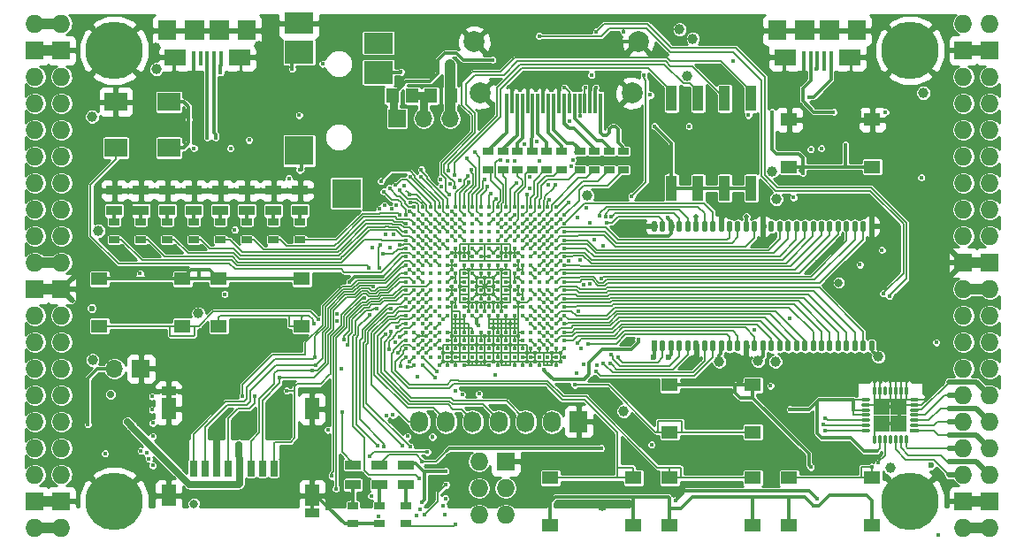
<source format=gtl>
G04 #@! TF.GenerationSoftware,KiCad,Pcbnew,5.0.0+dfsg1-2*
G04 #@! TF.CreationDate,2018-09-08T19:44:18+02:00*
G04 #@! TF.ProjectId,ulx3s,756C7833732E6B696361645F70636200,rev?*
G04 #@! TF.SameCoordinates,Original*
G04 #@! TF.FileFunction,Copper,L1,Top,Signal*
G04 #@! TF.FilePolarity,Positive*
%FSLAX46Y46*%
G04 Gerber Fmt 4.6, Leading zero omitted, Abs format (unit mm)*
G04 Created by KiCad (PCBNEW 5.0.0+dfsg1-2) date Sat Sep  8 19:44:18 2018*
%MOMM*%
%LPD*%
G01*
G04 APERTURE LIST*
G04 #@! TA.AperFunction,SMDPad,CuDef*
%ADD10O,0.560000X1.100000*%
G04 #@! TD*
G04 #@! TA.AperFunction,SMDPad,CuDef*
%ADD11R,0.560000X1.100000*%
G04 #@! TD*
G04 #@! TA.AperFunction,SMDPad,CuDef*
%ADD12R,1.625000X1.625000*%
G04 #@! TD*
G04 #@! TA.AperFunction,SMDPad,CuDef*
%ADD13O,0.300000X0.950000*%
G04 #@! TD*
G04 #@! TA.AperFunction,SMDPad,CuDef*
%ADD14O,0.950000X0.300000*%
G04 #@! TD*
G04 #@! TA.AperFunction,SMDPad,CuDef*
%ADD15R,0.950000X0.300000*%
G04 #@! TD*
G04 #@! TA.AperFunction,SMDPad,CuDef*
%ADD16R,1.120000X2.440000*%
G04 #@! TD*
G04 #@! TA.AperFunction,SMDPad,CuDef*
%ADD17R,1.800000X1.900000*%
G04 #@! TD*
G04 #@! TA.AperFunction,SMDPad,CuDef*
%ADD18R,0.400000X1.350000*%
G04 #@! TD*
G04 #@! TA.AperFunction,SMDPad,CuDef*
%ADD19R,1.900000X1.900000*%
G04 #@! TD*
G04 #@! TA.AperFunction,SMDPad,CuDef*
%ADD20R,2.100000X1.600000*%
G04 #@! TD*
G04 #@! TA.AperFunction,SMDPad,CuDef*
%ADD21R,2.800000X2.000000*%
G04 #@! TD*
G04 #@! TA.AperFunction,SMDPad,CuDef*
%ADD22R,2.800000X2.200000*%
G04 #@! TD*
G04 #@! TA.AperFunction,SMDPad,CuDef*
%ADD23R,2.800000X2.800000*%
G04 #@! TD*
G04 #@! TA.AperFunction,SMDPad,CuDef*
%ADD24R,0.300000X1.900000*%
G04 #@! TD*
G04 #@! TA.AperFunction,ComponentPad*
%ADD25C,2.000000*%
G04 #@! TD*
G04 #@! TA.AperFunction,BGAPad,CuDef*
%ADD26C,0.400000*%
G04 #@! TD*
G04 #@! TA.AperFunction,SMDPad,CuDef*
%ADD27R,0.700000X1.500000*%
G04 #@! TD*
G04 #@! TA.AperFunction,SMDPad,CuDef*
%ADD28R,1.450000X0.900000*%
G04 #@! TD*
G04 #@! TA.AperFunction,SMDPad,CuDef*
%ADD29R,1.450000X2.000000*%
G04 #@! TD*
G04 #@! TA.AperFunction,SMDPad,CuDef*
%ADD30R,2.200000X1.800000*%
G04 #@! TD*
G04 #@! TA.AperFunction,ComponentPad*
%ADD31R,1.727200X2.032000*%
G04 #@! TD*
G04 #@! TA.AperFunction,ComponentPad*
%ADD32O,1.727200X2.032000*%
G04 #@! TD*
G04 #@! TA.AperFunction,ComponentPad*
%ADD33O,1.727200X1.727200*%
G04 #@! TD*
G04 #@! TA.AperFunction,ComponentPad*
%ADD34R,1.727200X1.727200*%
G04 #@! TD*
G04 #@! TA.AperFunction,ComponentPad*
%ADD35C,5.500000*%
G04 #@! TD*
G04 #@! TA.AperFunction,SMDPad,CuDef*
%ADD36R,1.000000X0.670000*%
G04 #@! TD*
G04 #@! TA.AperFunction,SMDPad,CuDef*
%ADD37R,1.500000X0.970000*%
G04 #@! TD*
G04 #@! TA.AperFunction,ComponentPad*
%ADD38R,1.700000X1.700000*%
G04 #@! TD*
G04 #@! TA.AperFunction,ComponentPad*
%ADD39O,1.700000X1.700000*%
G04 #@! TD*
G04 #@! TA.AperFunction,SMDPad,CuDef*
%ADD40R,1.295000X1.400000*%
G04 #@! TD*
G04 #@! TA.AperFunction,SMDPad,CuDef*
%ADD41R,1.550000X1.300000*%
G04 #@! TD*
G04 #@! TA.AperFunction,ViaPad*
%ADD42C,2.000000*%
G04 #@! TD*
G04 #@! TA.AperFunction,ViaPad*
%ADD43C,0.419000*%
G04 #@! TD*
G04 #@! TA.AperFunction,ViaPad*
%ADD44C,0.600000*%
G04 #@! TD*
G04 #@! TA.AperFunction,ViaPad*
%ADD45C,1.000000*%
G04 #@! TD*
G04 #@! TA.AperFunction,ViaPad*
%ADD46C,0.800000*%
G04 #@! TD*
G04 #@! TA.AperFunction,ViaPad*
%ADD47C,0.500000*%
G04 #@! TD*
G04 #@! TA.AperFunction,ViaPad*
%ADD48C,0.700000*%
G04 #@! TD*
G04 #@! TA.AperFunction,ViaPad*
%ADD49C,0.454000*%
G04 #@! TD*
G04 #@! TA.AperFunction,Conductor*
%ADD50C,0.300000*%
G04 #@! TD*
G04 #@! TA.AperFunction,Conductor*
%ADD51C,0.127000*%
G04 #@! TD*
G04 #@! TA.AperFunction,Conductor*
%ADD52C,0.500000*%
G04 #@! TD*
G04 #@! TA.AperFunction,Conductor*
%ADD53C,1.000000*%
G04 #@! TD*
G04 #@! TA.AperFunction,Conductor*
%ADD54C,0.190000*%
G04 #@! TD*
G04 #@! TA.AperFunction,Conductor*
%ADD55C,0.700000*%
G04 #@! TD*
G04 #@! TA.AperFunction,Conductor*
%ADD56C,0.800000*%
G04 #@! TD*
G04 #@! TA.AperFunction,Conductor*
%ADD57C,0.140000*%
G04 #@! TD*
G04 #@! TA.AperFunction,Conductor*
%ADD58C,0.254000*%
G04 #@! TD*
G04 APERTURE END LIST*
D10*
G04 #@! TO.P,U2,28*
G04 #@! TO.N,GND*
X175493000Y-82070000D03*
D11*
G04 #@! TO.P,U2,1*
G04 #@! TO.N,+3V3*
X154693000Y-93530000D03*
D10*
G04 #@! TO.P,U2,2*
G04 #@! TO.N,SDRAM_D0*
X155493000Y-93530000D03*
G04 #@! TO.P,U2,3*
G04 #@! TO.N,+3V3*
X156293000Y-93530000D03*
G04 #@! TO.P,U2,4*
G04 #@! TO.N,SDRAM_D1*
X157093000Y-93530000D03*
G04 #@! TO.P,U2,5*
G04 #@! TO.N,SDRAM_D2*
X157893000Y-93530000D03*
G04 #@! TO.P,U2,6*
G04 #@! TO.N,GND*
X158693000Y-93530000D03*
G04 #@! TO.P,U2,7*
G04 #@! TO.N,SDRAM_D3*
X159493000Y-93530000D03*
G04 #@! TO.P,U2,8*
G04 #@! TO.N,SDRAM_D4*
X160293000Y-93530000D03*
G04 #@! TO.P,U2,9*
G04 #@! TO.N,+3V3*
X161093000Y-93530000D03*
G04 #@! TO.P,U2,10*
G04 #@! TO.N,SDRAM_D5*
X161893000Y-93530000D03*
G04 #@! TO.P,U2,11*
G04 #@! TO.N,SDRAM_D6*
X162693000Y-93530000D03*
G04 #@! TO.P,U2,12*
G04 #@! TO.N,GND*
X163493000Y-93530000D03*
G04 #@! TO.P,U2,13*
G04 #@! TO.N,SDRAM_D7*
X164293000Y-93530000D03*
G04 #@! TO.P,U2,14*
G04 #@! TO.N,+3V3*
X165093000Y-93530000D03*
G04 #@! TO.P,U2,15*
G04 #@! TO.N,SDRAM_DQM0*
X165893000Y-93530000D03*
G04 #@! TO.P,U2,16*
G04 #@! TO.N,SDRAM_nWE*
X166693000Y-93530000D03*
G04 #@! TO.P,U2,17*
G04 #@! TO.N,SDRAM_nCAS*
X167493000Y-93530000D03*
G04 #@! TO.P,U2,18*
G04 #@! TO.N,SDRAM_nRAS*
X168293000Y-93530000D03*
G04 #@! TO.P,U2,19*
G04 #@! TO.N,SDRAM_nCS*
X169093000Y-93530000D03*
G04 #@! TO.P,U2,20*
G04 #@! TO.N,SDRAM_BA0*
X169893000Y-93530000D03*
G04 #@! TO.P,U2,21*
G04 #@! TO.N,SDRAM_BA1*
X170693000Y-93530000D03*
G04 #@! TO.P,U2,22*
G04 #@! TO.N,SDRAM_A10*
X171493000Y-93530000D03*
G04 #@! TO.P,U2,23*
G04 #@! TO.N,SDRAM_A0*
X172293000Y-93530000D03*
G04 #@! TO.P,U2,24*
G04 #@! TO.N,SDRAM_A1*
X173093000Y-93530000D03*
G04 #@! TO.P,U2,25*
G04 #@! TO.N,SDRAM_A2*
X173893000Y-93530000D03*
G04 #@! TO.P,U2,26*
G04 #@! TO.N,SDRAM_A3*
X174693000Y-93530000D03*
G04 #@! TO.P,U2,27*
G04 #@! TO.N,+3V3*
X175493000Y-93530000D03*
G04 #@! TO.P,U2,29*
G04 #@! TO.N,SDRAM_A4*
X174693000Y-82070000D03*
G04 #@! TO.P,U2,30*
G04 #@! TO.N,SDRAM_A5*
X173893000Y-82070000D03*
G04 #@! TO.P,U2,31*
G04 #@! TO.N,SDRAM_A6*
X173093000Y-82070000D03*
G04 #@! TO.P,U2,32*
G04 #@! TO.N,SDRAM_A7*
X172293000Y-82070000D03*
G04 #@! TO.P,U2,33*
G04 #@! TO.N,SDRAM_A8*
X171493000Y-82070000D03*
G04 #@! TO.P,U2,34*
G04 #@! TO.N,SDRAM_A9*
X170693000Y-82070000D03*
G04 #@! TO.P,U2,35*
G04 #@! TO.N,SDRAM_A11*
X169893000Y-82070000D03*
G04 #@! TO.P,U2,36*
G04 #@! TO.N,SDRAM_A12*
X169093000Y-82070000D03*
G04 #@! TO.P,U2,37*
G04 #@! TO.N,SDRAM_CKE*
X168293000Y-82070000D03*
G04 #@! TO.P,U2,38*
G04 #@! TO.N,SDRAM_CLK*
X167493000Y-82070000D03*
G04 #@! TO.P,U2,39*
G04 #@! TO.N,SDRAM_DQM1*
X166693000Y-82070000D03*
G04 #@! TO.P,U2,40*
G04 #@! TO.N,N/C*
X165893000Y-82070000D03*
G04 #@! TO.P,U2,41*
G04 #@! TO.N,GND*
X165093000Y-82070000D03*
G04 #@! TO.P,U2,42*
G04 #@! TO.N,SDRAM_D8*
X164293000Y-82070000D03*
G04 #@! TO.P,U2,43*
G04 #@! TO.N,+3V3*
X163493000Y-82070000D03*
G04 #@! TO.P,U2,44*
G04 #@! TO.N,SDRAM_D9*
X162693000Y-82070000D03*
G04 #@! TO.P,U2,45*
G04 #@! TO.N,SDRAM_D10*
X161893000Y-82070000D03*
G04 #@! TO.P,U2,46*
G04 #@! TO.N,GND*
X161093000Y-82070000D03*
G04 #@! TO.P,U2,47*
G04 #@! TO.N,SDRAM_D11*
X160293000Y-82070000D03*
G04 #@! TO.P,U2,48*
G04 #@! TO.N,SDRAM_D12*
X159493000Y-82070000D03*
G04 #@! TO.P,U2,49*
G04 #@! TO.N,+3V3*
X158693000Y-82070000D03*
G04 #@! TO.P,U2,50*
G04 #@! TO.N,SDRAM_D13*
X157893000Y-82070000D03*
G04 #@! TO.P,U2,51*
G04 #@! TO.N,SDRAM_D14*
X157093000Y-82070000D03*
G04 #@! TO.P,U2,52*
G04 #@! TO.N,GND*
X156293000Y-82070000D03*
G04 #@! TO.P,U2,53*
G04 #@! TO.N,SDRAM_D15*
X155493000Y-82070000D03*
G04 #@! TO.P,U2,54*
G04 #@! TO.N,GND*
X154693000Y-82070000D03*
G04 #@! TD*
D12*
G04 #@! TO.P,U8,29*
G04 #@! TO.N,GND*
X178097500Y-100967500D03*
X178097500Y-99342500D03*
X176472500Y-100967500D03*
X176472500Y-99342500D03*
D13*
G04 #@! TO.P,U8,28*
G04 #@! TO.N,GN15*
X178785000Y-102495000D03*
G04 #@! TO.P,U8,27*
G04 #@! TO.N,GP14*
X178285000Y-102495000D03*
G04 #@! TO.P,U8,26*
G04 #@! TO.N,GN14*
X177785000Y-102495000D03*
G04 #@! TO.P,U8,25*
G04 #@! TO.N,N/C*
X177285000Y-102495000D03*
G04 #@! TO.P,U8,24*
G04 #@! TO.N,ADC_MISO*
X176785000Y-102495000D03*
G04 #@! TO.P,U8,23*
G04 #@! TO.N,/analog/ADC3V3*
X176285000Y-102495000D03*
G04 #@! TO.P,U8,22*
G04 #@! TO.N,GND*
X175785000Y-102495000D03*
D14*
G04 #@! TO.P,U8,21*
G04 #@! TO.N,ADC_MOSI*
X174945000Y-101655000D03*
G04 #@! TO.P,U8,20*
G04 #@! TO.N,ADC_CSn*
X174945000Y-101155000D03*
G04 #@! TO.P,U8,19*
G04 #@! TO.N,ADC_SCLK*
X174945000Y-100655000D03*
G04 #@! TO.P,U8,18*
G04 #@! TO.N,/analog/ADC3V3*
X174945000Y-100155000D03*
G04 #@! TO.P,U8,17*
X174945000Y-99655000D03*
G04 #@! TO.P,U8,16*
G04 #@! TO.N,GND*
X174945000Y-99155000D03*
G04 #@! TO.P,U8,15*
G04 #@! TO.N,/analog/ADC3V3*
X174945000Y-98655000D03*
D13*
G04 #@! TO.P,U8,14*
G04 #@! TO.N,GND*
X175785000Y-97815000D03*
G04 #@! TO.P,U8,13*
X176285000Y-97815000D03*
G04 #@! TO.P,U8,12*
G04 #@! TO.N,N/C*
X176785000Y-97815000D03*
G04 #@! TO.P,U8,11*
G04 #@! TO.N,GND*
X177285000Y-97815000D03*
G04 #@! TO.P,U8,10*
X177785000Y-97815000D03*
G04 #@! TO.P,U8,9*
X178285000Y-97815000D03*
G04 #@! TO.P,U8,8*
X178785000Y-97815000D03*
D14*
G04 #@! TO.P,U8,7*
X179625000Y-98655000D03*
G04 #@! TO.P,U8,6*
X179625000Y-99155000D03*
G04 #@! TO.P,U8,5*
G04 #@! TO.N,GP17*
X179625000Y-99655000D03*
G04 #@! TO.P,U8,4*
G04 #@! TO.N,GN17*
X179625000Y-100155000D03*
G04 #@! TO.P,U8,3*
G04 #@! TO.N,GP16*
X179625000Y-100655000D03*
G04 #@! TO.P,U8,2*
G04 #@! TO.N,GN16*
X179625000Y-101155000D03*
D15*
G04 #@! TO.P,U8,1*
G04 #@! TO.N,GP15*
X179625000Y-101655000D03*
G04 #@! TD*
D16*
G04 #@! TO.P,SW1,8*
G04 #@! TO.N,SW1*
X156330000Y-69815000D03*
G04 #@! TO.P,SW1,4*
G04 #@! TO.N,/blinkey/SWPU*
X163950000Y-78425000D03*
G04 #@! TO.P,SW1,7*
G04 #@! TO.N,SW2*
X158870000Y-69815000D03*
G04 #@! TO.P,SW1,3*
G04 #@! TO.N,/blinkey/SWPU*
X161410000Y-78425000D03*
G04 #@! TO.P,SW1,6*
G04 #@! TO.N,SW3*
X161410000Y-69815000D03*
G04 #@! TO.P,SW1,2*
G04 #@! TO.N,/blinkey/SWPU*
X158870000Y-78425000D03*
G04 #@! TO.P,SW1,5*
G04 #@! TO.N,SW4*
X163950000Y-69815000D03*
G04 #@! TO.P,SW1,1*
G04 #@! TO.N,/blinkey/SWPU*
X156330000Y-78425000D03*
G04 #@! TD*
D17*
G04 #@! TO.P,US1,6*
G04 #@! TO.N,GND*
X108080000Y-63325000D03*
X115680000Y-63325000D03*
D18*
G04 #@! TO.P,US1,5*
X110580000Y-66000000D03*
G04 #@! TO.P,US1,4*
G04 #@! TO.N,N/C*
X111230000Y-66000000D03*
G04 #@! TO.P,US1,3*
G04 #@! TO.N,/usb/FTD+*
X111880000Y-66000000D03*
G04 #@! TO.P,US1,2*
G04 #@! TO.N,/usb/FTD-*
X112530000Y-66000000D03*
G04 #@! TO.P,US1,1*
G04 #@! TO.N,USB5V*
X113180000Y-66000000D03*
D19*
G04 #@! TO.P,US1,6*
G04 #@! TO.N,GND*
X110680000Y-63325000D03*
X113080000Y-63325000D03*
D20*
X108780000Y-65875000D03*
X114980000Y-65875000D03*
G04 #@! TD*
D21*
G04 #@! TO.P,AUDIO1,1*
G04 #@! TO.N,GND*
X120668000Y-62618000D03*
D22*
G04 #@! TO.P,AUDIO1,4*
G04 #@! TO.N,/analog/AUDIO_V*
X120668000Y-65418000D03*
D23*
G04 #@! TO.P,AUDIO1,2*
G04 #@! TO.N,/analog/AUDIO_L*
X120668000Y-74818000D03*
G04 #@! TO.P,AUDIO1,5*
G04 #@! TO.N,N/C*
X125218000Y-78918000D03*
D22*
G04 #@! TO.P,AUDIO1,3*
G04 #@! TO.N,/analog/AUDIO_R*
X128268000Y-67318000D03*
D21*
G04 #@! TO.P,AUDIO1,6*
G04 #@! TO.N,N/C*
X128268000Y-64518000D03*
G04 #@! TD*
D24*
G04 #@! TO.P,GPDI1,19*
G04 #@! TO.N,/gpdi/GPDI_ETH-*
X149546000Y-70312000D03*
G04 #@! TO.P,GPDI1,18*
G04 #@! TO.N,+5V*
X149046000Y-70312000D03*
G04 #@! TO.P,GPDI1,17*
G04 #@! TO.N,GND*
X148546000Y-70312000D03*
G04 #@! TO.P,GPDI1,16*
G04 #@! TO.N,GPDI_SDA*
X148046000Y-70312000D03*
G04 #@! TO.P,GPDI1,15*
G04 #@! TO.N,GPDI_SCL*
X147546000Y-70312000D03*
G04 #@! TO.P,GPDI1,14*
G04 #@! TO.N,/gpdi/GPDI_ETH+*
X147046000Y-70312000D03*
G04 #@! TO.P,GPDI1,13*
G04 #@! TO.N,GPDI_CEC*
X146546000Y-70312000D03*
G04 #@! TO.P,GPDI1,12*
G04 #@! TO.N,/gpdi/GPDI_CLK-*
X146046000Y-70312000D03*
G04 #@! TO.P,GPDI1,11*
G04 #@! TO.N,GND*
X145546000Y-70312000D03*
G04 #@! TO.P,GPDI1,10*
G04 #@! TO.N,/gpdi/GPDI_CLK+*
X145046000Y-70312000D03*
G04 #@! TO.P,GPDI1,9*
G04 #@! TO.N,/gpdi/GPDI_D0-*
X144546000Y-70312000D03*
G04 #@! TO.P,GPDI1,8*
G04 #@! TO.N,GND*
X144046000Y-70312000D03*
G04 #@! TO.P,GPDI1,7*
G04 #@! TO.N,/gpdi/GPDI_D0+*
X143546000Y-70312000D03*
G04 #@! TO.P,GPDI1,6*
G04 #@! TO.N,/gpdi/GPDI_D1-*
X143046000Y-70312000D03*
G04 #@! TO.P,GPDI1,5*
G04 #@! TO.N,GND*
X142546000Y-70312000D03*
G04 #@! TO.P,GPDI1,4*
G04 #@! TO.N,/gpdi/GPDI_D1+*
X142046000Y-70312000D03*
G04 #@! TO.P,GPDI1,3*
G04 #@! TO.N,/gpdi/GPDI_D2-*
X141546000Y-70312000D03*
G04 #@! TO.P,GPDI1,2*
G04 #@! TO.N,GND*
X141046000Y-70312000D03*
G04 #@! TO.P,GPDI1,1*
G04 #@! TO.N,/gpdi/GPDI_D2+*
X140546000Y-70312000D03*
D25*
G04 #@! TO.P,GPDI1,0*
G04 #@! TO.N,GND*
X152546000Y-69312000D03*
X138046000Y-69312000D03*
X153146000Y-64412000D03*
X137446000Y-64412000D03*
G04 #@! TD*
D26*
G04 #@! TO.P,U1,Y19*
G04 #@! TO.N,GND*
X145280000Y-95400000D03*
G04 #@! TO.P,U1,Y17*
X143680000Y-95400000D03*
G04 #@! TO.P,U1,Y16*
X142880000Y-95400000D03*
G04 #@! TO.P,U1,Y15*
X142080000Y-95400000D03*
G04 #@! TO.P,U1,Y14*
X141280000Y-95400000D03*
G04 #@! TO.P,U1,Y12*
X139680000Y-95400000D03*
G04 #@! TO.P,U1,Y11*
X138880000Y-95400000D03*
G04 #@! TO.P,U1,Y8*
X136480000Y-95400000D03*
G04 #@! TO.P,U1,Y7*
X135680000Y-95400000D03*
G04 #@! TO.P,U1,Y6*
X134880000Y-95400000D03*
G04 #@! TO.P,U1,Y5*
X134080000Y-95400000D03*
G04 #@! TO.P,U1,Y3*
G04 #@! TO.N,/flash/FPGA_DONE*
X132480000Y-95400000D03*
G04 #@! TO.P,U1,Y2*
G04 #@! TO.N,/flash/FLASH_nWP*
X131680000Y-95400000D03*
G04 #@! TO.P,U1,W20*
G04 #@! TO.N,GND*
X146080000Y-94600000D03*
G04 #@! TO.P,U1,W19*
X145280000Y-94600000D03*
G04 #@! TO.P,U1,W18*
G04 #@! TO.N,N/C*
X144480000Y-94600000D03*
G04 #@! TO.P,U1,W17*
X143680000Y-94600000D03*
G04 #@! TO.P,U1,W16*
G04 #@! TO.N,GND*
X142880000Y-94600000D03*
G04 #@! TO.P,U1,W15*
X142080000Y-94600000D03*
G04 #@! TO.P,U1,W14*
G04 #@! TO.N,N/C*
X141280000Y-94600000D03*
G04 #@! TO.P,U1,W13*
X140480000Y-94600000D03*
G04 #@! TO.P,U1,W12*
G04 #@! TO.N,GND*
X139680000Y-94600000D03*
G04 #@! TO.P,U1,W11*
G04 #@! TO.N,N/C*
X138880000Y-94600000D03*
G04 #@! TO.P,U1,W10*
X138080000Y-94600000D03*
G04 #@! TO.P,U1,W9*
X137280000Y-94600000D03*
G04 #@! TO.P,U1,W8*
X136480000Y-94600000D03*
G04 #@! TO.P,U1,W7*
G04 #@! TO.N,GND*
X135680000Y-94600000D03*
G04 #@! TO.P,U1,W6*
X134880000Y-94600000D03*
G04 #@! TO.P,U1,W5*
G04 #@! TO.N,N/C*
X134080000Y-94600000D03*
G04 #@! TO.P,U1,W4*
X133280000Y-94600000D03*
G04 #@! TO.P,U1,W3*
G04 #@! TO.N,/flash/FPGA_PROGRAMN*
X132480000Y-94600000D03*
G04 #@! TO.P,U1,W2*
G04 #@! TO.N,/flash/FLASH_MOSI*
X131680000Y-94600000D03*
G04 #@! TO.P,U1,W1*
G04 #@! TO.N,/flash/FLASH_nHOLD*
X130880000Y-94600000D03*
G04 #@! TO.P,U1,V20*
G04 #@! TO.N,GND*
X146080000Y-93800000D03*
G04 #@! TO.P,U1,V19*
X145280000Y-93800000D03*
G04 #@! TO.P,U1,V18*
X144480000Y-93800000D03*
G04 #@! TO.P,U1,V17*
X143680000Y-93800000D03*
G04 #@! TO.P,U1,V16*
X142880000Y-93800000D03*
G04 #@! TO.P,U1,V15*
X142080000Y-93800000D03*
G04 #@! TO.P,U1,V14*
X141280000Y-93800000D03*
G04 #@! TO.P,U1,V13*
X140480000Y-93800000D03*
G04 #@! TO.P,U1,V12*
X139680000Y-93800000D03*
G04 #@! TO.P,U1,V11*
X138880000Y-93800000D03*
G04 #@! TO.P,U1,V10*
X138080000Y-93800000D03*
G04 #@! TO.P,U1,V9*
X137280000Y-93800000D03*
G04 #@! TO.P,U1,V8*
X136480000Y-93800000D03*
G04 #@! TO.P,U1,V7*
X135680000Y-93800000D03*
G04 #@! TO.P,U1,V6*
X134880000Y-93800000D03*
G04 #@! TO.P,U1,V5*
X134080000Y-93800000D03*
G04 #@! TO.P,U1,V4*
G04 #@! TO.N,JTAG_TDO*
X133280000Y-93800000D03*
G04 #@! TO.P,U1,V3*
G04 #@! TO.N,/flash/FPGA_INITN*
X132480000Y-93800000D03*
G04 #@! TO.P,U1,V2*
G04 #@! TO.N,/flash/FLASH_MISO*
X131680000Y-93800000D03*
G04 #@! TO.P,U1,V1*
G04 #@! TO.N,BTN_D*
X130880000Y-93800000D03*
G04 #@! TO.P,U1,U20*
G04 #@! TO.N,SDRAM_D7*
X146080000Y-93000000D03*
G04 #@! TO.P,U1,U19*
G04 #@! TO.N,SDRAM_DQM0*
X145280000Y-93000000D03*
G04 #@! TO.P,U1,U18*
G04 #@! TO.N,GP14*
X144480000Y-93000000D03*
G04 #@! TO.P,U1,U17*
G04 #@! TO.N,GN14*
X143680000Y-93000000D03*
G04 #@! TO.P,U1,U16*
G04 #@! TO.N,ADC_MISO*
X142880000Y-93000000D03*
G04 #@! TO.P,U1,U15*
G04 #@! TO.N,GND*
X142080000Y-93000000D03*
G04 #@! TO.P,U1,U14*
X141280000Y-93000000D03*
G04 #@! TO.P,U1,U13*
X140480000Y-93000000D03*
G04 #@! TO.P,U1,U12*
X139680000Y-93000000D03*
G04 #@! TO.P,U1,U11*
X138880000Y-93000000D03*
G04 #@! TO.P,U1,U10*
X138080000Y-93000000D03*
G04 #@! TO.P,U1,U9*
X137280000Y-93000000D03*
G04 #@! TO.P,U1,U8*
X136480000Y-93000000D03*
G04 #@! TO.P,U1,U7*
X135680000Y-93000000D03*
G04 #@! TO.P,U1,U6*
X134880000Y-93000000D03*
G04 #@! TO.P,U1,U5*
G04 #@! TO.N,JTAG_TMS*
X134080000Y-93000000D03*
G04 #@! TO.P,U1,U4*
G04 #@! TO.N,GND*
X133280000Y-93000000D03*
G04 #@! TO.P,U1,U3*
G04 #@! TO.N,/flash/FLASH_SCK*
X132480000Y-93000000D03*
G04 #@! TO.P,U1,U2*
G04 #@! TO.N,+3V3*
X131680000Y-93000000D03*
G04 #@! TO.P,U1,U1*
G04 #@! TO.N,BTN_L*
X130880000Y-93000000D03*
G04 #@! TO.P,U1,T20*
G04 #@! TO.N,SDRAM_nWE*
X146080000Y-92200000D03*
G04 #@! TO.P,U1,T19*
G04 #@! TO.N,SDRAM_nCAS*
X145280000Y-92200000D03*
G04 #@! TO.P,U1,T18*
G04 #@! TO.N,SDRAM_D5*
X144480000Y-92200000D03*
G04 #@! TO.P,U1,T17*
G04 #@! TO.N,SDRAM_D6*
X143680000Y-92200000D03*
G04 #@! TO.P,U1,T16*
G04 #@! TO.N,N/C*
X142880000Y-92200000D03*
G04 #@! TO.P,U1,T15*
G04 #@! TO.N,GND*
X142080000Y-92200000D03*
G04 #@! TO.P,U1,T14*
X141280000Y-92200000D03*
G04 #@! TO.P,U1,T13*
X140480000Y-92200000D03*
G04 #@! TO.P,U1,T12*
X139680000Y-92200000D03*
G04 #@! TO.P,U1,T11*
X138880000Y-92200000D03*
G04 #@! TO.P,U1,T10*
X138080000Y-92200000D03*
G04 #@! TO.P,U1,T9*
X137280000Y-92200000D03*
G04 #@! TO.P,U1,T8*
X136480000Y-92200000D03*
G04 #@! TO.P,U1,T7*
X135680000Y-92200000D03*
G04 #@! TO.P,U1,T6*
X134880000Y-92200000D03*
G04 #@! TO.P,U1,T5*
G04 #@! TO.N,JTAG_TCK*
X134080000Y-92200000D03*
G04 #@! TO.P,U1,T4*
G04 #@! TO.N,+3V3*
X133280000Y-92200000D03*
G04 #@! TO.P,U1,T3*
X132480000Y-92200000D03*
G04 #@! TO.P,U1,T2*
X131680000Y-92200000D03*
G04 #@! TO.P,U1,T1*
G04 #@! TO.N,BTN_F2*
X130880000Y-92200000D03*
G04 #@! TO.P,U1,R20*
G04 #@! TO.N,SDRAM_nRAS*
X146080000Y-91400000D03*
G04 #@! TO.P,U1,R19*
G04 #@! TO.N,GND*
X145280000Y-91400000D03*
G04 #@! TO.P,U1,R18*
G04 #@! TO.N,BTN_U*
X144480000Y-91400000D03*
G04 #@! TO.P,U1,R17*
G04 #@! TO.N,ADC_CSn*
X143680000Y-91400000D03*
G04 #@! TO.P,U1,R16*
G04 #@! TO.N,ADC_MOSI*
X142880000Y-91400000D03*
G04 #@! TO.P,U1,R5*
G04 #@! TO.N,JTAG_TDI*
X134080000Y-91400000D03*
G04 #@! TO.P,U1,R4*
G04 #@! TO.N,GND*
X133280000Y-91400000D03*
G04 #@! TO.P,U1,R3*
G04 #@! TO.N,N/C*
X132480000Y-91400000D03*
G04 #@! TO.P,U1,R2*
G04 #@! TO.N,/flash/FLASH_nCS*
X131680000Y-91400000D03*
G04 #@! TO.P,U1,R1*
G04 #@! TO.N,BTN_F1*
X130880000Y-91400000D03*
G04 #@! TO.P,U1,P20*
G04 #@! TO.N,SDRAM_nCS*
X146080000Y-90600000D03*
G04 #@! TO.P,U1,P19*
G04 #@! TO.N,SDRAM_BA0*
X145280000Y-90600000D03*
G04 #@! TO.P,U1,P18*
G04 #@! TO.N,SDRAM_D4*
X144480000Y-90600000D03*
G04 #@! TO.P,U1,P17*
G04 #@! TO.N,ADC_SCLK*
X143680000Y-90600000D03*
G04 #@! TO.P,U1,P16*
G04 #@! TO.N,GN15*
X142880000Y-90600000D03*
G04 #@! TO.P,U1,P15*
G04 #@! TO.N,+2V5*
X142080000Y-90600000D03*
G04 #@! TO.P,U1,P14*
G04 #@! TO.N,GND*
X141280000Y-90600000D03*
G04 #@! TO.P,U1,P13*
X140480000Y-90600000D03*
G04 #@! TO.P,U1,P12*
X139680000Y-90600000D03*
G04 #@! TO.P,U1,P11*
X138880000Y-90600000D03*
G04 #@! TO.P,U1,P10*
G04 #@! TO.N,+3V3*
X138080000Y-90600000D03*
G04 #@! TO.P,U1,P9*
X137280000Y-90600000D03*
G04 #@! TO.P,U1,P8*
G04 #@! TO.N,GND*
X136480000Y-90600000D03*
G04 #@! TO.P,U1,P7*
X135680000Y-90600000D03*
G04 #@! TO.P,U1,P6*
G04 #@! TO.N,+2V5*
X134880000Y-90600000D03*
G04 #@! TO.P,U1,P5*
G04 #@! TO.N,N/C*
X134080000Y-90600000D03*
G04 #@! TO.P,U1,P4*
G04 #@! TO.N,OLED_CLK*
X133280000Y-90600000D03*
G04 #@! TO.P,U1,P3*
G04 #@! TO.N,OLED_MOSI*
X132480000Y-90600000D03*
G04 #@! TO.P,U1,P2*
G04 #@! TO.N,OLED_RES*
X131680000Y-90600000D03*
G04 #@! TO.P,U1,P1*
G04 #@! TO.N,OLED_DC*
X130880000Y-90600000D03*
G04 #@! TO.P,U1,N20*
G04 #@! TO.N,SDRAM_BA1*
X146080000Y-89800000D03*
G04 #@! TO.P,U1,N19*
G04 #@! TO.N,SDRAM_A10*
X145280000Y-89800000D03*
G04 #@! TO.P,U1,N18*
G04 #@! TO.N,SDRAM_D3*
X144480000Y-89800000D03*
G04 #@! TO.P,U1,N17*
G04 #@! TO.N,GP15*
X143680000Y-89800000D03*
G04 #@! TO.P,U1,N16*
G04 #@! TO.N,GP16*
X142880000Y-89800000D03*
G04 #@! TO.P,U1,N15*
G04 #@! TO.N,GND*
X142080000Y-89800000D03*
G04 #@! TO.P,U1,N14*
X141280000Y-89800000D03*
G04 #@! TO.P,U1,N13*
G04 #@! TO.N,+1V1*
X140480000Y-89800000D03*
G04 #@! TO.P,U1,N12*
X139680000Y-89800000D03*
G04 #@! TO.P,U1,N11*
X138880000Y-89800000D03*
G04 #@! TO.P,U1,N10*
X138080000Y-89800000D03*
G04 #@! TO.P,U1,N9*
X137280000Y-89800000D03*
G04 #@! TO.P,U1,N8*
X136480000Y-89800000D03*
G04 #@! TO.P,U1,N7*
G04 #@! TO.N,GND*
X135680000Y-89800000D03*
G04 #@! TO.P,U1,N6*
X134880000Y-89800000D03*
G04 #@! TO.P,U1,N5*
G04 #@! TO.N,N/C*
X134080000Y-89800000D03*
G04 #@! TO.P,U1,N4*
G04 #@! TO.N,WIFI_GPIO5*
X133280000Y-89800000D03*
G04 #@! TO.P,U1,N3*
G04 #@! TO.N,WIFI_GPIO17*
X132480000Y-89800000D03*
G04 #@! TO.P,U1,N2*
G04 #@! TO.N,OLED_CS*
X131680000Y-89800000D03*
G04 #@! TO.P,U1,N1*
G04 #@! TO.N,FTDI_nDTR*
X130880000Y-89800000D03*
G04 #@! TO.P,U1,M20*
G04 #@! TO.N,SDRAM_A0*
X146080000Y-89000000D03*
G04 #@! TO.P,U1,M19*
G04 #@! TO.N,SDRAM_A1*
X145280000Y-89000000D03*
G04 #@! TO.P,U1,M18*
G04 #@! TO.N,SDRAM_D2*
X144480000Y-89000000D03*
G04 #@! TO.P,U1,M17*
G04 #@! TO.N,GN16*
X143680000Y-89000000D03*
G04 #@! TO.P,U1,M16*
G04 #@! TO.N,GND*
X142880000Y-89000000D03*
G04 #@! TO.P,U1,M15*
G04 #@! TO.N,+3V3*
X142080000Y-89000000D03*
G04 #@! TO.P,U1,M14*
G04 #@! TO.N,GND*
X141280000Y-89000000D03*
G04 #@! TO.P,U1,M13*
G04 #@! TO.N,+1V1*
X140480000Y-89000000D03*
G04 #@! TO.P,U1,M12*
G04 #@! TO.N,GND*
X139680000Y-89000000D03*
G04 #@! TO.P,U1,M11*
X138880000Y-89000000D03*
G04 #@! TO.P,U1,M10*
X138080000Y-89000000D03*
G04 #@! TO.P,U1,M9*
X137280000Y-89000000D03*
G04 #@! TO.P,U1,M8*
G04 #@! TO.N,+1V1*
X136480000Y-89000000D03*
G04 #@! TO.P,U1,M7*
G04 #@! TO.N,GND*
X135680000Y-89000000D03*
G04 #@! TO.P,U1,M6*
G04 #@! TO.N,+3V3*
X134880000Y-89000000D03*
G04 #@! TO.P,U1,M5*
G04 #@! TO.N,N/C*
X134080000Y-89000000D03*
G04 #@! TO.P,U1,M4*
G04 #@! TO.N,USER_PROGRAMN*
X133280000Y-89000000D03*
G04 #@! TO.P,U1,M3*
G04 #@! TO.N,FTDI_nRTS*
X132480000Y-89000000D03*
G04 #@! TO.P,U1,M2*
G04 #@! TO.N,GND*
X131680000Y-89000000D03*
G04 #@! TO.P,U1,M1*
G04 #@! TO.N,FTDI_TXD*
X130880000Y-89000000D03*
G04 #@! TO.P,U1,L20*
G04 #@! TO.N,SDRAM_A2*
X146080000Y-88200000D03*
G04 #@! TO.P,U1,L19*
G04 #@! TO.N,SDRAM_A3*
X145280000Y-88200000D03*
G04 #@! TO.P,U1,L18*
G04 #@! TO.N,SDRAM_D1*
X144480000Y-88200000D03*
G04 #@! TO.P,U1,L17*
G04 #@! TO.N,GN17*
X143680000Y-88200000D03*
G04 #@! TO.P,U1,L16*
G04 #@! TO.N,GP17*
X142880000Y-88200000D03*
G04 #@! TO.P,U1,L15*
G04 #@! TO.N,+3V3*
X142080000Y-88200000D03*
G04 #@! TO.P,U1,L14*
X141280000Y-88200000D03*
G04 #@! TO.P,U1,L13*
G04 #@! TO.N,+1V1*
X140480000Y-88200000D03*
G04 #@! TO.P,U1,L12*
G04 #@! TO.N,GND*
X139680000Y-88200000D03*
G04 #@! TO.P,U1,L11*
X138880000Y-88200000D03*
G04 #@! TO.P,U1,L10*
X138080000Y-88200000D03*
G04 #@! TO.P,U1,L9*
X137280000Y-88200000D03*
G04 #@! TO.P,U1,L8*
G04 #@! TO.N,+1V1*
X136480000Y-88200000D03*
G04 #@! TO.P,U1,L7*
G04 #@! TO.N,+3V3*
X135680000Y-88200000D03*
G04 #@! TO.P,U1,L6*
X134880000Y-88200000D03*
G04 #@! TO.P,U1,L5*
G04 #@! TO.N,N/C*
X134080000Y-88200000D03*
G04 #@! TO.P,U1,L4*
G04 #@! TO.N,FTDI_RXD*
X133280000Y-88200000D03*
G04 #@! TO.P,U1,L3*
G04 #@! TO.N,FTDI_TXDEN*
X132480000Y-88200000D03*
G04 #@! TO.P,U1,L2*
G04 #@! TO.N,WIFI_GPIO0*
X131680000Y-88200000D03*
G04 #@! TO.P,U1,L1*
G04 #@! TO.N,WIFI_GPIO16*
X130880000Y-88200000D03*
G04 #@! TO.P,U1,K20*
G04 #@! TO.N,SDRAM_A4*
X146080000Y-87400000D03*
G04 #@! TO.P,U1,K19*
G04 #@! TO.N,SDRAM_A5*
X145280000Y-87400000D03*
G04 #@! TO.P,U1,K18*
G04 #@! TO.N,SDRAM_A6*
X144480000Y-87400000D03*
G04 #@! TO.P,U1,K17*
G04 #@! TO.N,N/C*
X143680000Y-87400000D03*
G04 #@! TO.P,U1,K16*
X142880000Y-87400000D03*
G04 #@! TO.P,U1,K15*
G04 #@! TO.N,GND*
X142080000Y-87400000D03*
G04 #@! TO.P,U1,K14*
X141280000Y-87400000D03*
G04 #@! TO.P,U1,K13*
G04 #@! TO.N,+1V1*
X140480000Y-87400000D03*
G04 #@! TO.P,U1,K12*
G04 #@! TO.N,GND*
X139680000Y-87400000D03*
G04 #@! TO.P,U1,K11*
X138880000Y-87400000D03*
G04 #@! TO.P,U1,K10*
X138080000Y-87400000D03*
G04 #@! TO.P,U1,K9*
X137280000Y-87400000D03*
G04 #@! TO.P,U1,K8*
G04 #@! TO.N,+1V1*
X136480000Y-87400000D03*
G04 #@! TO.P,U1,K7*
G04 #@! TO.N,GND*
X135680000Y-87400000D03*
G04 #@! TO.P,U1,K6*
X134880000Y-87400000D03*
G04 #@! TO.P,U1,K5*
G04 #@! TO.N,N/C*
X134080000Y-87400000D03*
G04 #@! TO.P,U1,K4*
G04 #@! TO.N,WIFI_TXD*
X133280000Y-87400000D03*
G04 #@! TO.P,U1,K3*
G04 #@! TO.N,WIFI_RXD*
X132480000Y-87400000D03*
G04 #@! TO.P,U1,K2*
G04 #@! TO.N,SD_D3*
X131680000Y-87400000D03*
G04 #@! TO.P,U1,K1*
G04 #@! TO.N,SD_D2*
X130880000Y-87400000D03*
G04 #@! TO.P,U1,J20*
G04 #@! TO.N,SDRAM_A7*
X146080000Y-86600000D03*
G04 #@! TO.P,U1,J19*
G04 #@! TO.N,SDRAM_A8*
X145280000Y-86600000D03*
G04 #@! TO.P,U1,J18*
G04 #@! TO.N,SDRAM_D14*
X144480000Y-86600000D03*
G04 #@! TO.P,U1,J17*
G04 #@! TO.N,SDRAM_D15*
X143680000Y-86600000D03*
G04 #@! TO.P,U1,J16*
G04 #@! TO.N,SDRAM_D0*
X142880000Y-86600000D03*
G04 #@! TO.P,U1,J15*
G04 #@! TO.N,+3V3*
X142080000Y-86600000D03*
G04 #@! TO.P,U1,J14*
G04 #@! TO.N,GND*
X141280000Y-86600000D03*
G04 #@! TO.P,U1,J13*
G04 #@! TO.N,+1V1*
X140480000Y-86600000D03*
G04 #@! TO.P,U1,J12*
G04 #@! TO.N,GND*
X139680000Y-86600000D03*
G04 #@! TO.P,U1,J11*
X138880000Y-86600000D03*
G04 #@! TO.P,U1,J10*
X138080000Y-86600000D03*
G04 #@! TO.P,U1,J9*
X137280000Y-86600000D03*
G04 #@! TO.P,U1,J8*
G04 #@! TO.N,+1V1*
X136480000Y-86600000D03*
G04 #@! TO.P,U1,J7*
G04 #@! TO.N,GND*
X135680000Y-86600000D03*
G04 #@! TO.P,U1,J6*
G04 #@! TO.N,2V5_3V3*
X134880000Y-86600000D03*
G04 #@! TO.P,U1,J5*
G04 #@! TO.N,N/C*
X134080000Y-86600000D03*
G04 #@! TO.P,U1,J4*
X133280000Y-86600000D03*
G04 #@! TO.P,U1,J3*
G04 #@! TO.N,SD_D0*
X132480000Y-86600000D03*
G04 #@! TO.P,U1,J2*
G04 #@! TO.N,GND*
X131680000Y-86600000D03*
G04 #@! TO.P,U1,J1*
G04 #@! TO.N,SD_CMD*
X130880000Y-86600000D03*
G04 #@! TO.P,U1,H20*
G04 #@! TO.N,SDRAM_A9*
X146080000Y-85800000D03*
G04 #@! TO.P,U1,H19*
G04 #@! TO.N,GND*
X145280000Y-85800000D03*
G04 #@! TO.P,U1,H18*
G04 #@! TO.N,GP18*
X144480000Y-85800000D03*
G04 #@! TO.P,U1,H17*
G04 #@! TO.N,GN18*
X143680000Y-85800000D03*
G04 #@! TO.P,U1,H16*
G04 #@! TO.N,BTN_R*
X142880000Y-85800000D03*
G04 #@! TO.P,U1,H15*
G04 #@! TO.N,+3V3*
X142080000Y-85800000D03*
G04 #@! TO.P,U1,H14*
X141280000Y-85800000D03*
G04 #@! TO.P,U1,H13*
G04 #@! TO.N,+1V1*
X140480000Y-85800000D03*
G04 #@! TO.P,U1,H12*
X139680000Y-85800000D03*
G04 #@! TO.P,U1,H11*
X138880000Y-85800000D03*
G04 #@! TO.P,U1,H10*
X138080000Y-85800000D03*
G04 #@! TO.P,U1,H9*
X137280000Y-85800000D03*
G04 #@! TO.P,U1,H8*
X136480000Y-85800000D03*
G04 #@! TO.P,U1,H7*
G04 #@! TO.N,2V5_3V3*
X135680000Y-85800000D03*
G04 #@! TO.P,U1,H6*
X134880000Y-85800000D03*
G04 #@! TO.P,U1,H5*
G04 #@! TO.N,AUDIO_V0*
X134080000Y-85800000D03*
G04 #@! TO.P,U1,H4*
G04 #@! TO.N,GP13*
X133280000Y-85800000D03*
G04 #@! TO.P,U1,H3*
G04 #@! TO.N,LED7*
X132480000Y-85800000D03*
G04 #@! TO.P,U1,H2*
G04 #@! TO.N,SD_CLK*
X131680000Y-85800000D03*
G04 #@! TO.P,U1,H1*
G04 #@! TO.N,SD_D1*
X130880000Y-85800000D03*
G04 #@! TO.P,U1,G20*
G04 #@! TO.N,SDRAM_A11*
X146080000Y-85000000D03*
G04 #@! TO.P,U1,G19*
G04 #@! TO.N,SDRAM_A12*
X145280000Y-85000000D03*
G04 #@! TO.P,U1,G18*
G04 #@! TO.N,GN19*
X144480000Y-85000000D03*
G04 #@! TO.P,U1,G17*
G04 #@! TO.N,GND*
X143680000Y-85000000D03*
G04 #@! TO.P,U1,G16*
G04 #@! TO.N,SHUTDOWN*
X142880000Y-85000000D03*
G04 #@! TO.P,U1,G15*
G04 #@! TO.N,GND*
X142080000Y-85000000D03*
G04 #@! TO.P,U1,G14*
X141280000Y-85000000D03*
G04 #@! TO.P,U1,G13*
X140480000Y-85000000D03*
G04 #@! TO.P,U1,G12*
X139680000Y-85000000D03*
G04 #@! TO.P,U1,G11*
X138880000Y-85000000D03*
G04 #@! TO.P,U1,G10*
X138080000Y-85000000D03*
G04 #@! TO.P,U1,G9*
X137280000Y-85000000D03*
G04 #@! TO.P,U1,G8*
X136480000Y-85000000D03*
G04 #@! TO.P,U1,G7*
X135680000Y-85000000D03*
G04 #@! TO.P,U1,G6*
X134880000Y-85000000D03*
G04 #@! TO.P,U1,G5*
G04 #@! TO.N,GN13*
X134080000Y-85000000D03*
G04 #@! TO.P,U1,G4*
G04 #@! TO.N,GND*
X133280000Y-85000000D03*
G04 #@! TO.P,U1,G3*
G04 #@! TO.N,GP12*
X132480000Y-85000000D03*
G04 #@! TO.P,U1,G2*
G04 #@! TO.N,CLK_25MHz*
X131680000Y-85000000D03*
G04 #@! TO.P,U1,G1*
G04 #@! TO.N,/usb/ANT_433MHz*
X130880000Y-85000000D03*
G04 #@! TO.P,U1,F20*
G04 #@! TO.N,SDRAM_CKE*
X146080000Y-84200000D03*
G04 #@! TO.P,U1,F19*
G04 #@! TO.N,SDRAM_CLK*
X145280000Y-84200000D03*
G04 #@! TO.P,U1,F18*
G04 #@! TO.N,SDRAM_D13*
X144480000Y-84200000D03*
G04 #@! TO.P,U1,F17*
G04 #@! TO.N,GP19*
X143680000Y-84200000D03*
G04 #@! TO.P,U1,F16*
G04 #@! TO.N,USB_FPGA_D-*
X142880000Y-84200000D03*
G04 #@! TO.P,U1,F15*
G04 #@! TO.N,+2V5*
X142080000Y-84200000D03*
G04 #@! TO.P,U1,F14*
G04 #@! TO.N,GND*
X141280000Y-84200000D03*
G04 #@! TO.P,U1,F13*
X140480000Y-84200000D03*
G04 #@! TO.P,U1,F12*
G04 #@! TO.N,+3V3*
X139680000Y-84200000D03*
G04 #@! TO.P,U1,F11*
X138880000Y-84200000D03*
G04 #@! TO.P,U1,F10*
G04 #@! TO.N,2V5_3V3*
X138080000Y-84200000D03*
G04 #@! TO.P,U1,F9*
X137280000Y-84200000D03*
G04 #@! TO.P,U1,F8*
G04 #@! TO.N,GND*
X136480000Y-84200000D03*
G04 #@! TO.P,U1,F7*
X135680000Y-84200000D03*
G04 #@! TO.P,U1,F6*
G04 #@! TO.N,+2V5*
X134880000Y-84200000D03*
G04 #@! TO.P,U1,F5*
G04 #@! TO.N,AUDIO_V2*
X134080000Y-84200000D03*
G04 #@! TO.P,U1,F4*
G04 #@! TO.N,GP11*
X133280000Y-84200000D03*
G04 #@! TO.P,U1,F3*
G04 #@! TO.N,GN12*
X132480000Y-84200000D03*
G04 #@! TO.P,U1,F2*
G04 #@! TO.N,AUDIO_V1*
X131680000Y-84200000D03*
G04 #@! TO.P,U1,F1*
G04 #@! TO.N,WIFI_EN*
X130880000Y-84200000D03*
G04 #@! TO.P,U1,E20*
G04 #@! TO.N,SDRAM_DQM1*
X146080000Y-83400000D03*
G04 #@! TO.P,U1,E19*
G04 #@! TO.N,SDRAM_D8*
X145280000Y-83400000D03*
G04 #@! TO.P,U1,E18*
G04 #@! TO.N,SDRAM_D12*
X144480000Y-83400000D03*
G04 #@! TO.P,U1,E17*
G04 #@! TO.N,GN20*
X143680000Y-83400000D03*
G04 #@! TO.P,U1,E16*
G04 #@! TO.N,USB_FPGA_D+*
X142880000Y-83400000D03*
G04 #@! TO.P,U1,E15*
G04 #@! TO.N,USB_FPGA_D-*
X142080000Y-83400000D03*
G04 #@! TO.P,U1,E14*
G04 #@! TO.N,GN25*
X141280000Y-83400000D03*
G04 #@! TO.P,U1,E13*
G04 #@! TO.N,GN27*
X140480000Y-83400000D03*
G04 #@! TO.P,U1,E12*
G04 #@! TO.N,FPDI_SCL*
X139680000Y-83400000D03*
G04 #@! TO.P,U1,E11*
G04 #@! TO.N,N/C*
X138880000Y-83400000D03*
G04 #@! TO.P,U1,E10*
X138080000Y-83400000D03*
G04 #@! TO.P,U1,E9*
X137280000Y-83400000D03*
G04 #@! TO.P,U1,E8*
G04 #@! TO.N,SW1*
X136480000Y-83400000D03*
G04 #@! TO.P,U1,E7*
G04 #@! TO.N,SW4*
X135680000Y-83400000D03*
G04 #@! TO.P,U1,E6*
G04 #@! TO.N,N/C*
X134880000Y-83400000D03*
G04 #@! TO.P,U1,E5*
G04 #@! TO.N,AUDIO_V3*
X134080000Y-83400000D03*
G04 #@! TO.P,U1,E4*
G04 #@! TO.N,AUDIO_L0*
X133280000Y-83400000D03*
G04 #@! TO.P,U1,E3*
G04 #@! TO.N,GN11*
X132480000Y-83400000D03*
G04 #@! TO.P,U1,E2*
G04 #@! TO.N,LED5*
X131680000Y-83400000D03*
G04 #@! TO.P,U1,E1*
G04 #@! TO.N,LED6*
X130880000Y-83400000D03*
G04 #@! TO.P,U1,D20*
G04 #@! TO.N,SDRAM_D9*
X146080000Y-82600000D03*
G04 #@! TO.P,U1,D19*
G04 #@! TO.N,SDRAM_D10*
X145280000Y-82600000D03*
G04 #@! TO.P,U1,D18*
G04 #@! TO.N,GP20*
X144480000Y-82600000D03*
G04 #@! TO.P,U1,D17*
G04 #@! TO.N,GN21*
X143680000Y-82600000D03*
G04 #@! TO.P,U1,D16*
G04 #@! TO.N,GN24*
X142880000Y-82600000D03*
G04 #@! TO.P,U1,D15*
G04 #@! TO.N,USB_FPGA_D+*
X142080000Y-82600000D03*
G04 #@! TO.P,U1,D14*
G04 #@! TO.N,GP25*
X141280000Y-82600000D03*
G04 #@! TO.P,U1,D13*
G04 #@! TO.N,GP27*
X140480000Y-82600000D03*
G04 #@! TO.P,U1,D12*
G04 #@! TO.N,N/C*
X139680000Y-82600000D03*
G04 #@! TO.P,U1,D11*
X138880000Y-82600000D03*
G04 #@! TO.P,U1,D10*
X138080000Y-82600000D03*
G04 #@! TO.P,U1,D9*
X137280000Y-82600000D03*
G04 #@! TO.P,U1,D8*
G04 #@! TO.N,SW2*
X136480000Y-82600000D03*
G04 #@! TO.P,U1,D7*
G04 #@! TO.N,SW3*
X135680000Y-82600000D03*
G04 #@! TO.P,U1,D6*
G04 #@! TO.N,BTN_PWRn*
X134880000Y-82600000D03*
G04 #@! TO.P,U1,D5*
G04 #@! TO.N,AUDIO_R2*
X134080000Y-82600000D03*
G04 #@! TO.P,U1,D4*
G04 #@! TO.N,GND*
X133280000Y-82600000D03*
G04 #@! TO.P,U1,D3*
G04 #@! TO.N,AUDIO_L1*
X132480000Y-82600000D03*
G04 #@! TO.P,U1,D2*
G04 #@! TO.N,LED3*
X131680000Y-82600000D03*
G04 #@! TO.P,U1,D1*
G04 #@! TO.N,LED4*
X130880000Y-82600000D03*
G04 #@! TO.P,U1,C20*
G04 #@! TO.N,SDRAM_D11*
X146080000Y-81800000D03*
G04 #@! TO.P,U1,C19*
G04 #@! TO.N,GND*
X145280000Y-81800000D03*
G04 #@! TO.P,U1,C18*
G04 #@! TO.N,GP21*
X144480000Y-81800000D03*
G04 #@! TO.P,U1,C17*
G04 #@! TO.N,GN23*
X143680000Y-81800000D03*
G04 #@! TO.P,U1,C16*
G04 #@! TO.N,GP24*
X142880000Y-81800000D03*
G04 #@! TO.P,U1,C15*
G04 #@! TO.N,GN22*
X142080000Y-81800000D03*
G04 #@! TO.P,U1,C14*
G04 #@! TO.N,FPDI_D1-*
X141280000Y-81800000D03*
G04 #@! TO.P,U1,C13*
G04 #@! TO.N,GN26*
X140480000Y-81800000D03*
G04 #@! TO.P,U1,C12*
G04 #@! TO.N,USB_FPGA_PULL_D-*
X139680000Y-81800000D03*
G04 #@! TO.P,U1,C11*
G04 #@! TO.N,GN0*
X138880000Y-81800000D03*
G04 #@! TO.P,U1,C10*
G04 #@! TO.N,GN3*
X138080000Y-81800000D03*
G04 #@! TO.P,U1,C9*
G04 #@! TO.N,N/C*
X137280000Y-81800000D03*
G04 #@! TO.P,U1,C8*
G04 #@! TO.N,GP5*
X136480000Y-81800000D03*
G04 #@! TO.P,U1,C7*
G04 #@! TO.N,GN6*
X135680000Y-81800000D03*
G04 #@! TO.P,U1,C6*
G04 #@! TO.N,GP6*
X134880000Y-81800000D03*
G04 #@! TO.P,U1,C5*
G04 #@! TO.N,AUDIO_R3*
X134080000Y-81800000D03*
G04 #@! TO.P,U1,C4*
G04 #@! TO.N,GP10*
X133280000Y-81800000D03*
G04 #@! TO.P,U1,C3*
G04 #@! TO.N,AUDIO_L2*
X132480000Y-81800000D03*
G04 #@! TO.P,U1,C2*
G04 #@! TO.N,LED1*
X131680000Y-81800000D03*
G04 #@! TO.P,U1,C1*
G04 #@! TO.N,LED2*
X130880000Y-81800000D03*
G04 #@! TO.P,U1,B20*
G04 #@! TO.N,FPDI_ETH-*
X146080000Y-81000000D03*
G04 #@! TO.P,U1,B19*
G04 #@! TO.N,FPDI_SDA*
X145280000Y-81000000D03*
G04 #@! TO.P,U1,B18*
G04 #@! TO.N,FPDI_CLK-*
X144480000Y-81000000D03*
G04 #@! TO.P,U1,B17*
G04 #@! TO.N,GP23*
X143680000Y-81000000D03*
G04 #@! TO.P,U1,B16*
G04 #@! TO.N,FPDI_D0-*
X142880000Y-81000000D03*
G04 #@! TO.P,U1,B15*
G04 #@! TO.N,GP22*
X142080000Y-81000000D03*
G04 #@! TO.P,U1,B14*
G04 #@! TO.N,GND*
X141280000Y-81000000D03*
G04 #@! TO.P,U1,B13*
G04 #@! TO.N,GP26*
X140480000Y-81000000D03*
G04 #@! TO.P,U1,B12*
G04 #@! TO.N,USB_FPGA_PULL_D+*
X139680000Y-81000000D03*
G04 #@! TO.P,U1,B11*
G04 #@! TO.N,GP0*
X138880000Y-81000000D03*
G04 #@! TO.P,U1,B10*
G04 #@! TO.N,GN2*
X138080000Y-81000000D03*
G04 #@! TO.P,U1,B9*
G04 #@! TO.N,GP3*
X137280000Y-81000000D03*
G04 #@! TO.P,U1,B8*
G04 #@! TO.N,GN5*
X136480000Y-81000000D03*
G04 #@! TO.P,U1,B7*
G04 #@! TO.N,GND*
X135680000Y-81000000D03*
G04 #@! TO.P,U1,B6*
G04 #@! TO.N,GN7*
X134880000Y-81000000D03*
G04 #@! TO.P,U1,B5*
G04 #@! TO.N,AUDIO_R1*
X134080000Y-81000000D03*
G04 #@! TO.P,U1,B4*
G04 #@! TO.N,GN10*
X133280000Y-81000000D03*
G04 #@! TO.P,U1,B3*
G04 #@! TO.N,AUDIO_L3*
X132480000Y-81000000D03*
G04 #@! TO.P,U1,B2*
G04 #@! TO.N,LED0*
X131680000Y-81000000D03*
G04 #@! TO.P,U1,B1*
G04 #@! TO.N,GN9*
X130880000Y-81000000D03*
G04 #@! TO.P,U1,A19*
G04 #@! TO.N,FPDI_ETH+*
X145280000Y-80200000D03*
G04 #@! TO.P,U1,A18*
G04 #@! TO.N,/gpdi/FPDI_CEC*
X144480000Y-80200000D03*
G04 #@! TO.P,U1,A17*
G04 #@! TO.N,FPDI_CLK+*
X143680000Y-80200000D03*
G04 #@! TO.P,U1,A16*
G04 #@! TO.N,FPDI_D0+*
X142880000Y-80200000D03*
G04 #@! TO.P,U1,A15*
G04 #@! TO.N,N/C*
X142080000Y-80200000D03*
G04 #@! TO.P,U1,A14*
G04 #@! TO.N,FPDI_D1+*
X141280000Y-80200000D03*
G04 #@! TO.P,U1,A13*
G04 #@! TO.N,FPDI_D2-*
X140480000Y-80200000D03*
G04 #@! TO.P,U1,A12*
G04 #@! TO.N,FPDI_D2+*
X139680000Y-80200000D03*
G04 #@! TO.P,U1,A11*
G04 #@! TO.N,GN1*
X138880000Y-80200000D03*
G04 #@! TO.P,U1,A10*
G04 #@! TO.N,GP1*
X138080000Y-80200000D03*
G04 #@! TO.P,U1,A9*
G04 #@! TO.N,GP2*
X137280000Y-80200000D03*
G04 #@! TO.P,U1,A8*
G04 #@! TO.N,GN4*
X136480000Y-80200000D03*
G04 #@! TO.P,U1,A7*
G04 #@! TO.N,GP4*
X135680000Y-80200000D03*
G04 #@! TO.P,U1,A6*
G04 #@! TO.N,GP7*
X134880000Y-80200000D03*
G04 #@! TO.P,U1,A5*
G04 #@! TO.N,GN8*
X134080000Y-80200000D03*
G04 #@! TO.P,U1,A4*
G04 #@! TO.N,GP8*
X133280000Y-80200000D03*
G04 #@! TO.P,U1,A3*
G04 #@! TO.N,AUDIO_R0*
X132480000Y-80200000D03*
G04 #@! TO.P,U1,A2*
G04 #@! TO.N,GP9*
X131680000Y-80200000D03*
G04 #@! TD*
D27*
G04 #@! TO.P,SD1,1*
G04 #@! TO.N,SD_D2*
X118250000Y-105250000D03*
G04 #@! TO.P,SD1,2*
G04 #@! TO.N,SD_D3*
X117150000Y-105250000D03*
G04 #@! TO.P,SD1,3*
G04 #@! TO.N,SD_CMD*
X116050000Y-105250000D03*
G04 #@! TO.P,SD1,4*
G04 #@! TO.N,/sdcard/SD3V3*
X114950000Y-105250000D03*
G04 #@! TO.P,SD1,5*
G04 #@! TO.N,SD_CLK*
X113850000Y-105250000D03*
G04 #@! TO.P,SD1,6*
G04 #@! TO.N,GND*
X112750000Y-105250000D03*
G04 #@! TO.P,SD1,7*
G04 #@! TO.N,SD_D0*
X111650000Y-105250000D03*
G04 #@! TO.P,SD1,8*
G04 #@! TO.N,SD_D1*
X110550000Y-105250000D03*
D28*
G04 #@! TO.P,SD1,10*
G04 #@! TO.N,GND*
X121925000Y-109550000D03*
G04 #@! TO.P,SD1,11*
X108175000Y-97850000D03*
D29*
G04 #@! TO.P,SD1,9*
X108175000Y-107850000D03*
X121925000Y-107850000D03*
X121925000Y-99550000D03*
X108175000Y-99550000D03*
G04 #@! TD*
D30*
G04 #@! TO.P,Y1,1*
G04 #@! TO.N,+3V3*
X108212000Y-70160000D03*
G04 #@! TO.P,Y1,2*
G04 #@! TO.N,GND*
X103132000Y-70160000D03*
G04 #@! TO.P,Y1,3*
G04 #@! TO.N,CLK_25MHz*
X103132000Y-74560000D03*
G04 #@! TO.P,Y1,4*
G04 #@! TO.N,+3V3*
X108212000Y-74560000D03*
G04 #@! TD*
D31*
G04 #@! TO.P,OLED1,1*
G04 #@! TO.N,GND*
X147440000Y-100790000D03*
D32*
G04 #@! TO.P,OLED1,2*
G04 #@! TO.N,+3V3*
X144900000Y-100790000D03*
G04 #@! TO.P,OLED1,3*
G04 #@! TO.N,OLED_CLK*
X142360000Y-100790000D03*
G04 #@! TO.P,OLED1,4*
G04 #@! TO.N,OLED_MOSI*
X139820000Y-100790000D03*
G04 #@! TO.P,OLED1,5*
G04 #@! TO.N,OLED_RES*
X137280000Y-100790000D03*
G04 #@! TO.P,OLED1,6*
G04 #@! TO.N,OLED_DC*
X134740000Y-100790000D03*
G04 #@! TO.P,OLED1,7*
G04 #@! TO.N,OLED_CS*
X132200000Y-100790000D03*
G04 #@! TD*
D33*
G04 #@! TO.P,J1,1*
G04 #@! TO.N,2V5_3V3*
X97910000Y-62690000D03*
G04 #@! TO.P,J1,2*
X95370000Y-62690000D03*
D34*
G04 #@! TO.P,J1,3*
G04 #@! TO.N,GND*
X97910000Y-65230000D03*
G04 #@! TO.P,J1,4*
X95370000Y-65230000D03*
D33*
G04 #@! TO.P,J1,5*
G04 #@! TO.N,GN0*
X97910000Y-67770000D03*
G04 #@! TO.P,J1,6*
G04 #@! TO.N,GP0*
X95370000Y-67770000D03*
G04 #@! TO.P,J1,7*
G04 #@! TO.N,GN1*
X97910000Y-70310000D03*
G04 #@! TO.P,J1,8*
G04 #@! TO.N,GP1*
X95370000Y-70310000D03*
G04 #@! TO.P,J1,9*
G04 #@! TO.N,GN2*
X97910000Y-72850000D03*
G04 #@! TO.P,J1,10*
G04 #@! TO.N,GP2*
X95370000Y-72850000D03*
G04 #@! TO.P,J1,11*
G04 #@! TO.N,GN3*
X97910000Y-75390000D03*
G04 #@! TO.P,J1,12*
G04 #@! TO.N,GP3*
X95370000Y-75390000D03*
G04 #@! TO.P,J1,13*
G04 #@! TO.N,GN4*
X97910000Y-77930000D03*
G04 #@! TO.P,J1,14*
G04 #@! TO.N,GP4*
X95370000Y-77930000D03*
G04 #@! TO.P,J1,15*
G04 #@! TO.N,GN5*
X97910000Y-80470000D03*
G04 #@! TO.P,J1,16*
G04 #@! TO.N,GP5*
X95370000Y-80470000D03*
G04 #@! TO.P,J1,17*
G04 #@! TO.N,GN6*
X97910000Y-83010000D03*
G04 #@! TO.P,J1,18*
G04 #@! TO.N,GP6*
X95370000Y-83010000D03*
G04 #@! TO.P,J1,19*
G04 #@! TO.N,2V5_3V3*
X97910000Y-85550000D03*
G04 #@! TO.P,J1,20*
X95370000Y-85550000D03*
D34*
G04 #@! TO.P,J1,21*
G04 #@! TO.N,GND*
X97910000Y-88090000D03*
G04 #@! TO.P,J1,22*
X95370000Y-88090000D03*
D33*
G04 #@! TO.P,J1,23*
G04 #@! TO.N,GN7*
X97910000Y-90630000D03*
G04 #@! TO.P,J1,24*
G04 #@! TO.N,GP7*
X95370000Y-90630000D03*
G04 #@! TO.P,J1,25*
G04 #@! TO.N,GN8*
X97910000Y-93170000D03*
G04 #@! TO.P,J1,26*
G04 #@! TO.N,GP8*
X95370000Y-93170000D03*
G04 #@! TO.P,J1,27*
G04 #@! TO.N,GN9*
X97910000Y-95710000D03*
G04 #@! TO.P,J1,28*
G04 #@! TO.N,GP9*
X95370000Y-95710000D03*
G04 #@! TO.P,J1,29*
G04 #@! TO.N,GN10*
X97910000Y-98250000D03*
G04 #@! TO.P,J1,30*
G04 #@! TO.N,GP10*
X95370000Y-98250000D03*
G04 #@! TO.P,J1,31*
G04 #@! TO.N,GN11*
X97910000Y-100790000D03*
G04 #@! TO.P,J1,32*
G04 #@! TO.N,GP11*
X95370000Y-100790000D03*
G04 #@! TO.P,J1,33*
G04 #@! TO.N,GN12*
X97910000Y-103330000D03*
G04 #@! TO.P,J1,34*
G04 #@! TO.N,GP12*
X95370000Y-103330000D03*
G04 #@! TO.P,J1,35*
G04 #@! TO.N,GN13*
X97910000Y-105870000D03*
G04 #@! TO.P,J1,36*
G04 #@! TO.N,GP13*
X95370000Y-105870000D03*
D34*
G04 #@! TO.P,J1,37*
G04 #@! TO.N,GND*
X97910000Y-108410000D03*
G04 #@! TO.P,J1,38*
X95370000Y-108410000D03*
D33*
G04 #@! TO.P,J1,39*
G04 #@! TO.N,2V5_3V3*
X97910000Y-110950000D03*
G04 #@! TO.P,J1,40*
X95370000Y-110950000D03*
G04 #@! TD*
G04 #@! TO.P,J2,1*
G04 #@! TO.N,+3V3*
X184270000Y-110950000D03*
G04 #@! TO.P,J2,2*
X186810000Y-110950000D03*
D34*
G04 #@! TO.P,J2,3*
G04 #@! TO.N,GND*
X184270000Y-108410000D03*
G04 #@! TO.P,J2,4*
X186810000Y-108410000D03*
D33*
G04 #@! TO.P,J2,5*
G04 #@! TO.N,GN14*
X184270000Y-105870000D03*
G04 #@! TO.P,J2,6*
G04 #@! TO.N,GP14*
X186810000Y-105870000D03*
G04 #@! TO.P,J2,7*
G04 #@! TO.N,GN15*
X184270000Y-103330000D03*
G04 #@! TO.P,J2,8*
G04 #@! TO.N,GP15*
X186810000Y-103330000D03*
G04 #@! TO.P,J2,9*
G04 #@! TO.N,GN16*
X184270000Y-100790000D03*
G04 #@! TO.P,J2,10*
G04 #@! TO.N,GP16*
X186810000Y-100790000D03*
G04 #@! TO.P,J2,11*
G04 #@! TO.N,GN17*
X184270000Y-98250000D03*
G04 #@! TO.P,J2,12*
G04 #@! TO.N,GP17*
X186810000Y-98250000D03*
G04 #@! TO.P,J2,13*
G04 #@! TO.N,GN18*
X184270000Y-95710000D03*
G04 #@! TO.P,J2,14*
G04 #@! TO.N,GP18*
X186810000Y-95710000D03*
G04 #@! TO.P,J2,15*
G04 #@! TO.N,GN19*
X184270000Y-93170000D03*
G04 #@! TO.P,J2,16*
G04 #@! TO.N,GP19*
X186810000Y-93170000D03*
G04 #@! TO.P,J2,17*
G04 #@! TO.N,GN20*
X184270000Y-90630000D03*
G04 #@! TO.P,J2,18*
G04 #@! TO.N,GP20*
X186810000Y-90630000D03*
G04 #@! TO.P,J2,19*
G04 #@! TO.N,+3V3*
X184270000Y-88090000D03*
G04 #@! TO.P,J2,20*
X186810000Y-88090000D03*
D34*
G04 #@! TO.P,J2,21*
G04 #@! TO.N,GND*
X184270000Y-85550000D03*
G04 #@! TO.P,J2,22*
X186810000Y-85550000D03*
D33*
G04 #@! TO.P,J2,23*
G04 #@! TO.N,GN21*
X184270000Y-83010000D03*
G04 #@! TO.P,J2,24*
G04 #@! TO.N,GP21*
X186810000Y-83010000D03*
G04 #@! TO.P,J2,25*
G04 #@! TO.N,GN22*
X184270000Y-80470000D03*
G04 #@! TO.P,J2,26*
G04 #@! TO.N,GP22*
X186810000Y-80470000D03*
G04 #@! TO.P,J2,27*
G04 #@! TO.N,GN23*
X184270000Y-77930000D03*
G04 #@! TO.P,J2,28*
G04 #@! TO.N,GP23*
X186810000Y-77930000D03*
G04 #@! TO.P,J2,29*
G04 #@! TO.N,GN24*
X184270000Y-75390000D03*
G04 #@! TO.P,J2,30*
G04 #@! TO.N,GP24*
X186810000Y-75390000D03*
G04 #@! TO.P,J2,31*
G04 #@! TO.N,GN25*
X184270000Y-72850000D03*
G04 #@! TO.P,J2,32*
G04 #@! TO.N,GP25*
X186810000Y-72850000D03*
G04 #@! TO.P,J2,33*
G04 #@! TO.N,GN26*
X184270000Y-70310000D03*
G04 #@! TO.P,J2,34*
G04 #@! TO.N,GP26*
X186810000Y-70310000D03*
G04 #@! TO.P,J2,35*
G04 #@! TO.N,GN27*
X184270000Y-67770000D03*
G04 #@! TO.P,J2,36*
G04 #@! TO.N,GP27*
X186810000Y-67770000D03*
D34*
G04 #@! TO.P,J2,37*
G04 #@! TO.N,GND*
X184270000Y-65230000D03*
G04 #@! TO.P,J2,38*
X186810000Y-65230000D03*
D33*
G04 #@! TO.P,J2,39*
G04 #@! TO.N,/gpio/IN5V*
X184270000Y-62690000D03*
G04 #@! TO.P,J2,40*
G04 #@! TO.N,/gpio/OUT5V*
X186810000Y-62690000D03*
G04 #@! TD*
D35*
G04 #@! TO.P,H1,1*
G04 #@! TO.N,GND*
X102990000Y-108410000D03*
G04 #@! TD*
G04 #@! TO.P,H2,1*
G04 #@! TO.N,GND*
X179190000Y-108410000D03*
G04 #@! TD*
G04 #@! TO.P,H3,1*
G04 #@! TO.N,GND*
X179190000Y-65230000D03*
G04 #@! TD*
G04 #@! TO.P,H4,1*
G04 #@! TO.N,GND*
X102990000Y-65230000D03*
G04 #@! TD*
D34*
G04 #@! TO.P,J4,1*
G04 #@! TO.N,GND*
X140455000Y-104600000D03*
D33*
G04 #@! TO.P,J4,2*
G04 #@! TO.N,+3V3*
X137915000Y-104600000D03*
G04 #@! TO.P,J4,3*
G04 #@! TO.N,JTAG_TDI*
X140455000Y-107140000D03*
G04 #@! TO.P,J4,4*
G04 #@! TO.N,JTAG_TCK*
X137915000Y-107140000D03*
G04 #@! TO.P,J4,5*
G04 #@! TO.N,JTAG_TMS*
X140455000Y-109680000D03*
G04 #@! TO.P,J4,6*
G04 #@! TO.N,JTAG_TDO*
X137915000Y-109680000D03*
G04 #@! TD*
D36*
G04 #@! TO.P,C36,1*
G04 #@! TO.N,FPDI_ETH+*
X150361000Y-76646000D03*
G04 #@! TO.P,C36,2*
G04 #@! TO.N,/gpdi/GPDI_ETH+*
X150361000Y-74896000D03*
G04 #@! TD*
G04 #@! TO.P,C37,2*
G04 #@! TO.N,/gpdi/GPDI_ETH-*
X151758000Y-74896000D03*
G04 #@! TO.P,C37,1*
G04 #@! TO.N,FPDI_ETH-*
X151758000Y-76646000D03*
G04 #@! TD*
G04 #@! TO.P,C38,2*
G04 #@! TO.N,/gpdi/GPDI_D2-*
X140201000Y-74896000D03*
G04 #@! TO.P,C38,1*
G04 #@! TO.N,FPDI_D2-*
X140201000Y-76646000D03*
G04 #@! TD*
G04 #@! TO.P,C39,1*
G04 #@! TO.N,FPDI_D1-*
X142995000Y-76646000D03*
G04 #@! TO.P,C39,2*
G04 #@! TO.N,/gpdi/GPDI_D1-*
X142995000Y-74896000D03*
G04 #@! TD*
G04 #@! TO.P,C40,1*
G04 #@! TO.N,FPDI_D0-*
X145789000Y-76646000D03*
G04 #@! TO.P,C40,2*
G04 #@! TO.N,/gpdi/GPDI_D0-*
X145789000Y-74896000D03*
G04 #@! TD*
G04 #@! TO.P,C41,2*
G04 #@! TO.N,/gpdi/GPDI_CLK-*
X148964000Y-74896000D03*
G04 #@! TO.P,C41,1*
G04 #@! TO.N,FPDI_CLK-*
X148964000Y-76646000D03*
G04 #@! TD*
G04 #@! TO.P,C42,1*
G04 #@! TO.N,FPDI_D2+*
X138742800Y-76638600D03*
G04 #@! TO.P,C42,2*
G04 #@! TO.N,/gpdi/GPDI_D2+*
X138742800Y-74888600D03*
G04 #@! TD*
G04 #@! TO.P,C43,2*
G04 #@! TO.N,/gpdi/GPDI_D1+*
X141598000Y-74896000D03*
G04 #@! TO.P,C43,1*
G04 #@! TO.N,FPDI_D1+*
X141598000Y-76646000D03*
G04 #@! TD*
G04 #@! TO.P,C44,2*
G04 #@! TO.N,/gpdi/GPDI_D0+*
X144392000Y-74896000D03*
G04 #@! TO.P,C44,1*
G04 #@! TO.N,FPDI_D0+*
X144392000Y-76646000D03*
G04 #@! TD*
G04 #@! TO.P,C45,1*
G04 #@! TO.N,FPDI_CLK+*
X147567000Y-76634000D03*
G04 #@! TO.P,C45,2*
G04 #@! TO.N,/gpdi/GPDI_CLK+*
X147567000Y-74884000D03*
G04 #@! TD*
D37*
G04 #@! TO.P,D19,1*
G04 #@! TO.N,/blinkey/LED_TXLED*
X130930000Y-106825000D03*
G04 #@! TO.P,D19,2*
G04 #@! TO.N,FT2V5*
X130930000Y-104915000D03*
G04 #@! TD*
G04 #@! TO.P,D0,1*
G04 #@! TO.N,GND*
X120770000Y-78644000D03*
G04 #@! TO.P,D0,2*
G04 #@! TO.N,/blinkey/ALED0*
X120770000Y-80554000D03*
G04 #@! TD*
G04 #@! TO.P,D1,2*
G04 #@! TO.N,/blinkey/ALED1*
X118230000Y-80554000D03*
G04 #@! TO.P,D1,1*
G04 #@! TO.N,GND*
X118230000Y-78644000D03*
G04 #@! TD*
G04 #@! TO.P,D2,1*
G04 #@! TO.N,GND*
X115690000Y-78644000D03*
G04 #@! TO.P,D2,2*
G04 #@! TO.N,/blinkey/ALED2*
X115690000Y-80554000D03*
G04 #@! TD*
G04 #@! TO.P,D3,1*
G04 #@! TO.N,GND*
X113150000Y-78644000D03*
G04 #@! TO.P,D3,2*
G04 #@! TO.N,/blinkey/ALED3*
X113150000Y-80554000D03*
G04 #@! TD*
G04 #@! TO.P,D4,2*
G04 #@! TO.N,/blinkey/ALED4*
X110610000Y-80554000D03*
G04 #@! TO.P,D4,1*
G04 #@! TO.N,GND*
X110610000Y-78644000D03*
G04 #@! TD*
G04 #@! TO.P,D5,2*
G04 #@! TO.N,/blinkey/ALED5*
X108070000Y-80554000D03*
G04 #@! TO.P,D5,1*
G04 #@! TO.N,GND*
X108070000Y-78644000D03*
G04 #@! TD*
G04 #@! TO.P,D6,1*
G04 #@! TO.N,GND*
X105545000Y-78644000D03*
G04 #@! TO.P,D6,2*
G04 #@! TO.N,/blinkey/ALED6*
X105545000Y-80554000D03*
G04 #@! TD*
G04 #@! TO.P,D7,2*
G04 #@! TO.N,/blinkey/ALED7*
X102990000Y-80554000D03*
G04 #@! TO.P,D7,1*
G04 #@! TO.N,GND*
X102990000Y-78644000D03*
G04 #@! TD*
G04 #@! TO.P,D18,1*
G04 #@! TO.N,/blinkey/LED_PWREN*
X128390000Y-106825000D03*
G04 #@! TO.P,D18,2*
G04 #@! TO.N,FTDI_nSLEEP*
X128390000Y-104915000D03*
G04 #@! TD*
G04 #@! TO.P,D22,2*
G04 #@! TO.N,WIFI_GPIO5*
X125850000Y-104915000D03*
G04 #@! TO.P,D22,1*
G04 #@! TO.N,/blinkey/LED_WIFI*
X125850000Y-106825000D03*
G04 #@! TD*
D36*
G04 #@! TO.P,R41,1*
G04 #@! TO.N,LED0*
X120770000Y-83377000D03*
G04 #@! TO.P,R41,2*
G04 #@! TO.N,/blinkey/ALED0*
X120770000Y-81627000D03*
G04 #@! TD*
G04 #@! TO.P,R42,2*
G04 #@! TO.N,/blinkey/ALED1*
X118230000Y-81627000D03*
G04 #@! TO.P,R42,1*
G04 #@! TO.N,LED1*
X118230000Y-83377000D03*
G04 #@! TD*
G04 #@! TO.P,R43,1*
G04 #@! TO.N,LED2*
X115690000Y-83377000D03*
G04 #@! TO.P,R43,2*
G04 #@! TO.N,/blinkey/ALED2*
X115690000Y-81627000D03*
G04 #@! TD*
G04 #@! TO.P,R44,2*
G04 #@! TO.N,/blinkey/ALED3*
X113150000Y-81627000D03*
G04 #@! TO.P,R44,1*
G04 #@! TO.N,LED3*
X113150000Y-83377000D03*
G04 #@! TD*
G04 #@! TO.P,R45,2*
G04 #@! TO.N,/blinkey/ALED4*
X110610000Y-81627000D03*
G04 #@! TO.P,R45,1*
G04 #@! TO.N,LED4*
X110610000Y-83377000D03*
G04 #@! TD*
G04 #@! TO.P,R46,1*
G04 #@! TO.N,LED5*
X108070000Y-83377000D03*
G04 #@! TO.P,R46,2*
G04 #@! TO.N,/blinkey/ALED5*
X108070000Y-81627000D03*
G04 #@! TD*
G04 #@! TO.P,R47,2*
G04 #@! TO.N,/blinkey/ALED6*
X105530000Y-81627000D03*
G04 #@! TO.P,R47,1*
G04 #@! TO.N,LED6*
X105530000Y-83377000D03*
G04 #@! TD*
G04 #@! TO.P,R48,1*
G04 #@! TO.N,LED7*
X102990000Y-83377000D03*
G04 #@! TO.P,R48,2*
G04 #@! TO.N,/blinkey/ALED7*
X102990000Y-81627000D03*
G04 #@! TD*
G04 #@! TO.P,R36,2*
G04 #@! TO.N,GND*
X128390000Y-110555000D03*
G04 #@! TO.P,R36,1*
G04 #@! TO.N,/blinkey/LED_PWREN*
X128390000Y-108805000D03*
G04 #@! TD*
G04 #@! TO.P,R37,1*
G04 #@! TO.N,FTDI_nTXLED*
X130930000Y-110555000D03*
G04 #@! TO.P,R37,2*
G04 #@! TO.N,/blinkey/LED_TXLED*
X130930000Y-108805000D03*
G04 #@! TD*
G04 #@! TO.P,R62,1*
G04 #@! TO.N,/blinkey/LED_WIFI*
X125850000Y-108805000D03*
G04 #@! TO.P,R62,2*
G04 #@! TO.N,GND*
X125850000Y-110555000D03*
G04 #@! TD*
D38*
G04 #@! TO.P,J3,1*
G04 #@! TO.N,GND*
X105530000Y-95710000D03*
D39*
G04 #@! TO.P,J3,2*
G04 #@! TO.N,/wifi/WIFIEN*
X102990000Y-95710000D03*
G04 #@! TD*
D38*
G04 #@! TO.P,J5,1*
G04 #@! TO.N,+2V5*
X130056000Y-71725000D03*
D39*
G04 #@! TO.P,J5,2*
G04 #@! TO.N,2V5_3V3*
X132596000Y-71725000D03*
G04 #@! TO.P,J5,3*
G04 #@! TO.N,+3V3*
X135136000Y-71725000D03*
G04 #@! TD*
D40*
G04 #@! TO.P,RV2,2*
G04 #@! TO.N,2V5_3V3*
X131531500Y-69566000D03*
G04 #@! TO.P,RV2,1*
G04 #@! TO.N,+2V5*
X129596500Y-69566000D03*
G04 #@! TD*
G04 #@! TO.P,RV3,1*
G04 #@! TO.N,2V5_3V3*
X133279500Y-69566000D03*
G04 #@! TO.P,RV3,2*
G04 #@! TO.N,+3V3*
X135214500Y-69566000D03*
G04 #@! TD*
D20*
G04 #@! TO.P,US2,6*
G04 #@! TO.N,GND*
X173400000Y-65875000D03*
X167200000Y-65875000D03*
D19*
X171500000Y-63325000D03*
X169100000Y-63325000D03*
D18*
G04 #@! TO.P,US2,1*
G04 #@! TO.N,/usb/US2VBUS*
X171600000Y-66000000D03*
G04 #@! TO.P,US2,2*
G04 #@! TO.N,/usb/FPD-*
X170950000Y-66000000D03*
G04 #@! TO.P,US2,3*
G04 #@! TO.N,/usb/FPD+*
X170300000Y-66000000D03*
G04 #@! TO.P,US2,4*
G04 #@! TO.N,US2_ID*
X169650000Y-66000000D03*
G04 #@! TO.P,US2,5*
G04 #@! TO.N,GND*
X169000000Y-66000000D03*
D17*
G04 #@! TO.P,US2,6*
X174100000Y-63325000D03*
X166500000Y-63325000D03*
G04 #@! TD*
D41*
G04 #@! TO.P,B0,2*
G04 #@! TO.N,GND*
X175550000Y-71870000D03*
G04 #@! TO.P,B0,1*
G04 #@! TO.N,PWRBTn*
X175550000Y-76370000D03*
X167590000Y-76370000D03*
G04 #@! TO.P,B0,2*
G04 #@! TO.N,GND*
X167590000Y-71870000D03*
G04 #@! TD*
G04 #@! TO.P,B1,2*
G04 #@! TO.N,BTN_F1*
X109510000Y-91610000D03*
G04 #@! TO.P,B1,1*
G04 #@! TO.N,/blinkey/BTNPUL*
X109510000Y-87110000D03*
X101550000Y-87110000D03*
G04 #@! TO.P,B1,2*
G04 #@! TO.N,BTN_F1*
X101550000Y-91610000D03*
G04 #@! TD*
G04 #@! TO.P,B2,2*
G04 #@! TO.N,BTN_F2*
X112980000Y-91610000D03*
G04 #@! TO.P,B2,1*
G04 #@! TO.N,/blinkey/BTNPUL*
X112980000Y-87110000D03*
X120940000Y-87110000D03*
G04 #@! TO.P,B2,2*
G04 #@! TO.N,BTN_F2*
X120940000Y-91610000D03*
G04 #@! TD*
G04 #@! TO.P,B3,2*
G04 #@! TO.N,BTN_U*
X164120000Y-101770000D03*
G04 #@! TO.P,B3,1*
G04 #@! TO.N,/blinkey/BTNPUR*
X164120000Y-97270000D03*
X156160000Y-97270000D03*
G04 #@! TO.P,B3,2*
G04 #@! TO.N,BTN_U*
X156160000Y-101770000D03*
G04 #@! TD*
G04 #@! TO.P,B4,2*
G04 #@! TO.N,BTN_D*
X164120000Y-106160000D03*
G04 #@! TO.P,B4,1*
G04 #@! TO.N,/blinkey/BTNPUR*
X164120000Y-110660000D03*
X156160000Y-110660000D03*
G04 #@! TO.P,B4,2*
G04 #@! TO.N,BTN_D*
X156160000Y-106160000D03*
G04 #@! TD*
G04 #@! TO.P,B5,2*
G04 #@! TO.N,BTN_L*
X144730000Y-106160000D03*
G04 #@! TO.P,B5,1*
G04 #@! TO.N,/blinkey/BTNPUR*
X144730000Y-110660000D03*
X152690000Y-110660000D03*
G04 #@! TO.P,B5,2*
G04 #@! TO.N,BTN_L*
X152690000Y-106160000D03*
G04 #@! TD*
G04 #@! TO.P,B6,2*
G04 #@! TO.N,BTN_R*
X175550000Y-106160000D03*
G04 #@! TO.P,B6,1*
G04 #@! TO.N,/blinkey/BTNPUR*
X175550000Y-110660000D03*
X167590000Y-110660000D03*
G04 #@! TO.P,B6,2*
G04 #@! TO.N,BTN_R*
X167590000Y-106160000D03*
G04 #@! TD*
D42*
G04 #@! TO.N,GND*
X118689500Y-101316000D03*
D43*
X152408000Y-72169500D03*
X140080000Y-92600000D03*
X135280000Y-87000000D03*
X177287984Y-96778661D03*
D44*
X152510125Y-81695229D03*
D45*
X177658444Y-82281349D03*
X163203000Y-94966000D03*
X158539988Y-94868772D03*
D44*
X123437000Y-108972000D03*
D43*
X170309539Y-85441529D03*
X133216000Y-107465000D03*
X137680000Y-88600000D03*
X142480000Y-95000000D03*
X141680000Y-92600000D03*
D45*
X116880503Y-64802940D03*
X106974809Y-64953974D03*
D43*
X142480000Y-94200000D03*
X140880000Y-93400000D03*
X139280000Y-93400000D03*
X137680000Y-93400000D03*
X135280000Y-92600000D03*
X132880000Y-91800000D03*
X132880000Y-93400000D03*
X139280000Y-87000000D03*
X137680000Y-87000000D03*
X136080000Y-84600000D03*
X139280000Y-88600000D03*
D45*
X175776000Y-63343000D03*
X164854000Y-63343000D03*
X158645000Y-98635000D03*
X104402000Y-76932000D03*
X123198000Y-64232000D03*
D46*
X167267000Y-68677000D03*
D43*
X170061000Y-103094000D03*
X173109000Y-103094000D03*
D45*
X166632000Y-96363000D03*
X173490000Y-94694000D03*
D46*
X176411000Y-86838000D03*
D43*
X122944000Y-67788000D03*
D45*
X118245000Y-67534000D03*
D43*
X114181000Y-76678000D03*
X111006000Y-76551000D03*
X106815000Y-76424000D03*
X101354000Y-76297000D03*
D45*
X121674000Y-104618000D03*
X108339000Y-71852000D03*
X147455000Y-107031000D03*
X149741000Y-108809000D03*
D44*
X152408000Y-92997500D03*
D45*
X173934500Y-68550000D03*
X180221000Y-94712000D03*
D42*
X115197000Y-101316000D03*
D43*
X180460000Y-74374000D03*
X116452000Y-74247000D03*
X100450000Y-103838000D03*
X131280000Y-89400000D03*
X131280000Y-86200000D03*
X132880000Y-82200000D03*
X135280000Y-80600000D03*
X132880000Y-84600000D03*
X134480000Y-94200000D03*
X135280000Y-94200000D03*
X135280000Y-95000000D03*
X136080000Y-93400000D03*
X145680000Y-94200000D03*
X145680000Y-85400000D03*
X145680000Y-81400000D03*
X144080000Y-84600000D03*
X140880000Y-81400000D03*
X145680000Y-91000000D03*
X140880000Y-84600000D03*
X139280000Y-91800000D03*
X140880000Y-91400000D03*
X141480000Y-68800000D03*
X174313117Y-71127457D03*
D44*
X180435000Y-70610000D03*
D45*
X105149000Y-71727010D03*
X180714000Y-91900000D03*
D44*
X154567000Y-79178521D03*
D45*
X101847000Y-100790000D03*
X181705000Y-85596000D03*
X159266000Y-72205935D03*
X173030500Y-77212479D03*
D46*
X112794578Y-101644078D03*
D43*
X101974000Y-88788500D03*
X100005500Y-79962000D03*
X135280000Y-89400000D03*
X138480000Y-88600000D03*
D44*
X169220500Y-79644500D03*
X172840000Y-79644500D03*
X174110000Y-79263500D03*
D43*
X135280000Y-84600000D03*
X136880000Y-84600000D03*
X140080000Y-84600000D03*
X141680000Y-84600000D03*
X138480000Y-87000000D03*
X137680000Y-87800000D03*
X139280000Y-87800000D03*
X141680000Y-89400000D03*
X134480000Y-95000000D03*
X136880000Y-95000000D03*
X137680000Y-95000000D03*
X138480000Y-95000000D03*
X139280000Y-95000000D03*
X140080000Y-95000000D03*
X143280000Y-95000000D03*
X145680000Y-95000000D03*
X144880000Y-94200000D03*
X144880000Y-95000000D03*
X143280000Y-94200000D03*
X138480000Y-92600000D03*
X141680000Y-87000000D03*
X179800000Y-83183000D03*
X135096000Y-64260000D03*
X132556000Y-64260000D03*
X132683000Y-66673000D03*
X117570000Y-71245000D03*
X100425000Y-74039000D03*
X100425000Y-76960000D03*
X100171000Y-87628000D03*
X99790000Y-86866000D03*
X152114000Y-104392000D03*
X153003000Y-104392000D03*
X178022000Y-89660000D03*
X153130000Y-101090000D03*
X111474000Y-94994000D03*
X109340000Y-81613000D03*
X155949000Y-81249578D03*
D47*
X161346500Y-81105000D03*
D45*
G04 #@! TO.N,+5V*
X107021491Y-67043629D03*
X157807568Y-67669269D03*
X166284693Y-95025145D03*
D43*
X174379000Y-85743000D03*
X149080000Y-68800000D03*
D45*
X166363006Y-79473521D03*
X165982000Y-76801043D03*
X101466000Y-82502000D03*
G04 #@! TO.N,/gpio/IN5V*
X157107000Y-63216000D03*
G04 #@! TO.N,/gpio/OUT5V*
X158376998Y-64105000D03*
X180444709Y-69292440D03*
D43*
G04 #@! TO.N,+3V3*
X119692151Y-77494120D03*
D44*
X156091000Y-94585000D03*
X181155918Y-104980708D03*
D45*
X135105588Y-66616618D03*
D43*
X114513935Y-82409431D03*
X165803369Y-97344883D03*
D44*
X154593901Y-94607945D03*
D45*
X164625730Y-94982471D03*
D46*
X110593913Y-108636458D03*
D43*
X129005202Y-100174798D03*
X141680000Y-86200000D03*
X132880000Y-92600000D03*
X141680000Y-85400000D03*
D48*
X102624000Y-98141000D03*
D43*
X110117000Y-71852000D03*
D46*
X172347000Y-87473000D03*
D43*
X102101000Y-103838000D03*
X132080000Y-92600000D03*
X135280000Y-87800000D03*
X139280000Y-84600000D03*
X148680006Y-67600000D03*
D45*
X177285000Y-105235000D03*
X100894500Y-94884500D03*
D43*
X113546000Y-88559731D03*
X180255508Y-77402208D03*
D45*
X148268387Y-79156021D03*
D43*
X135280000Y-88600000D03*
X141680000Y-88600000D03*
X137880000Y-91600000D03*
X141680000Y-87800000D03*
D45*
X160900006Y-95020000D03*
D47*
X158679500Y-81168500D03*
X163505500Y-81168500D03*
D45*
X176142000Y-94567000D03*
D43*
G04 #@! TO.N,BTN_F1*
X130092500Y-91742500D03*
X122520963Y-90982169D03*
G04 #@! TO.N,BTN_F2*
X130283002Y-92694998D03*
X122116566Y-91386566D03*
G04 #@! TO.N,BTN_R*
X143280000Y-86200000D03*
X146480000Y-85400000D03*
X181680000Y-93200000D03*
X175507000Y-105108000D03*
G04 #@! TO.N,BTN_U*
X144880000Y-91800000D03*
X147047006Y-97267000D03*
X147700000Y-93768490D03*
G04 #@! TO.N,+2V5*
X142480000Y-83800000D03*
X134480000Y-83800000D03*
X134480000Y-91000000D03*
X139200000Y-66137000D03*
D45*
X111025100Y-90413100D03*
D43*
X142480000Y-91000000D03*
X133680000Y-90200000D03*
G04 #@! TO.N,/power/PWREN*
X154313000Y-69502500D03*
X122926177Y-66532317D03*
X105454500Y-86599000D03*
X120664983Y-71436510D03*
G04 #@! TO.N,/power/VBAT*
X156725998Y-108301000D03*
X170315004Y-108174000D03*
G04 #@! TO.N,JTAG_TDI*
X132708000Y-109680000D03*
X134750646Y-106810513D03*
X133680000Y-91800000D03*
X136280000Y-98200000D03*
X128251000Y-109840000D03*
G04 #@! TO.N,JTAG_TCK*
X134675868Y-108131585D03*
D49*
X133449289Y-102232615D03*
D43*
X133680000Y-92600000D03*
X135680000Y-97800000D03*
G04 #@! TO.N,JTAG_TMS*
X127419091Y-104077728D03*
X134463998Y-108841973D03*
X133680000Y-93400000D03*
X132950000Y-103680500D03*
G04 #@! TO.N,JTAG_TDO*
X131039072Y-102187000D03*
X134636872Y-109719950D03*
X132880000Y-94200000D03*
X131997500Y-96505000D03*
G04 #@! TO.N,SHUTDOWN*
X143260000Y-84620000D03*
X176480289Y-84343711D03*
G04 #@! TO.N,GPDI_SDA*
X148059490Y-68800000D03*
G04 #@! TO.N,GPDI_SCL*
X147582000Y-71534498D03*
G04 #@! TO.N,SD_CMD*
X121928000Y-95855000D03*
G04 #@! TO.N,SD_CLK*
X115245500Y-98377000D03*
X116438522Y-98377000D03*
G04 #@! TO.N,SD_D0*
X122309000Y-95347000D03*
X132080000Y-86200000D03*
X127747678Y-87860116D03*
G04 #@! TO.N,SD_D1*
X122203636Y-94585375D03*
X124707000Y-95710000D03*
G04 #@! TO.N,USB5V*
X113157250Y-67343629D03*
X127586603Y-107875044D03*
X115880000Y-73800000D03*
G04 #@! TO.N,GPDI_CEC*
X146080000Y-68800000D03*
G04 #@! TO.N,FTDI_nDTR*
X131299000Y-103172500D03*
G04 #@! TO.N,SDRAM_D15*
X144080000Y-86200000D03*
X150107000Y-81740000D03*
G04 #@! TO.N,SDRAM_A6*
X144880000Y-87000000D03*
X149575498Y-87093010D03*
G04 #@! TO.N,SDRAM_D13*
X144880000Y-83800000D03*
X150013807Y-81172725D03*
G04 #@! TO.N,SDRAM_D6*
X147343891Y-93217126D03*
X144080000Y-92600000D03*
G04 #@! TO.N,SDRAM_D14*
X144880000Y-86200000D03*
X150559802Y-81168435D03*
G04 #@! TO.N,SDRAM_D12*
X144880000Y-83000000D03*
X149471988Y-81105000D03*
G04 #@! TO.N,SDRAM_D5*
X148349010Y-93322307D03*
X144880000Y-92600000D03*
G04 #@! TO.N,SDRAM_D4*
X149091000Y-95964000D03*
X144880000Y-91000000D03*
G04 #@! TO.N,SDRAM_D3*
X144880000Y-90200000D03*
X149777490Y-95171500D03*
G04 #@! TO.N,SDRAM_D2*
X144880000Y-89400000D03*
X150476000Y-95171500D03*
G04 #@! TO.N,SDRAM_D1*
X144880000Y-88600000D03*
X150539500Y-94346000D03*
G04 #@! TO.N,SDRAM_D0*
X143280000Y-87000000D03*
X151190159Y-94650846D03*
G04 #@! TO.N,/flash/FLASH_nWP*
X131084713Y-95564177D03*
X129861888Y-93188963D03*
G04 #@! TO.N,/flash/FLASH_nHOLD*
X130405479Y-95464307D03*
G04 #@! TO.N,/flash/FLASH_MOSI*
X131280000Y-95000000D03*
G04 #@! TO.N,/flash/FLASH_MISO*
X130176181Y-94152270D03*
G04 #@! TO.N,/flash/FLASH_SCK*
X132080000Y-93400000D03*
G04 #@! TO.N,/flash/FLASH_nCS*
X129318354Y-93878451D03*
G04 #@! TO.N,/flash/FPGA_PROGRAMN*
X139439000Y-96345000D03*
X133880000Y-96000000D03*
G04 #@! TO.N,/flash/FPGA_DONE*
X133680000Y-96600000D03*
G04 #@! TO.N,/flash/FPGA_INITN*
X132080000Y-94200000D03*
G04 #@! TO.N,WIFI_EN*
X105530000Y-103584000D03*
X128701140Y-84724382D03*
G04 #@! TO.N,FTDI_nRTS*
X129449238Y-89937935D03*
X132080000Y-89400000D03*
X130537000Y-103109000D03*
G04 #@! TO.N,FTDI_TXD*
X128806823Y-103185900D03*
G04 #@! TO.N,FTDI_RXD*
X132162861Y-106185868D03*
X132880000Y-88600000D03*
X128132185Y-89930183D03*
G04 #@! TO.N,WIFI_RXD*
X132080000Y-87000000D03*
X126923286Y-88929791D03*
X123802408Y-105966500D03*
G04 #@! TO.N,WIFI_GPIO0*
X125291490Y-93393500D03*
G04 #@! TO.N,WIFI_TXD*
X124202418Y-107207639D03*
G04 #@! TO.N,USB_FTDI_D+*
X110599084Y-74589383D03*
X131882500Y-109743500D03*
G04 #@! TO.N,USB_FTDI_D-*
X114104080Y-74612196D03*
X132275111Y-109182963D03*
G04 #@! TO.N,SD_D3*
X118804124Y-96541124D03*
G04 #@! TO.N,AUDIO_L3*
X131297848Y-79823446D03*
G04 #@! TO.N,AUDIO_L2*
X132080000Y-81400000D03*
G04 #@! TO.N,AUDIO_L1*
X132080000Y-82200000D03*
G04 #@! TO.N,AUDIO_L0*
X132880000Y-83000000D03*
G04 #@! TO.N,AUDIO_R3*
X133680000Y-81400000D03*
G04 #@! TO.N,AUDIO_R2*
X133680000Y-82200000D03*
G04 #@! TO.N,AUDIO_R1*
X131285655Y-77327355D03*
G04 #@! TO.N,AUDIO_R0*
X130283053Y-78624643D03*
G04 #@! TO.N,OLED_CLK*
X132880000Y-91000000D03*
X129457500Y-92123500D03*
G04 #@! TO.N,OLED_MOSI*
X132077338Y-91002010D03*
X128962831Y-92390827D03*
G04 #@! TO.N,LED0*
X131280000Y-80623627D03*
X130295000Y-80978000D03*
G04 #@! TO.N,LED7*
X132080000Y-85414999D03*
X127374000Y-86058000D03*
G04 #@! TO.N,BTN_PWRn*
X134480000Y-82200000D03*
X146565997Y-71977990D03*
X134250196Y-78254176D03*
X163690901Y-71416935D03*
G04 #@! TO.N,FTDI_nTXLED*
X135656559Y-110610712D03*
G04 #@! TO.N,FTDI_nSLEEP*
X149577281Y-103320847D03*
X132442000Y-104633000D03*
D48*
G04 #@! TO.N,/sdcard/SD3V3*
X104260000Y-100790000D03*
D43*
G04 #@! TO.N,SD_D2*
X119500000Y-97820000D03*
G04 #@! TO.N,/blinkey/BTNPUL*
X111895217Y-86253790D03*
G04 #@! TO.N,/blinkey/BTNPUR*
X162441000Y-97270000D03*
X169934000Y-108808998D03*
X169680000Y-105126000D03*
G04 #@! TO.N,USB_FPGA_D+*
X142480000Y-82200000D03*
X143280000Y-83000000D03*
X169653000Y-74706510D03*
G04 #@! TO.N,/power/FTDI_nSUSPEND*
X154425580Y-102987766D03*
X168014000Y-79327000D03*
G04 #@! TO.N,/usb/FTD-*
X112680000Y-73600000D03*
G04 #@! TO.N,/usb/FTD+*
X111880000Y-73600000D03*
G04 #@! TO.N,ADC_MISO*
X143280000Y-93400000D03*
X176142000Y-104727000D03*
G04 #@! TO.N,ADC_MOSI*
X143280000Y-91800000D03*
X171050000Y-101628490D03*
G04 #@! TO.N,ADC_CSn*
X144080000Y-91800000D03*
X170859500Y-101077000D03*
G04 #@! TO.N,ADC_SCLK*
X144080000Y-91000000D03*
X171050000Y-100442000D03*
G04 #@! TO.N,SW3*
X135280000Y-82200000D03*
X135591505Y-78376591D03*
G04 #@! TO.N,SW2*
X136080000Y-82200000D03*
X134993992Y-76723500D03*
G04 #@! TO.N,SW1*
X136080000Y-83000000D03*
X135565500Y-77168000D03*
G04 #@! TO.N,USB_FPGA_D-*
X142460000Y-83020000D03*
X143280000Y-83800000D03*
X170680000Y-74600000D03*
X142785835Y-77336599D03*
G04 #@! TO.N,/usb/FPD+*
X170188000Y-67026000D03*
G04 #@! TO.N,/usb/FPD-*
X170950000Y-67026000D03*
G04 #@! TO.N,WIFI_GPIO16*
X124963994Y-92956608D03*
G04 #@! TO.N,/usb/ANT_433MHz*
X181872000Y-111603000D03*
X125488374Y-87410874D03*
G04 #@! TO.N,PROG_DONE*
X129660000Y-100155000D03*
X123425447Y-101564351D03*
G04 #@! TO.N,FTDI_TXDEN*
X132080000Y-88600000D03*
X128187500Y-103109000D03*
X127438343Y-90557396D03*
G04 #@! TO.N,/analog/AUDIO_V*
X120008000Y-67008000D03*
G04 #@! TO.N,AUDIO_V3*
X133680000Y-83000000D03*
X129947106Y-80044312D03*
G04 #@! TO.N,AUDIO_V2*
X133680000Y-83800000D03*
X129507513Y-80406500D03*
G04 #@! TO.N,AUDIO_V1*
X130334100Y-83854100D03*
X128834500Y-80089000D03*
G04 #@! TO.N,AUDIO_V0*
X133680000Y-85400000D03*
X128453500Y-83899000D03*
X128390000Y-80406500D03*
X128340716Y-86062072D03*
G04 #@! TO.N,+1V1*
X136080000Y-87800000D03*
X140080000Y-89400000D03*
X136880000Y-89400000D03*
D45*
X151758000Y-99774000D03*
D43*
X136880000Y-86200000D03*
X140080000Y-86200000D03*
X137680000Y-90200000D03*
X139280000Y-90200000D03*
X136880000Y-90200000D03*
X138480000Y-90200000D03*
X140080000Y-90200000D03*
X138480000Y-89400000D03*
X137680000Y-89400000D03*
X139280000Y-89400000D03*
X140880000Y-87800000D03*
G04 #@! TO.N,SW4*
X135021320Y-79024950D03*
X135280000Y-83000000D03*
G04 #@! TO.N,/blinkey/SWPU*
X154694000Y-72487000D03*
G04 #@! TO.N,/wifi/WIFIEN*
X100450000Y-101044000D03*
G04 #@! TO.N,FT2V5*
X134707351Y-105508447D03*
X132442000Y-108506500D03*
G04 #@! TO.N,GN0*
X139280000Y-81400000D03*
G04 #@! TO.N,GP0*
X139554000Y-79423500D03*
G04 #@! TO.N,GN1*
X139046000Y-78915500D03*
G04 #@! TO.N,GP1*
X138728500Y-78280500D03*
G04 #@! TO.N,GN2*
X138405916Y-77551542D03*
G04 #@! TO.N,GP2*
X137480000Y-75000000D03*
G04 #@! TO.N,GN3*
X137680000Y-81400000D03*
G04 #@! TO.N,GP3*
X136742593Y-75579407D03*
G04 #@! TO.N,GN4*
X137174375Y-76624866D03*
G04 #@! TO.N,GP4*
X136863200Y-77287600D03*
G04 #@! TO.N,GN5*
X136894606Y-77861070D03*
G04 #@! TO.N,GP5*
X136048819Y-77645502D03*
X136080000Y-81400000D03*
G04 #@! TO.N,GN6*
X135280000Y-81400000D03*
X135172500Y-78026500D03*
G04 #@! TO.N,GP6*
X134480000Y-81400000D03*
X134211634Y-77583950D03*
G04 #@! TO.N,GN14*
X147280010Y-96104826D03*
X144080000Y-93400000D03*
G04 #@! TO.N,GP14*
X144880000Y-93400000D03*
G04 #@! TO.N,GN15*
X143280000Y-91000000D03*
X147956791Y-95311091D03*
G04 #@! TO.N,GP15*
X144080000Y-90200000D03*
X149206000Y-95362000D03*
G04 #@! TO.N,GN16*
X144080000Y-89400000D03*
X147430953Y-90233021D03*
G04 #@! TO.N,GP16*
X143280000Y-90200000D03*
G04 #@! TO.N,GN17*
X147910791Y-87683418D03*
X144080000Y-88600000D03*
G04 #@! TO.N,GP17*
X148483539Y-87623462D03*
X143280000Y-88600000D03*
G04 #@! TO.N,GN18*
X144080000Y-85400000D03*
G04 #@! TO.N,GP18*
X144880000Y-85400000D03*
X147612154Y-85271855D03*
G04 #@! TO.N,GN19*
X144880000Y-84600000D03*
X149764011Y-83914020D03*
G04 #@! TO.N,GP19*
X144080000Y-83800000D03*
X148964000Y-83391010D03*
G04 #@! TO.N,GN20*
X144080000Y-83000000D03*
X148519500Y-81740000D03*
G04 #@! TO.N,GP20*
X144880000Y-82200000D03*
G04 #@! TO.N,GN21*
X144080000Y-82200000D03*
X148202000Y-80343000D03*
G04 #@! TO.N,GP21*
X144880000Y-81400000D03*
X147301000Y-81265000D03*
G04 #@! TO.N,GN22*
X142480000Y-81400000D03*
X142773292Y-78438000D03*
G04 #@! TO.N,GP22*
X142463773Y-79031095D03*
G04 #@! TO.N,GN23*
X144080000Y-81400000D03*
X144519000Y-78120500D03*
G04 #@! TO.N,GP23*
X145217500Y-78120500D03*
G04 #@! TO.N,GN24*
X143280000Y-82200000D03*
X146700290Y-76355020D03*
G04 #@! TO.N,GP24*
X146868500Y-75707500D03*
X143280000Y-81400000D03*
G04 #@! TO.N,GN25*
X143708879Y-75817300D03*
X141680000Y-83000000D03*
G04 #@! TO.N,GP25*
X141680000Y-82200000D03*
G04 #@! TO.N,GN26*
X140080000Y-82200000D03*
G04 #@! TO.N,GP26*
X141459000Y-77962998D03*
G04 #@! TO.N,GN27*
X140880000Y-83000000D03*
X142280000Y-74200000D03*
G04 #@! TO.N,GP27*
X140880000Y-82200000D03*
X143418626Y-73975126D03*
G04 #@! TO.N,GN7*
X132309031Y-77342560D03*
G04 #@! TO.N,GP7*
X132378500Y-76629500D03*
G04 #@! TO.N,GN8*
X128517000Y-77754510D03*
G04 #@! TO.N,GP8*
X129914000Y-78120498D03*
G04 #@! TO.N,GN9*
X128771000Y-78755500D03*
G04 #@! TO.N,GP9*
X129342500Y-78438000D03*
G04 #@! TO.N,GN10*
X131248178Y-79023435D03*
G04 #@! TO.N,GP10*
X132880000Y-81400000D03*
X130739500Y-78184000D03*
G04 #@! TO.N,GN11*
X132080000Y-83000000D03*
X106609500Y-99647000D03*
X129723500Y-82838510D03*
G04 #@! TO.N,GP11*
X132880000Y-83800000D03*
X106609500Y-98377000D03*
X128961500Y-82883000D03*
G04 #@! TO.N,GN12*
X132080000Y-83800000D03*
X106673000Y-102187010D03*
X129405008Y-84108521D03*
G04 #@! TO.N,GP12*
X132080000Y-84600000D03*
X106673000Y-100917000D03*
X127691500Y-84153000D03*
G04 #@! TO.N,GN13*
X133680000Y-84600000D03*
X106673000Y-104981000D03*
X106059700Y-103716425D03*
G04 #@! TO.N,GP13*
X132880000Y-85400000D03*
X106292000Y-104346000D03*
G04 #@! TO.N,WIFI_GPIO5*
X124770500Y-99901000D03*
X124337009Y-91171000D03*
X132880000Y-90200000D03*
G04 #@! TO.N,WIFI_GPIO17*
X132080000Y-90200000D03*
X124337018Y-90487913D03*
G04 #@! TO.N,USB_FPGA_PULL_D+*
X162271466Y-66284958D03*
X139993521Y-75751715D03*
G04 #@! TO.N,USB_FPGA_PULL_D-*
X140080000Y-81400000D03*
X140680000Y-75800000D03*
X176797084Y-71127457D03*
G04 #@! TO.N,FPDI_SDA*
X176605426Y-88507160D03*
X152497066Y-79193467D03*
X146481406Y-79819384D03*
X143650666Y-63862520D03*
X151773000Y-63470000D03*
X153680000Y-67600000D03*
G04 #@! TO.N,FPDI_SCL*
X140060000Y-83020000D03*
X149134122Y-63424051D03*
X177188990Y-88764025D03*
X141280000Y-75800000D03*
G04 #@! TO.N,/gpdi/FPDI_CEC*
X144634000Y-79522787D03*
G04 #@! TO.N,2V5_3V3*
X157996000Y-72487000D03*
D45*
X100855891Y-71574861D03*
D43*
X135280000Y-85400000D03*
X135280000Y-86200000D03*
X137680000Y-84600000D03*
D44*
X100831000Y-89931500D03*
D43*
G04 #@! TO.N,/usb/US2VBUS*
X169517039Y-69686488D03*
G04 #@! TO.N,US2_ID*
X171839000Y-71127457D03*
G04 #@! TO.N,/analog/AUDIO_L*
X120739932Y-76694083D03*
G04 #@! TO.N,/analog/AUDIO_R*
X130437000Y-67280000D03*
G04 #@! TO.N,/analog/ADC3V3*
X167648000Y-90902000D03*
X167680000Y-99600000D03*
G04 #@! TO.N,PWRBTn*
X172982000Y-74265000D03*
X164285100Y-91945900D03*
X153155000Y-92916000D03*
X165982000Y-71127457D03*
X168903000Y-76972035D03*
X144079996Y-95800000D03*
G04 #@! TO.N,USER_PROGRAMN*
X137914992Y-98123000D03*
X132880000Y-89400000D03*
G04 #@! TD*
D50*
G04 #@! TO.N,GND*
X153146000Y-64412000D02*
X151466000Y-64412000D01*
X151466000Y-64412000D02*
X151392000Y-64486000D01*
X125850000Y-110555000D02*
X125020000Y-110555000D01*
X125020000Y-110555000D02*
X123437000Y-108972000D01*
X128390000Y-110555000D02*
X125850000Y-110555000D01*
X118230000Y-78644000D02*
X120770000Y-78644000D01*
X115690000Y-78644000D02*
X118230000Y-78644000D01*
X113150000Y-78644000D02*
X115690000Y-78644000D01*
X110610000Y-78644000D02*
X113150000Y-78644000D01*
X108070000Y-78644000D02*
X110610000Y-78644000D01*
X105545000Y-78644000D02*
X108070000Y-78644000D01*
X102990000Y-78644000D02*
X105545000Y-78644000D01*
X148407500Y-68359500D02*
X148598000Y-68550000D01*
X144046000Y-70312000D02*
X144046000Y-68951000D01*
X145546000Y-70312000D02*
X145546000Y-69062000D01*
X145546000Y-69062000D02*
X145550000Y-69058000D01*
X142565500Y-69375500D02*
X142565500Y-69058000D01*
X142546000Y-70312000D02*
X142546000Y-69395000D01*
X142546000Y-69395000D02*
X142565500Y-69375500D01*
D51*
X140080000Y-92200000D02*
X140080000Y-92600000D01*
D50*
X177285000Y-96781645D02*
X177287984Y-96778661D01*
D52*
X184230000Y-85550000D02*
X182920003Y-84240003D01*
X182920003Y-84240003D02*
X182920003Y-84225534D01*
D50*
X184270000Y-85550000D02*
X184230000Y-85550000D01*
D52*
X184270000Y-85610000D02*
X182952738Y-86927262D01*
X182952738Y-86927262D02*
X182916738Y-86927262D01*
D50*
X184270000Y-85550000D02*
X184270000Y-85610000D01*
D52*
X97910000Y-88090000D02*
X99203955Y-86796045D01*
X99203955Y-86796045D02*
X99203955Y-86791266D01*
D50*
X121925000Y-107450000D02*
X121925000Y-109150000D01*
X121930000Y-107465000D02*
X123437000Y-108972000D01*
D53*
X184270000Y-65230000D02*
X186810000Y-65230000D01*
X184270000Y-85550000D02*
X186810000Y-85550000D01*
X184270000Y-108410000D02*
X186810000Y-108410000D01*
X95370000Y-108410000D02*
X97910000Y-108410000D01*
D52*
X97910000Y-88090000D02*
X99013590Y-89193590D01*
D50*
X99013590Y-89193590D02*
X99060056Y-89193590D01*
D53*
X95370000Y-88090000D02*
X97910000Y-88090000D01*
X95370000Y-65230000D02*
X97910000Y-65230000D01*
D51*
X142480000Y-94600000D02*
X142480000Y-95000000D01*
X141680000Y-92200000D02*
X141680000Y-92600000D01*
D50*
X143590561Y-93800000D02*
X143680000Y-93800000D01*
X175495631Y-72230631D02*
X175495631Y-71740274D01*
X175535000Y-72270000D02*
X175495631Y-72230631D01*
D54*
X178785000Y-97705000D02*
X178785000Y-98655000D01*
X175785000Y-102605000D02*
X175785000Y-101655000D01*
X175785000Y-101655000D02*
X176447500Y-100992500D01*
D50*
X178122500Y-99317500D02*
X178122500Y-100992500D01*
X176447500Y-99317500D02*
X178122500Y-99317500D01*
X176447500Y-100992500D02*
X178122500Y-100992500D01*
D54*
X178285000Y-99155000D02*
X179735000Y-99155000D01*
X175785000Y-97705000D02*
X175785000Y-98655000D01*
X175785000Y-98655000D02*
X176447500Y-99317500D01*
X174835000Y-99155000D02*
X176285000Y-99155000D01*
D51*
X142480000Y-93800000D02*
X142480000Y-94200000D01*
X140880000Y-93000000D02*
X140880000Y-93400000D01*
X139280000Y-93000000D02*
X139280000Y-93400000D01*
X137680000Y-93000000D02*
X137680000Y-93400000D01*
X133280000Y-91400000D02*
X132880000Y-91800000D01*
X133280000Y-93000000D02*
X132880000Y-93400000D01*
D50*
X109555000Y-66000000D02*
X109280000Y-65725000D01*
X167975000Y-66000000D02*
X167700000Y-65725000D01*
X161080000Y-82270000D02*
X161044000Y-82234000D01*
X153117000Y-64412000D02*
X153146000Y-64412000D01*
X153146000Y-64412000D02*
X152990000Y-64412000D01*
X152990000Y-64412000D02*
X152154000Y-65248000D01*
X152154000Y-65248000D02*
X152027000Y-65375000D01*
X152027000Y-65375000D02*
X151519000Y-65375000D01*
D51*
X131280000Y-89400000D02*
X131680000Y-89000000D01*
X131280000Y-86200000D02*
X131680000Y-86600000D01*
X132880000Y-82200000D02*
X133280000Y-82600000D01*
X135280000Y-80600000D02*
X135680000Y-81000000D01*
X132880000Y-84600000D02*
X133280000Y-85000000D01*
D50*
X135280000Y-94200000D02*
X135288625Y-94191375D01*
X135280000Y-95000000D02*
X135284627Y-95004627D01*
X136080000Y-93400000D02*
X136095958Y-93384042D01*
X145680000Y-94200000D02*
X145691238Y-94188762D01*
D51*
X145680000Y-85400000D02*
X145280000Y-85800000D01*
X145680000Y-81400000D02*
X145280000Y-81800000D01*
X144080000Y-84600000D02*
X143680000Y-85000000D01*
X140880000Y-81400000D02*
X141280000Y-81000000D01*
X145680000Y-91000000D02*
X145280000Y-91400000D01*
D50*
X139280000Y-91800000D02*
X139264636Y-91784636D01*
D51*
X140480000Y-90600000D02*
X140480000Y-91000000D01*
X139680000Y-91000000D02*
X139280000Y-91000000D01*
X139680000Y-90600000D02*
X139680000Y-91000000D01*
X140880000Y-91400000D02*
X140480000Y-91400000D01*
D50*
X141280000Y-68828000D02*
X141046000Y-69062000D01*
X141046000Y-69062000D02*
X141046000Y-70312000D01*
X141480000Y-68800000D02*
X141280000Y-68800000D01*
X141280000Y-68800000D02*
X141280000Y-68828000D01*
X145546000Y-69062000D02*
X145546000Y-68534000D01*
X145546000Y-68534000D02*
X145966502Y-68113498D01*
X148161498Y-68113498D02*
X148407500Y-68359500D01*
X145966502Y-68113498D02*
X148161498Y-68113498D01*
X148546000Y-69062000D02*
X148546000Y-70312000D01*
X148546000Y-68602000D02*
X148546000Y-69062000D01*
X148598000Y-68550000D02*
X148546000Y-68602000D01*
X148948000Y-68200000D02*
X148598000Y-68550000D01*
X152546000Y-69312000D02*
X151434000Y-68200000D01*
X151434000Y-68200000D02*
X148948000Y-68200000D01*
X175550000Y-71870000D02*
X174475000Y-71870000D01*
X174313117Y-71423734D02*
X174313117Y-71127457D01*
X174475000Y-71870000D02*
X174313117Y-71708117D01*
X174313117Y-71708117D02*
X174313117Y-71423734D01*
X155977635Y-83013967D02*
X153828863Y-83013967D01*
X153828863Y-83013967D02*
X152810124Y-81995228D01*
X152810124Y-81995228D02*
X152510125Y-81695229D01*
D55*
X112750000Y-101688656D02*
X112794578Y-101644078D01*
X112750000Y-105250000D02*
X112750000Y-101688656D01*
D51*
X142480000Y-95000000D02*
X142880000Y-95000000D01*
X142880000Y-95400000D02*
X142880000Y-95000000D01*
X142480000Y-95000000D02*
X142080000Y-95000000D01*
X142080000Y-95400000D02*
X142080000Y-95000000D01*
X142480000Y-94200000D02*
X142880000Y-94200000D01*
X142880000Y-94200000D02*
X142880000Y-93800000D01*
X142480000Y-94200000D02*
X142080000Y-94200000D01*
X142480000Y-94200000D02*
X142480000Y-94600000D01*
X135280000Y-92600000D02*
X135280000Y-92200000D01*
X136880000Y-92600000D02*
X136880000Y-92200000D01*
X136880000Y-92600000D02*
X137280000Y-92600000D01*
X138480000Y-92600000D02*
X138480000Y-93000000D01*
X138480000Y-92600000D02*
X138880000Y-92600000D01*
X138880000Y-92600000D02*
X138880000Y-93000000D01*
X138480000Y-92600000D02*
X138080000Y-92600000D01*
X138080000Y-92200000D02*
X138080000Y-92600000D01*
X138080000Y-92600000D02*
X138080000Y-93000000D01*
X139280000Y-91800000D02*
X139280000Y-92200000D01*
X139280000Y-91800000D02*
X139680000Y-91800000D01*
X139680000Y-91800000D02*
X139680000Y-92200000D01*
X140080000Y-92600000D02*
X140480000Y-92600000D01*
X140480000Y-93000000D02*
X140480000Y-92600000D01*
X140080000Y-92600000D02*
X139680000Y-92600000D01*
X139680000Y-92600000D02*
X139680000Y-93000000D01*
X140880000Y-93400000D02*
X140480000Y-93400000D01*
X140880000Y-93400000D02*
X141280000Y-93400000D01*
X141280000Y-93400000D02*
X141280000Y-93800000D01*
X140880000Y-93400000D02*
X140880000Y-93800000D01*
X141280000Y-93000000D02*
X141280000Y-92600000D01*
X141680000Y-92600000D02*
X141280000Y-92600000D01*
X140480000Y-85000000D02*
X140480000Y-84600000D01*
X140880000Y-84600000D02*
X140480000Y-84600000D01*
X140480000Y-84600000D02*
X140480000Y-84200000D01*
X140880000Y-84600000D02*
X140880000Y-85000000D01*
X135680000Y-84200000D02*
X135680000Y-85000000D01*
X136080000Y-84600000D02*
X136080000Y-85000000D01*
X136080000Y-84600000D02*
X136480000Y-84600000D01*
X136480000Y-84200000D02*
X136480000Y-84600000D01*
X136080000Y-84600000D02*
X135680000Y-84600000D01*
X141280000Y-86600000D02*
X141280000Y-87000000D01*
X141280000Y-87000000D02*
X141280000Y-87400000D01*
X135280000Y-89400000D02*
X135280000Y-89800000D01*
X135280000Y-89400000D02*
X135680000Y-89400000D01*
X135680000Y-89000000D02*
X135680000Y-89400000D01*
X135680000Y-89400000D02*
X135680000Y-89800000D01*
X135680000Y-87400000D02*
X135680000Y-87000000D01*
X135680000Y-87000000D02*
X135680000Y-86600000D01*
X137680000Y-87000000D02*
X138080000Y-87000000D01*
X138080000Y-87000000D02*
X138080000Y-86600000D01*
X138880000Y-86600000D02*
X138880000Y-87000000D01*
X138480000Y-87000000D02*
X138880000Y-87000000D01*
X138080000Y-87000000D02*
X138480000Y-87000000D01*
X138480000Y-87000000D02*
X138480000Y-87400000D01*
X139280000Y-87000000D02*
X138880000Y-87000000D01*
X139280000Y-87000000D02*
X139280000Y-87400000D01*
X139280000Y-87400000D02*
X139680000Y-87400000D01*
X137280000Y-87400000D02*
X137680000Y-87400000D01*
X137680000Y-87800000D02*
X138080000Y-87800000D01*
X138480000Y-87400000D02*
X138480000Y-87800000D01*
X138080000Y-87800000D02*
X138480000Y-87800000D01*
X138480000Y-87800000D02*
X138880000Y-87800000D01*
X138480000Y-87800000D02*
X138480000Y-88200000D01*
X139280000Y-87400000D02*
X139280000Y-87800000D01*
X139280000Y-87800000D02*
X139280000Y-88200000D01*
X137680000Y-88600000D02*
X137680000Y-88200000D01*
X137680000Y-88600000D02*
X138080000Y-88600000D01*
X138080000Y-89000000D02*
X138080000Y-88600000D01*
X138080000Y-88600000D02*
X138480000Y-88600000D01*
X138880000Y-88600000D02*
X138880000Y-89000000D01*
X138480000Y-88200000D02*
X138480000Y-88600000D01*
X139280000Y-88600000D02*
X139280000Y-88200000D01*
X139280000Y-88600000D02*
X138880000Y-88600000D01*
X145680000Y-94200000D02*
X145680000Y-94600000D01*
X145280000Y-94200000D02*
X145680000Y-94200000D01*
X145280000Y-93800000D02*
X145280000Y-94200000D01*
X142880000Y-95000000D02*
X143280000Y-95000000D01*
X141680000Y-95000000D02*
X142080000Y-95000000D01*
X140880000Y-95000000D02*
X140880000Y-95400000D01*
X140080000Y-95000000D02*
X140080000Y-95400000D01*
X139680000Y-95000000D02*
X140080000Y-95000000D01*
X139680000Y-94200000D02*
X140080000Y-94200000D01*
X140080000Y-95000000D02*
X140080000Y-94200000D01*
X139680000Y-94200000D02*
X139680000Y-94600000D01*
X134480000Y-94200000D02*
X134880000Y-94200000D01*
X135280000Y-94200000D02*
X135280000Y-94600000D01*
X135280000Y-94200000D02*
X134880000Y-94200000D01*
X135280000Y-94200000D02*
X135680000Y-94200000D01*
X135280000Y-94600000D02*
X135280000Y-95000000D01*
X135280000Y-95000000D02*
X134880000Y-95000000D01*
X134880000Y-95000000D02*
X134880000Y-95400000D01*
X135280000Y-95000000D02*
X135680000Y-95000000D01*
X135680000Y-95400000D02*
X135680000Y-95000000D01*
X134480000Y-95000000D02*
X134880000Y-95000000D01*
X135280000Y-84600000D02*
X135680000Y-84600000D01*
X136480000Y-84600000D02*
X136880000Y-84600000D01*
X140080000Y-84600000D02*
X140480000Y-84600000D01*
X137680000Y-95000000D02*
X137680000Y-95400000D01*
X135680000Y-95000000D02*
X136080000Y-95000000D01*
X139280000Y-95000000D02*
X139680000Y-95000000D01*
X137280000Y-95000000D02*
X137280000Y-95400000D01*
X136880000Y-95400000D02*
X137280000Y-95400000D01*
X137280000Y-95400000D02*
X137680000Y-95400000D01*
X137280000Y-95000000D02*
X137680000Y-95000000D01*
X136880000Y-95000000D02*
X137280000Y-95000000D01*
X138080000Y-95000000D02*
X138080000Y-95400000D01*
X137680000Y-95400000D02*
X138080000Y-95400000D01*
X138080000Y-95000000D02*
X138480000Y-95000000D01*
X138080000Y-95400000D02*
X138480000Y-95400000D01*
X137680000Y-95000000D02*
X138080000Y-95000000D01*
X140480000Y-95000000D02*
X140480000Y-95400000D01*
X140480000Y-95400000D02*
X140880000Y-95400000D01*
X140080000Y-95400000D02*
X140480000Y-95400000D01*
X140480000Y-95000000D02*
X140880000Y-95000000D01*
X140080000Y-95000000D02*
X140480000Y-95000000D01*
X140480000Y-91000000D02*
X140880000Y-91000000D01*
X140480000Y-91000000D02*
X140480000Y-91400000D01*
X139680000Y-91620470D02*
X139680000Y-91800000D01*
X140080000Y-91000000D02*
X140480000Y-91000000D01*
X139680000Y-91000000D02*
X140080000Y-91000000D01*
X140880000Y-84600000D02*
X141259530Y-84600000D01*
X141280000Y-84579530D02*
X141280000Y-84200000D01*
X141259530Y-84600000D02*
X141280000Y-84579530D01*
X141280000Y-84620470D02*
X141280000Y-85000000D01*
X141259530Y-84600000D02*
X141280000Y-84620470D01*
X141259530Y-84600000D02*
X141680000Y-84600000D01*
X136080000Y-93400000D02*
X136080000Y-93800000D01*
X136459530Y-93400000D02*
X136480000Y-93420470D01*
X136080000Y-93400000D02*
X136459530Y-93400000D01*
X136480000Y-93420470D02*
X136480000Y-93800000D01*
X137680000Y-93400000D02*
X137680000Y-93800000D01*
X137680000Y-93400000D02*
X137280000Y-93400000D01*
X137280000Y-93800000D02*
X137280000Y-93400000D01*
X138080000Y-93800000D02*
X138080000Y-93400000D01*
X137680000Y-93400000D02*
X138080000Y-93400000D01*
X139280000Y-93400000D02*
X138880000Y-93400000D01*
X138880000Y-93400000D02*
X138880000Y-93800000D01*
X139280000Y-93400000D02*
X139280000Y-93800000D01*
X139280000Y-93400000D02*
X139680000Y-93400000D01*
X139680000Y-93800000D02*
X139680000Y-93400000D01*
X135280000Y-87000000D02*
X135680000Y-87000000D01*
X140880000Y-91400000D02*
X140880000Y-91000000D01*
X138480000Y-88600000D02*
X138880000Y-88600000D01*
X138480000Y-95000000D02*
X138526247Y-95000000D01*
X138480000Y-95000000D02*
X138480000Y-95400000D01*
X145680000Y-94600000D02*
X145680000Y-95000000D01*
X145680000Y-95000000D02*
X145280000Y-95000000D01*
X145280000Y-95000000D02*
X145280000Y-95400000D01*
X134480000Y-94200000D02*
X134480000Y-94600000D01*
X134480000Y-94600000D02*
X134480000Y-95000000D01*
X142880000Y-94200000D02*
X143280000Y-94200000D01*
X144880000Y-94200000D02*
X145280000Y-94200000D01*
X144880000Y-94200000D02*
X144880000Y-94600000D01*
X144880000Y-94600000D02*
X144880000Y-95000000D01*
X145280000Y-95000000D02*
X144880000Y-95000000D01*
X144080000Y-94200000D02*
X144080000Y-95000000D01*
X144080000Y-95000000D02*
X144080000Y-95400000D01*
X144880000Y-95000000D02*
X144880000Y-95400000D01*
X136880000Y-84600000D02*
X136880000Y-85000000D01*
D54*
X138480000Y-92600000D02*
X138480000Y-92600000D01*
D51*
X135680000Y-94200000D02*
X136080000Y-94200000D01*
X136880000Y-95000000D02*
X136880000Y-94200000D01*
X137680000Y-95000000D02*
X137680000Y-94200000D01*
X137680000Y-94200000D02*
X137680000Y-93800000D01*
X138480000Y-95000000D02*
X138480000Y-94200000D01*
X139280000Y-95000000D02*
X139280000Y-94200000D01*
X139280000Y-94200000D02*
X139280000Y-93800000D01*
X139280000Y-94200000D02*
X139680000Y-94200000D01*
X140880000Y-95000000D02*
X140880000Y-94200000D01*
X140880000Y-94200000D02*
X140880000Y-93800000D01*
X141680000Y-94200000D02*
X141680000Y-95000000D01*
X141680000Y-94200000D02*
X142080000Y-94200000D01*
X136080000Y-94200000D02*
X136480000Y-94200000D01*
X136480000Y-94200000D02*
X136880000Y-94200000D01*
X136880000Y-94200000D02*
X137280000Y-94200000D01*
X137280000Y-94200000D02*
X137680000Y-94200000D01*
X137680000Y-94200000D02*
X138080000Y-94200000D01*
X138080000Y-94200000D02*
X138480000Y-94200000D01*
X138480000Y-94200000D02*
X138880000Y-94200000D01*
X138880000Y-94200000D02*
X139280000Y-94200000D01*
X140080000Y-94200000D02*
X140480000Y-94200000D01*
X140480000Y-94200000D02*
X140880000Y-94200000D01*
X140880000Y-94200000D02*
X141280000Y-94200000D01*
X141280000Y-94200000D02*
X141680000Y-94200000D01*
X136080000Y-95000000D02*
X136480000Y-95000000D01*
X136480000Y-95000000D02*
X136880000Y-95000000D01*
X138480000Y-95000000D02*
X138880000Y-95000000D01*
X138880000Y-95000000D02*
X139280000Y-95000000D01*
X140880000Y-95000000D02*
X141280000Y-95000000D01*
X141280000Y-95000000D02*
X141680000Y-95000000D01*
X143680000Y-95400000D02*
X143680000Y-95000000D01*
X143280000Y-95000000D02*
X143680000Y-95000000D01*
X143680000Y-95000000D02*
X144080000Y-95000000D01*
X143680000Y-93800000D02*
X143680000Y-94200000D01*
X143280000Y-94200000D02*
X143680000Y-94200000D01*
X144480000Y-93800000D02*
X144480000Y-94200000D01*
X143680000Y-94200000D02*
X144480000Y-94200000D01*
X144480000Y-94200000D02*
X144880000Y-94200000D01*
X144080000Y-95400000D02*
X144480000Y-95400000D01*
X144480000Y-95000000D02*
X144880000Y-95000000D01*
X144480000Y-95000000D02*
X144480000Y-95400000D01*
X144480000Y-95400000D02*
X144880000Y-95400000D01*
X144080000Y-95000000D02*
X144480000Y-95000000D01*
X136080000Y-95000000D02*
X136080000Y-94600000D01*
X136080000Y-94600000D02*
X136080000Y-93800000D01*
X139280000Y-87800000D02*
X138880000Y-87800000D01*
X137680000Y-87800000D02*
X137680000Y-87400000D01*
X137680000Y-87800000D02*
X137680000Y-88200000D01*
X135280000Y-89800000D02*
X135280000Y-90200000D01*
D50*
X141675979Y-87004021D02*
X141680000Y-87000000D01*
D51*
X143280000Y-94200000D02*
X143280000Y-94600000D01*
X143280000Y-94600000D02*
X143280000Y-95000000D01*
X135680000Y-91000000D02*
X136080000Y-91000000D01*
X136080000Y-91000000D02*
X136080000Y-90600000D01*
X135680000Y-91000000D02*
X135680000Y-91400000D01*
X136080000Y-91000000D02*
X136480000Y-91000000D01*
X135680000Y-91800000D02*
X136080000Y-91800000D01*
X135680000Y-91800000D02*
X135680000Y-92200000D01*
X135680000Y-91400000D02*
X135680000Y-91800000D01*
X136080000Y-91800000D02*
X136480000Y-91800000D01*
X136480000Y-91400000D02*
X136480000Y-91800000D01*
X136480000Y-91800000D02*
X136480000Y-92200000D01*
X139680000Y-91400000D02*
X139680000Y-91620470D01*
X139680000Y-91400000D02*
X140080000Y-91400000D01*
X140080000Y-91000000D02*
X140080000Y-91400000D01*
X139680000Y-91000000D02*
X139680000Y-91400000D01*
X140080000Y-91400000D02*
X140480000Y-91400000D01*
X139680000Y-91800000D02*
X140080000Y-91800000D01*
X140080000Y-91800000D02*
X140080000Y-92200000D01*
X140080000Y-91800000D02*
X140480000Y-91800000D01*
X140480000Y-91800000D02*
X140480000Y-92200000D01*
X136480000Y-91000000D02*
X136480000Y-91400000D01*
X140480000Y-91400000D02*
X140480000Y-91800000D01*
X138880000Y-90600000D02*
X138880000Y-91000000D01*
X138880000Y-91000000D02*
X139280000Y-91000000D01*
X140880000Y-91000000D02*
X141280000Y-91000000D01*
X141280000Y-91000000D02*
X141280000Y-90600000D01*
X135280000Y-90200000D02*
X135280000Y-90600000D01*
X141280000Y-91000000D02*
X141680000Y-91000000D01*
X135280000Y-91800000D02*
X135280000Y-92200000D01*
X135280000Y-91800000D02*
X135680000Y-91800000D01*
X135280000Y-91400000D02*
X135280000Y-91800000D01*
X135280000Y-91400000D02*
X135680000Y-91400000D01*
X135680000Y-91000000D02*
X135280000Y-91000000D01*
X135280000Y-90600000D02*
X135280000Y-91000000D01*
X135280000Y-91000000D02*
X135280000Y-91400000D01*
X136880000Y-92200000D02*
X136880000Y-91800000D01*
X136880000Y-91800000D02*
X136480000Y-91800000D01*
X136480000Y-91400000D02*
X136880000Y-91400000D01*
X136880000Y-91400000D02*
X136880000Y-91800000D01*
X136880000Y-91800000D02*
X137280000Y-91800000D01*
X137280000Y-91800000D02*
X137280000Y-92200000D01*
X138880000Y-91800000D02*
X139280000Y-91800000D01*
X139280000Y-91800000D02*
X139280000Y-91400000D01*
X139280000Y-91400000D02*
X139680000Y-91400000D01*
X139280000Y-91400000D02*
X139280000Y-91000000D01*
X139280000Y-91400000D02*
X138880000Y-91400000D01*
X138880000Y-91800000D02*
X138880000Y-91400000D01*
X138880000Y-91400000D02*
X138880000Y-91000000D01*
X140480000Y-91800000D02*
X140880000Y-91800000D01*
X140880000Y-91400000D02*
X140880000Y-91800000D01*
X140880000Y-91800000D02*
X140880000Y-92200000D01*
X140880000Y-91800000D02*
X141280000Y-91800000D01*
X141280000Y-91800000D02*
X141280000Y-92200000D01*
X140880000Y-91400000D02*
X141280000Y-91400000D01*
X141280000Y-91000000D02*
X141280000Y-91400000D01*
X141280000Y-91400000D02*
X141280000Y-91800000D01*
X141680000Y-92200000D02*
X141680000Y-91800000D01*
X141280000Y-91800000D02*
X141680000Y-91800000D01*
X141280000Y-91400000D02*
X141680000Y-91400000D01*
X141680000Y-91400000D02*
X141680000Y-91000000D01*
X141680000Y-91400000D02*
X141680000Y-91800000D01*
X136880000Y-95000000D02*
X136880000Y-95400000D01*
X134900000Y-93780000D02*
X134880000Y-93800000D01*
X134900000Y-93400000D02*
X134900000Y-93780000D01*
X134900000Y-93400000D02*
X134480000Y-93400000D01*
X135680000Y-93420000D02*
X135700000Y-93400000D01*
X135680000Y-93800000D02*
X135680000Y-93420000D01*
X136080000Y-93400000D02*
X135700000Y-93400000D01*
X135280000Y-93420000D02*
X135300000Y-93400000D01*
X135280000Y-94200000D02*
X135280000Y-93420000D01*
X135700000Y-93400000D02*
X135300000Y-93400000D01*
X135300000Y-93400000D02*
X134900000Y-93400000D01*
X136500470Y-93400000D02*
X136480000Y-93420470D01*
X136900000Y-93400000D02*
X136500470Y-93400000D01*
X137280000Y-93400000D02*
X136900000Y-93400000D01*
X136880000Y-93420000D02*
X136900000Y-93400000D01*
X136880000Y-94200000D02*
X136880000Y-93420000D01*
X138480000Y-94200000D02*
X138480000Y-93420000D01*
X138880000Y-93400000D02*
X138500000Y-93400000D01*
X138480000Y-93420000D02*
X138500000Y-93400000D01*
X138500000Y-93400000D02*
X138080000Y-93400000D01*
X138480000Y-93420000D02*
X138480000Y-93000000D01*
X142080000Y-93420000D02*
X142100000Y-93400000D01*
X142080000Y-93800000D02*
X142080000Y-93420000D01*
X142100000Y-93400000D02*
X142480000Y-93400000D01*
X139680000Y-93400000D02*
X140100000Y-93400000D01*
X140080000Y-93420000D02*
X140100000Y-93400000D01*
X140080000Y-94200000D02*
X140080000Y-93420000D01*
X140100000Y-93400000D02*
X140480000Y-93400000D01*
X140480000Y-93400000D02*
X140480000Y-93800000D01*
X141680000Y-94200000D02*
X141680000Y-93420000D01*
X141280000Y-93400000D02*
X141700000Y-93400000D01*
X141680000Y-93420000D02*
X141700000Y-93400000D01*
X141700000Y-93400000D02*
X142100000Y-93400000D01*
X142480000Y-93800000D02*
X142480000Y-93400000D01*
X137280000Y-93000000D02*
X137280000Y-92600000D01*
X137700000Y-92600000D02*
X138080000Y-92600000D01*
X137280000Y-92600000D02*
X137700000Y-92600000D01*
X139280000Y-93000000D02*
X139280000Y-92640000D01*
X139280000Y-92640000D02*
X139300000Y-92620000D01*
X139280000Y-92600000D02*
X139280000Y-92200000D01*
X139280000Y-92600000D02*
X139300000Y-92620000D01*
X138880000Y-92600000D02*
X139280000Y-92600000D01*
X139280000Y-92600000D02*
X139680000Y-92600000D01*
X140480000Y-92600000D02*
X140880000Y-92600000D01*
X141280000Y-92600000D02*
X140880000Y-92600000D01*
X140880000Y-92600000D02*
X140880000Y-93000000D01*
X140880000Y-92600000D02*
X140880000Y-92200000D01*
X138880000Y-92600000D02*
X138880000Y-92200000D01*
X141300000Y-89020000D02*
X141280000Y-89000000D01*
X137680000Y-85400000D02*
X138080000Y-85400000D01*
X137280000Y-85400000D02*
X137680000Y-85400000D01*
X136480000Y-85400000D02*
X136880000Y-85400000D01*
X136880000Y-85000000D02*
X136880000Y-85400000D01*
X136880000Y-85400000D02*
X137280000Y-85400000D01*
X138480000Y-85400000D02*
X138880000Y-85400000D01*
X138080000Y-85400000D02*
X138480000Y-85400000D01*
X138880000Y-85400000D02*
X139680000Y-85400000D01*
X140480000Y-85400000D02*
X140880000Y-85400000D01*
X140880000Y-85400000D02*
X140880000Y-85000000D01*
X136480000Y-85400000D02*
X136080000Y-85400000D01*
X136080000Y-85000000D02*
X136080000Y-85400000D01*
X139280000Y-88200000D02*
X139680000Y-88200000D01*
X134080000Y-93800000D02*
X134480000Y-93800000D01*
X134480000Y-94200000D02*
X134480000Y-93800000D01*
X134480000Y-93800000D02*
X134480000Y-93400000D01*
X146080000Y-94600000D02*
X145680000Y-94600000D01*
X145280000Y-94600000D02*
X144880000Y-94600000D01*
X142880000Y-94600000D02*
X143280000Y-94600000D01*
X142080000Y-94600000D02*
X142480000Y-94600000D01*
X134880000Y-94600000D02*
X135280000Y-94600000D01*
X135680000Y-94600000D02*
X136080000Y-94600000D01*
X136480000Y-95400000D02*
X136880000Y-95400000D01*
X138480000Y-95400000D02*
X138880000Y-95400000D01*
X137680000Y-92620000D02*
X137680000Y-93000000D01*
X137700000Y-92600000D02*
X137680000Y-92620000D01*
X135680000Y-90600000D02*
X135680000Y-91000000D01*
X136480000Y-90600000D02*
X136480000Y-91000000D01*
X136080000Y-90600000D02*
X136080000Y-90200000D01*
X136080000Y-90200000D02*
X135680000Y-90200000D01*
X135680000Y-90200000D02*
X135280000Y-90200000D01*
X137680000Y-88600000D02*
X137280000Y-89000000D01*
X139280000Y-88600000D02*
X139680000Y-89000000D01*
X139280000Y-87000000D02*
X139680000Y-86600000D01*
X137680000Y-87000000D02*
X137280000Y-86600000D01*
X137280000Y-88200000D02*
X137680000Y-88200000D01*
X138279999Y-88000001D02*
X138480000Y-87800000D01*
X138080000Y-88200000D02*
X138279999Y-88000001D01*
X138480000Y-87800000D02*
X138080000Y-87400000D01*
X138480000Y-87800000D02*
X138880000Y-87400000D01*
X138480000Y-87800000D02*
X138880000Y-88200000D01*
X139680000Y-85400000D02*
X140080000Y-85400000D01*
X140080000Y-85400000D02*
X140480000Y-85400000D01*
X141680000Y-90200000D02*
X141680000Y-91000000D01*
X134080000Y-95400000D02*
X134480000Y-95000000D01*
X145680000Y-94200000D02*
X146080000Y-93800000D01*
X135300000Y-93400000D02*
X135280000Y-93380000D01*
X136880000Y-93420000D02*
X136880000Y-92600000D01*
X140080000Y-93380000D02*
X140100000Y-93400000D01*
X140080000Y-92600000D02*
X140080000Y-93380000D01*
X141680000Y-93380000D02*
X141700000Y-93400000D01*
X134880000Y-89800000D02*
X135280000Y-89800000D01*
X135280000Y-87000000D02*
X134880000Y-87400000D01*
X135280000Y-84600000D02*
X134880000Y-85000000D01*
X141680000Y-84600000D02*
X142080000Y-85000000D01*
X141680000Y-87000000D02*
X142080000Y-87400000D01*
X141680000Y-89400000D02*
X141280000Y-89000000D01*
X141280000Y-89800000D02*
X141680000Y-89800000D01*
X141680000Y-89400000D02*
X141680000Y-89800000D01*
X141680000Y-89800000D02*
X141680000Y-90200000D01*
X141680000Y-89800000D02*
X142080000Y-89800000D01*
X135280000Y-93380000D02*
X135280000Y-93000000D01*
X134880000Y-93000000D02*
X135280000Y-93000000D01*
X135280000Y-93000000D02*
X135280000Y-92600000D01*
X142080000Y-93000000D02*
X141680000Y-93000000D01*
X141680000Y-92600000D02*
X141680000Y-93000000D01*
X141680000Y-93000000D02*
X141680000Y-93380000D01*
X134880000Y-92200000D02*
X135280000Y-92200000D01*
X142080000Y-92200000D02*
X141680000Y-92200000D01*
X136080000Y-84600000D02*
X136080000Y-83800000D01*
X136080000Y-83800000D02*
X136880000Y-83800000D01*
X136880000Y-83800000D02*
X136880000Y-84600000D01*
X136880000Y-83800000D02*
X138480000Y-83800000D01*
X138480000Y-83800000D02*
X138480000Y-85400000D01*
X138480000Y-83800000D02*
X140080000Y-83800000D01*
X140080000Y-83800000D02*
X140080000Y-84600000D01*
X140080000Y-83800000D02*
X140880000Y-83800000D01*
X140880000Y-83800000D02*
X140880000Y-84600000D01*
X136480000Y-84600000D02*
X136480000Y-85000000D01*
X137280000Y-85000000D02*
X136880000Y-85000000D01*
X139680000Y-85000000D02*
X140080000Y-85000000D01*
X140080000Y-84600000D02*
X140080000Y-85000000D01*
X140080000Y-85000000D02*
X140080000Y-85400000D01*
X138080000Y-85000000D02*
X138480000Y-85000000D01*
X138480000Y-85000000D02*
X138880000Y-85000000D01*
D54*
X178785000Y-96829000D02*
X178785000Y-97705000D01*
X178734661Y-96778661D02*
X178785000Y-96829000D01*
D51*
X178285000Y-96794661D02*
X178301000Y-96778661D01*
D54*
X178285000Y-97705000D02*
X178285000Y-96794661D01*
X178301000Y-96778661D02*
X178734661Y-96778661D01*
X177287984Y-96778661D02*
X177793000Y-96778661D01*
D51*
X177785000Y-96786661D02*
X177793000Y-96778661D01*
D54*
X177785000Y-97705000D02*
X177785000Y-96786661D01*
X177793000Y-96778661D02*
X178301000Y-96778661D01*
X178785000Y-98655000D02*
X178122500Y-99317500D01*
X179735000Y-98655000D02*
X178785000Y-98655000D01*
X176285000Y-99155000D02*
X176447500Y-99317500D01*
X176285000Y-97705000D02*
X176285000Y-99155000D01*
D51*
X136080000Y-92600000D02*
X136080000Y-93400000D01*
X136080000Y-92600000D02*
X136480000Y-92600000D01*
X136480000Y-92600000D02*
X136880000Y-92600000D01*
X136080000Y-92600000D02*
X136080000Y-91800000D01*
X135280000Y-92600000D02*
X135680000Y-92600000D01*
X135680000Y-93000000D02*
X135680000Y-92600000D01*
X135680000Y-92600000D02*
X136080000Y-92600000D01*
X136480000Y-93000000D02*
X136480000Y-92600000D01*
X140080000Y-91400000D02*
X140080000Y-91800000D01*
X137680000Y-87400000D02*
X137680000Y-87000000D01*
X139680000Y-95400000D02*
X139680000Y-95000000D01*
X141280000Y-95400000D02*
X141280000Y-95000000D01*
X135680000Y-91400000D02*
X136080000Y-91400000D01*
X136080000Y-91800000D02*
X136080000Y-91400000D01*
X136080000Y-91400000D02*
X136080000Y-91000000D01*
X136080000Y-91400000D02*
X136480000Y-91400000D01*
D54*
X178285000Y-99155000D02*
X178122500Y-99317500D01*
X178285000Y-97705000D02*
X178285000Y-99155000D01*
X175785000Y-97705000D02*
X175785000Y-96829000D01*
X175785000Y-96829000D02*
X175835339Y-96778661D01*
X175835339Y-96778661D02*
X176396000Y-96778661D01*
X176396000Y-96778661D02*
X177287984Y-96778661D01*
X177785000Y-98980000D02*
X178122500Y-99317500D01*
X177785000Y-97705000D02*
X177785000Y-98980000D01*
D50*
X110580000Y-66000000D02*
X110580000Y-67232000D01*
X169000000Y-66000000D02*
X169000000Y-67546000D01*
D54*
X176285000Y-96837000D02*
X176332500Y-96789500D01*
X176285000Y-97705000D02*
X176285000Y-96837000D01*
X180253500Y-99155000D02*
X179735000Y-99155000D01*
X179735000Y-98655000D02*
X180753500Y-98655000D01*
X180753500Y-98655000D02*
X180253500Y-99155000D01*
D51*
X142480000Y-89400000D02*
X142880000Y-89000000D01*
X141680000Y-89400000D02*
X142480000Y-89400000D01*
X141680000Y-87000000D02*
X141280000Y-87000000D01*
D54*
X177721500Y-99317500D02*
X178122500Y-99317500D01*
X177285000Y-96781645D02*
X177285000Y-98881000D01*
X177285000Y-98881000D02*
X177721500Y-99317500D01*
D51*
X156026033Y-83013967D02*
X155977635Y-83013967D01*
D50*
X156293000Y-82747000D02*
X156026033Y-83013967D01*
X156293000Y-82070000D02*
X156293000Y-82747000D01*
X156158499Y-81459077D02*
X155949000Y-81249578D01*
X156280000Y-82270000D02*
X156280000Y-81580578D01*
X156280000Y-81580578D02*
X156158499Y-81459077D01*
G04 #@! TO.N,+5V*
X149046000Y-68834000D02*
X149080000Y-68800000D01*
X149046000Y-70312000D02*
X149046000Y-68834000D01*
G04 #@! TO.N,/gpio/OUT5V*
X186810000Y-62877865D02*
X186810000Y-62690000D01*
G04 #@! TO.N,+3V3*
X156280000Y-93330000D02*
X156280000Y-94396000D01*
X156280000Y-94396000D02*
X156091000Y-94585000D01*
X154693000Y-94457000D02*
X154694000Y-94458000D01*
X154693000Y-93330000D02*
X154693000Y-94457000D01*
X154694000Y-94458000D02*
X154593901Y-94558099D01*
X154593901Y-94558099D02*
X154593901Y-94607945D01*
X135031700Y-69769200D02*
X135031700Y-71620700D01*
X135031700Y-71620700D02*
X135136000Y-71725000D01*
D51*
X142080000Y-85800000D02*
X142080000Y-86200000D01*
X142080000Y-86200000D02*
X142080000Y-86600000D01*
X141680000Y-86200000D02*
X142080000Y-86200000D01*
D50*
X135105588Y-66805157D02*
X135105588Y-66616618D01*
D53*
X135105588Y-71694588D02*
X135105588Y-66616618D01*
D50*
X135037757Y-66872988D02*
X135105588Y-66805157D01*
X135105588Y-71694588D02*
X135136000Y-71725000D01*
X165080000Y-93330000D02*
X165125729Y-93375729D01*
D53*
X184270000Y-88090000D02*
X186810000Y-88090000D01*
X184270000Y-110950000D02*
X186810000Y-110950000D01*
D51*
X142080000Y-88600000D02*
X142080000Y-89000000D01*
X142080000Y-88200000D02*
X142080000Y-88600000D01*
X141680000Y-85800000D02*
X141680000Y-86200000D01*
X141680000Y-85800000D02*
X141680000Y-85400000D01*
D50*
X109612000Y-70160000D02*
X110117000Y-70665000D01*
X108212000Y-70160000D02*
X109612000Y-70160000D01*
X109612000Y-74560000D02*
X110117000Y-74055000D01*
X108212000Y-74560000D02*
X109612000Y-74560000D01*
X110117000Y-74055000D02*
X110117000Y-71852000D01*
X110117000Y-71852000D02*
X110117000Y-70665000D01*
X132080000Y-92600000D02*
X132110753Y-92569247D01*
X135280000Y-87800000D02*
X135263000Y-87817000D01*
X139280000Y-84600000D02*
X139272517Y-84592517D01*
D51*
X141680000Y-88600000D02*
X142080000Y-88600000D01*
X141680000Y-88600000D02*
X141680000Y-88200000D01*
X132110753Y-92569247D02*
X132080000Y-92538494D01*
X135280000Y-87800000D02*
X135280000Y-88200000D01*
X135246000Y-88200000D02*
X135280000Y-88200000D01*
X135280000Y-88600000D02*
X135280000Y-88200000D01*
X132080000Y-92600000D02*
X132480000Y-92600000D01*
X132480000Y-92600000D02*
X132880000Y-92600000D01*
D50*
X137880000Y-91600000D02*
X137680000Y-91400000D01*
X137680000Y-91400000D02*
X137680000Y-91000000D01*
D51*
X141680000Y-88200000D02*
X141680000Y-87800000D01*
X132480000Y-92200000D02*
X132480000Y-92600000D01*
X131680000Y-92200000D02*
X132080000Y-92600000D01*
X131680000Y-93000000D02*
X132080000Y-92600000D01*
X132880000Y-92600000D02*
X133280000Y-92200000D01*
X135280000Y-88600000D02*
X134880000Y-89000000D01*
X139280000Y-84600000D02*
X138880000Y-84200000D01*
X139280000Y-84600000D02*
X139680000Y-84200000D01*
X141280000Y-85800000D02*
X141680000Y-85800000D01*
X137280000Y-90600000D02*
X137680000Y-91000000D01*
X138080000Y-90600000D02*
X137680000Y-91000000D01*
X141280000Y-88200000D02*
X141680000Y-88200000D01*
X134880000Y-88200000D02*
X135280000Y-88200000D01*
X135280000Y-88200000D02*
X135680000Y-88200000D01*
D50*
X158679500Y-81592764D02*
X158679500Y-81168500D01*
X158680000Y-82270000D02*
X158679500Y-82269500D01*
X158679500Y-82269500D02*
X158679500Y-81592764D01*
X163505500Y-81592764D02*
X163505500Y-81168500D01*
X163505500Y-82244500D02*
X163505500Y-81592764D01*
X163480000Y-82270000D02*
X163505500Y-82244500D01*
X160900006Y-94441994D02*
X160900006Y-95020000D01*
X161080000Y-93636243D02*
X161080000Y-94262000D01*
X161080000Y-94262000D02*
X160900006Y-94441994D01*
X175522000Y-93947000D02*
X175642001Y-94067001D01*
X175642001Y-94067001D02*
X176142000Y-94567000D01*
X175522000Y-93442000D02*
X175522000Y-93947000D01*
X165093000Y-94515201D02*
X164625730Y-94982471D01*
X165093000Y-93530000D02*
X165093000Y-94515201D01*
D54*
G04 #@! TO.N,BTN_D*
X156160000Y-106160000D02*
X156160000Y-105210986D01*
X156160000Y-105210986D02*
X156218000Y-105152986D01*
X157996000Y-106160000D02*
X164120000Y-106160000D01*
X156690000Y-106560000D02*
X156355014Y-106560000D01*
X131205115Y-97200000D02*
X129853650Y-95848535D01*
X134880000Y-97200000D02*
X131205115Y-97200000D01*
X135229280Y-96850720D02*
X134880000Y-97200000D01*
X136009197Y-96850720D02*
X135229280Y-96850720D01*
X144481958Y-96859974D02*
X136018451Y-96859974D01*
X156218000Y-105152986D02*
X154948000Y-105152986D01*
X145980952Y-98358968D02*
X144481958Y-96859974D01*
X154948000Y-105152986D02*
X148153982Y-98358968D01*
X148153982Y-98358968D02*
X145980952Y-98358968D01*
X136018451Y-96859974D02*
X136009197Y-96850720D01*
D51*
X129853650Y-95848535D02*
X129853650Y-95066803D01*
X130680001Y-94240452D02*
X130680001Y-93999999D01*
X130680001Y-93999999D02*
X130880000Y-93800000D01*
X129853650Y-95066803D02*
X130680001Y-94240452D01*
D54*
X157219000Y-106033000D02*
X157346000Y-106160000D01*
X157219000Y-105152986D02*
X157219000Y-106033000D01*
X157346000Y-106160000D02*
X157996000Y-106160000D01*
X156160000Y-106160000D02*
X157346000Y-106160000D01*
X156218000Y-105152986D02*
X157219000Y-105152986D01*
G04 #@! TO.N,BTN_F1*
X109510000Y-91610000D02*
X108085000Y-91610000D01*
X108085000Y-91610000D02*
X101550000Y-91610000D01*
D51*
X110641664Y-91626664D02*
X110625000Y-91610000D01*
D54*
X109510000Y-91610000D02*
X110625000Y-91610000D01*
D51*
X130301999Y-91533001D02*
X130092500Y-91742500D01*
X130880000Y-91400000D02*
X130489025Y-91400000D01*
X130356024Y-91533001D02*
X130301999Y-91533001D01*
X130489025Y-91400000D02*
X130356024Y-91533001D01*
D54*
X121787794Y-90249000D02*
X122311464Y-90772670D01*
X110625000Y-91610000D02*
X111060000Y-91610000D01*
X122311464Y-90772670D02*
X122520963Y-90982169D01*
X112421000Y-90249000D02*
X121787794Y-90249000D01*
X111060000Y-91610000D02*
X112421000Y-90249000D01*
X110641664Y-92536336D02*
X110641664Y-91626664D01*
X108339000Y-92553000D02*
X108367000Y-92581000D01*
X110597000Y-92581000D02*
X110641664Y-92536336D01*
X108085000Y-91610000D02*
X108339000Y-91610000D01*
X108367000Y-92581000D02*
X110597000Y-92581000D01*
X108339000Y-91610000D02*
X108339000Y-92553000D01*
G04 #@! TO.N,BTN_F2*
X112980000Y-90770000D02*
X113102000Y-90648000D01*
X112980000Y-91610000D02*
X112980000Y-90770000D01*
X113102000Y-90648000D02*
X119642000Y-90648000D01*
X119642000Y-90648000D02*
X119657000Y-90663000D01*
X119657000Y-90663000D02*
X120919658Y-90663000D01*
X120038000Y-90663000D02*
X120919658Y-90663000D01*
D51*
X130880000Y-92200000D02*
X130385002Y-92694998D01*
D54*
X130385002Y-92694998D02*
X130283002Y-92694998D01*
X121976500Y-91011000D02*
X121976500Y-91246500D01*
X121976500Y-91246500D02*
X122116566Y-91386566D01*
X121628500Y-90663000D02*
X121976500Y-91011000D01*
X120919658Y-90663000D02*
X121628500Y-90663000D01*
X120919658Y-90716158D02*
X120919658Y-90663000D01*
X120940000Y-91610000D02*
X120940000Y-90777500D01*
X120960500Y-90757000D02*
X120919658Y-90716158D01*
X120940000Y-90777500D02*
X120960500Y-90757000D01*
X119729000Y-90735000D02*
X119642000Y-90648000D01*
X120940000Y-91610000D02*
X119729000Y-91610000D01*
X119729000Y-91610000D02*
X119729000Y-90735000D01*
G04 #@! TO.N,BTN_L*
X151170694Y-104872000D02*
X151170694Y-106127306D01*
X144730000Y-106160000D02*
X151138000Y-106160000D01*
X151138000Y-106160000D02*
X152690000Y-106160000D01*
X151170694Y-106127306D02*
X151138000Y-106160000D01*
D51*
X130880000Y-93000000D02*
X130676500Y-93000000D01*
X129749856Y-93926644D02*
X129749856Y-94073465D01*
D54*
X129749856Y-94073465D02*
X129513368Y-94309953D01*
X129513368Y-94309953D02*
X129513368Y-95956574D01*
X135040496Y-97600000D02*
X135463511Y-97176985D01*
X144350648Y-97176985D02*
X145849642Y-98675979D01*
X131156794Y-97600000D02*
X135040496Y-97600000D01*
X135463511Y-97176985D02*
X144350648Y-97176985D01*
D51*
X130676500Y-93000000D02*
X129749856Y-93926644D01*
D54*
X129513368Y-95956574D02*
X131156794Y-97600000D01*
X145849642Y-98675979D02*
X148022673Y-98675979D01*
X148022673Y-98675979D02*
X151170694Y-101824000D01*
X151170694Y-101824000D02*
X151170694Y-104872000D01*
X152690000Y-105154000D02*
X152690000Y-106160000D01*
X151225000Y-105154000D02*
X152690000Y-105154000D01*
X151170694Y-104872000D02*
X151170694Y-105099694D01*
X151170694Y-105099694D02*
X151225000Y-105154000D01*
G04 #@! TO.N,BTN_R*
X167590000Y-106160000D02*
X168918000Y-106160000D01*
X168918000Y-106160000D02*
X169426000Y-106160000D01*
D51*
X142880000Y-85800000D02*
X143280000Y-86200000D01*
D54*
X169426000Y-106160000D02*
X174280000Y-106160000D01*
D51*
X174455000Y-106160000D02*
X174280000Y-106160000D01*
D54*
X175550000Y-105151000D02*
X175550000Y-106160000D01*
X174280000Y-106160000D02*
X174618000Y-106160000D01*
X174618000Y-106160000D02*
X175550000Y-106160000D01*
X174491000Y-106033000D02*
X174618000Y-106160000D01*
X175507000Y-105108000D02*
X174491000Y-105108000D01*
X174491000Y-105108000D02*
X174491000Y-106033000D01*
X175507000Y-105108000D02*
X175550000Y-105151000D01*
G04 #@! TO.N,BTN_U*
X157488000Y-101770000D02*
X156160000Y-101770000D01*
X157742000Y-101770000D02*
X157488000Y-101770000D01*
X154821000Y-101770000D02*
X156160000Y-101770000D01*
X164120000Y-101770000D02*
X157742000Y-101770000D01*
D51*
X144880000Y-91800000D02*
X144480000Y-91400000D01*
D54*
X150318000Y-97267000D02*
X147343283Y-97267000D01*
X147343283Y-97267000D02*
X147047006Y-97267000D01*
X154821000Y-101770000D02*
X150318000Y-97267000D01*
X157366000Y-101770000D02*
X157488000Y-101770000D01*
X154821000Y-101770000D02*
X154866000Y-101725000D01*
X155035000Y-101725000D02*
X155035000Y-100709000D01*
X155035000Y-100709000D02*
X157321000Y-100709000D01*
X157321000Y-100709000D02*
X157321000Y-101725000D01*
X154866000Y-101725000D02*
X155035000Y-101725000D01*
X157321000Y-101725000D02*
X157366000Y-101770000D01*
D51*
G04 #@! TO.N,+2V5*
X142254999Y-84025001D02*
X142480000Y-83800000D01*
X142080000Y-84200000D02*
X142254999Y-84025001D01*
X134880000Y-84200000D02*
X134480000Y-83800000D01*
X134880000Y-90600000D02*
X134480000Y-91000000D01*
D56*
X129723500Y-71392500D02*
X130056000Y-71725000D01*
X129723500Y-69566000D02*
X129723500Y-71392500D01*
D50*
X136406000Y-66137000D02*
X139200000Y-66137000D01*
X135771000Y-65502000D02*
X136406000Y-66137000D01*
X134628000Y-65502000D02*
X135771000Y-65502000D01*
X129596500Y-69513500D02*
X130941000Y-68169000D01*
X133231000Y-68169000D02*
X133993000Y-67407000D01*
X129596500Y-69566000D02*
X129596500Y-69513500D01*
X133993000Y-67407000D02*
X133993000Y-66137000D01*
X130941000Y-68169000D02*
X133231000Y-68169000D01*
X133993000Y-66137000D02*
X134628000Y-65502000D01*
D51*
X142080000Y-90600000D02*
X142480000Y-91000000D01*
D50*
G04 #@! TO.N,/power/VBAT*
X156725998Y-108301000D02*
X157614998Y-107412000D01*
X157614998Y-107412000D02*
X169553004Y-107412000D01*
X170115005Y-107974001D02*
X170315004Y-108174000D01*
X169553004Y-107412000D02*
X170115005Y-107974001D01*
D51*
G04 #@! TO.N,JTAG_TDI*
X134080000Y-91400000D02*
X133680000Y-91800000D01*
D54*
X134550647Y-107010512D02*
X134750646Y-106810513D01*
X133978000Y-107583159D02*
X134550647Y-107010512D01*
X132708000Y-109680000D02*
X133978000Y-108410000D01*
X133978000Y-108410000D02*
X133978000Y-107583159D01*
D51*
G04 #@! TO.N,JTAG_TCK*
X134080000Y-92200000D02*
X133680000Y-92600000D01*
G04 #@! TO.N,JTAG_TMS*
X133680000Y-93400000D02*
X134080000Y-93000000D01*
D54*
X132665508Y-103680500D02*
X132615997Y-103630989D01*
X132950000Y-103680500D02*
X132665508Y-103680500D01*
X127865830Y-103630989D02*
X127419091Y-104077728D01*
X132615997Y-103630989D02*
X127865830Y-103630989D01*
D51*
G04 #@! TO.N,JTAG_TDO*
X132880000Y-94200000D02*
X133280000Y-93800000D01*
G04 #@! TO.N,SHUTDOWN*
X142880000Y-85000000D02*
X143260000Y-84620000D01*
D54*
G04 #@! TO.N,GPDI_SDA*
X148046000Y-70312000D02*
X148046000Y-68813490D01*
X148046000Y-68813490D02*
X148059490Y-68800000D01*
G04 #@! TO.N,GPDI_SCL*
X147546000Y-70312000D02*
X147546000Y-71498498D01*
X147546000Y-71498498D02*
X147582000Y-71534498D01*
D51*
G04 #@! TO.N,SD_CMD*
X127305616Y-88001660D02*
X126567266Y-88001660D01*
X122224277Y-95855000D02*
X121928000Y-95855000D01*
X126567266Y-88001660D02*
X125951891Y-88617035D01*
X123182956Y-92342718D02*
X123182956Y-95078142D01*
X123182956Y-95078142D02*
X122406098Y-95855000D01*
X127564081Y-88260126D02*
X127305616Y-88001660D01*
X125090740Y-88617035D02*
X123682997Y-90024778D01*
X122406098Y-95855000D02*
X122224277Y-95855000D01*
X128257179Y-87960534D02*
X127957587Y-88260126D01*
X130880000Y-86600000D02*
X130393051Y-86600000D01*
X123682997Y-91842678D02*
X123182956Y-92342718D01*
X129032517Y-87960534D02*
X128257179Y-87960534D01*
X127957587Y-88260126D02*
X127564081Y-88260126D01*
X130393051Y-86600000D02*
X129032517Y-87960534D01*
X125951891Y-88617035D02*
X125090740Y-88617035D01*
X123682997Y-90024778D02*
X123682997Y-91842678D01*
D54*
X121631723Y-95855000D02*
X121928000Y-95855000D01*
X118614000Y-95855000D02*
X121631723Y-95855000D01*
X116050000Y-102622000D02*
X116832989Y-101839011D01*
X116050000Y-105250000D02*
X116050000Y-102622000D01*
X116832989Y-101839011D02*
X116832989Y-98621157D01*
X118293500Y-96175500D02*
X118614000Y-95855000D01*
X116832989Y-98621157D02*
X118293500Y-97160646D01*
X118293500Y-97160646D02*
X118293500Y-96175500D01*
G04 #@! TO.N,SD_CLK*
X115245500Y-98080723D02*
X115245500Y-98377000D01*
X115245500Y-97244753D02*
X115245500Y-98080723D01*
X120837557Y-94340844D02*
X118149409Y-94340844D01*
X118149409Y-94340844D02*
X115245500Y-97244753D01*
X116438522Y-99025478D02*
X116438522Y-98673277D01*
X115957479Y-99506521D02*
X116438522Y-99025478D01*
X113850000Y-100471000D02*
X114814479Y-99506521D01*
X113850000Y-105250000D02*
X113850000Y-100471000D01*
X116438522Y-98673277D02*
X116438522Y-98377000D01*
X114814479Y-99506521D02*
X115957479Y-99506521D01*
X120837557Y-94340844D02*
X121250156Y-94340844D01*
D51*
X122920966Y-89709135D02*
X124775098Y-87855003D01*
X131480001Y-85600001D02*
X131680000Y-85800000D01*
X122920965Y-91527036D02*
X122920966Y-89709135D01*
X126285148Y-87206105D02*
X128888176Y-87206105D01*
X128888176Y-87206105D02*
X130694280Y-85400000D01*
X130694280Y-85400000D02*
X131280000Y-85400000D01*
X125636249Y-87855003D02*
X126285148Y-87206105D01*
X121250156Y-94340844D02*
X121250156Y-93197844D01*
X131280000Y-85400000D02*
X131480001Y-85600001D01*
X121250156Y-93197844D02*
X122920965Y-91527036D01*
X124775098Y-87855003D02*
X125636249Y-87855003D01*
G04 #@! TO.N,SD_D0*
X132080000Y-86200000D02*
X132480000Y-86600000D01*
D54*
X118466000Y-95347000D02*
X122012723Y-95347000D01*
X116007010Y-97805990D02*
X118466000Y-95347000D01*
X115639490Y-99189510D02*
X116007010Y-98821990D01*
X113797990Y-99189510D02*
X115639490Y-99189510D01*
X122012723Y-95347000D02*
X122309000Y-95347000D01*
X111650000Y-105250000D02*
X111650000Y-101337500D01*
X111650000Y-101337500D02*
X113797990Y-99189510D01*
X116007010Y-98821990D02*
X116007010Y-97805990D01*
D51*
X122928945Y-92237504D02*
X123428986Y-91737464D01*
X124985526Y-88363024D02*
X125846678Y-88363024D01*
X122309000Y-95347000D02*
X122928945Y-94727055D01*
X123428986Y-89919564D02*
X124985526Y-88363024D01*
X123428986Y-91737464D02*
X123428986Y-89919564D01*
X122928945Y-94727055D02*
X122928945Y-92237504D01*
X126462052Y-87747649D02*
X127635211Y-87747649D01*
X127635211Y-87747649D02*
X127747678Y-87860116D01*
X125846678Y-88363024D02*
X126462052Y-87747649D01*
D54*
G04 #@! TO.N,SD_D1*
X110550000Y-105250000D02*
X110550000Y-101989179D01*
X110550000Y-101989179D02*
X113666678Y-98872501D01*
X115690000Y-97488000D02*
X118383126Y-94794874D01*
X115690000Y-98588002D02*
X115690000Y-97488000D01*
X115405501Y-98872501D02*
X115690000Y-98588002D01*
X118383126Y-94794874D02*
X121994137Y-94794874D01*
X121994137Y-94794874D02*
X122203636Y-94585375D01*
X113666678Y-98872501D02*
X115405501Y-98872501D01*
D51*
X124880312Y-88109013D02*
X125741463Y-88109013D01*
X126390362Y-87460115D02*
X128993390Y-87460115D01*
X123174975Y-89814350D02*
X124880312Y-88109013D01*
X123174975Y-91632250D02*
X123174975Y-89814350D01*
X122203636Y-94585375D02*
X122203636Y-92603589D01*
X122203636Y-92603589D02*
X123174975Y-91632250D01*
X130453506Y-85999999D02*
X130680001Y-85999999D01*
X128993390Y-87460115D02*
X130453506Y-85999999D01*
X125741463Y-88109013D02*
X126390362Y-87460115D01*
X130680001Y-85999999D02*
X130880000Y-85800000D01*
D50*
G04 #@! TO.N,USB5V*
X113157250Y-67060787D02*
X113157250Y-67343629D01*
X113157250Y-66657750D02*
X113157250Y-67060787D01*
X113180000Y-66635000D02*
X113157250Y-66657750D01*
D54*
G04 #@! TO.N,GPDI_CEC*
X146174000Y-68800000D02*
X146080000Y-68800000D01*
X146546000Y-70312000D02*
X146546000Y-69172000D01*
X146546000Y-69172000D02*
X146174000Y-68800000D01*
G04 #@! TO.N,FTDI_nDTR*
X127120000Y-93445978D02*
X127194489Y-93371489D01*
X131299000Y-103172500D02*
X127120000Y-98993500D01*
X127120000Y-98993500D02*
X127120000Y-93445978D01*
D51*
X130212653Y-89800000D02*
X130597158Y-89800000D01*
X129652708Y-90359945D02*
X130212653Y-89800000D01*
X127280000Y-92162996D02*
X129083051Y-90359945D01*
X130597158Y-89800000D02*
X130880000Y-89800000D01*
X127280000Y-93285978D02*
X127280000Y-92162996D01*
X127194489Y-93371489D02*
X127280000Y-93285978D01*
X129083051Y-90359945D02*
X129652708Y-90359945D01*
G04 #@! TO.N,SDRAM_CKE*
X146080000Y-84200000D02*
X146995500Y-84200000D01*
D54*
X146995500Y-84200000D02*
X147994812Y-84200000D01*
D51*
X147994812Y-84200000D02*
X147995000Y-84200000D01*
D54*
X148901543Y-84979543D02*
X166679457Y-84979543D01*
X147995000Y-84200000D02*
X148122000Y-84200000D01*
X166679457Y-84979543D02*
X168280000Y-83379000D01*
X148122000Y-84200000D02*
X148901543Y-84979543D01*
X168280000Y-83379000D02*
X168280000Y-82270000D01*
G04 #@! TO.N,SDRAM_A7*
X168306506Y-86566000D02*
X147567000Y-86566000D01*
X172293000Y-82847000D02*
X172293000Y-82270000D01*
X168574000Y-86566000D02*
X172293000Y-82847000D01*
X168306506Y-86566000D02*
X168574000Y-86566000D01*
D51*
X147533000Y-86600000D02*
X147567000Y-86566000D01*
X146080000Y-86600000D02*
X147533000Y-86600000D01*
G04 #@! TO.N,SDRAM_D15*
X143680000Y-86600000D02*
X144080000Y-86200000D01*
D54*
X150618622Y-81740000D02*
X150403277Y-81740000D01*
X155480000Y-81528622D02*
X155086423Y-81135045D01*
X150403277Y-81740000D02*
X150107000Y-81740000D01*
X155086423Y-81135045D02*
X151223577Y-81135045D01*
X155480000Y-82270000D02*
X155480000Y-81528622D01*
X151223577Y-81135045D02*
X150618622Y-81740000D01*
D51*
G04 #@! TO.N,SDRAM_BA1*
X147118875Y-89800000D02*
X147228392Y-89690483D01*
X146080000Y-89800000D02*
X147118875Y-89800000D01*
X147228392Y-89690483D02*
X150614913Y-89690483D01*
X150614913Y-89690483D02*
X150754361Y-89551035D01*
D54*
X150754361Y-89551035D02*
X168075035Y-89551035D01*
X170693000Y-92169000D02*
X168075035Y-89551035D01*
X170693000Y-93530000D02*
X170693000Y-92169000D01*
D51*
G04 #@! TO.N,SDRAM_D7*
X146080000Y-93000000D02*
X146881538Y-93000000D01*
D54*
X151673531Y-91770112D02*
X150887353Y-92556290D01*
X150887353Y-92556290D02*
X147325250Y-92556290D01*
X163375612Y-91770112D02*
X151673531Y-91770112D01*
X164293000Y-93530000D02*
X164293000Y-92687500D01*
X147325250Y-92556290D02*
X146881538Y-93000000D01*
X164293000Y-92687500D02*
X163375612Y-91770112D01*
D51*
G04 #@! TO.N,SDRAM_A6*
X144880000Y-87000000D02*
X144480000Y-87400000D01*
X149668498Y-87000010D02*
X149575498Y-87093010D01*
D54*
X149785008Y-86883500D02*
X149668498Y-87000010D01*
X169665000Y-86883500D02*
X149785008Y-86883500D01*
X173093000Y-82270000D02*
X173093000Y-83455500D01*
X173093000Y-83455500D02*
X169665000Y-86883500D01*
D51*
G04 #@! TO.N,SDRAM_CLK*
X145280000Y-84200000D02*
X145677833Y-83802167D01*
X145677833Y-83802167D02*
X146995500Y-83802167D01*
D54*
X167493000Y-83285000D02*
X167493000Y-82270000D01*
X166115468Y-84662532D02*
X167493000Y-83285000D01*
X149085089Y-84662532D02*
X166115468Y-84662532D01*
X146995500Y-83802167D02*
X148224724Y-83802167D01*
X148224724Y-83802167D02*
X149085089Y-84662532D01*
D51*
G04 #@! TO.N,SDRAM_D13*
X144880000Y-83800000D02*
X144480000Y-84200000D01*
D54*
X157893000Y-82070000D02*
X157893000Y-81330000D01*
X157893000Y-81330000D02*
X157064023Y-80501023D01*
X157064023Y-80501023D02*
X150389232Y-80501023D01*
X150389232Y-80501023D02*
X150013807Y-80876448D01*
X150013807Y-80876448D02*
X150013807Y-81172725D01*
D51*
G04 #@! TO.N,SDRAM_BA0*
X147228392Y-90654224D02*
X150099493Y-90654224D01*
X145678604Y-90201396D02*
X146775564Y-90201396D01*
X145280000Y-90600000D02*
X145678604Y-90201396D01*
X150099493Y-90654224D02*
X150885671Y-89868046D01*
X146775564Y-90201396D02*
X147228392Y-90654224D01*
D54*
X167569546Y-89868046D02*
X150885671Y-89868046D01*
X169893000Y-93530000D02*
X169893000Y-92191500D01*
X169893000Y-92191500D02*
X167569546Y-89868046D01*
G04 #@! TO.N,SDRAM_D6*
X151018663Y-92873301D02*
X147687716Y-92873301D01*
X151804841Y-92087123D02*
X151018663Y-92873301D01*
X147687716Y-92873301D02*
X147570890Y-92990127D01*
X147570890Y-92990127D02*
X147343891Y-93217126D01*
X162235543Y-92087123D02*
X151804841Y-92087123D01*
D51*
X144080000Y-92600000D02*
X143680000Y-92200000D01*
D54*
X162693000Y-92544580D02*
X162235543Y-92087123D01*
X162693000Y-93530000D02*
X162693000Y-92544580D01*
D51*
G04 #@! TO.N,SDRAM_A5*
X149813991Y-87493012D02*
X150106003Y-87201000D01*
X145680000Y-87000000D02*
X147536772Y-87000000D01*
X145280000Y-87400000D02*
X145680000Y-87000000D01*
X147536772Y-87000000D02*
X147589761Y-86947011D01*
X147589761Y-86947011D02*
X148837495Y-86947011D01*
X150106003Y-87201000D02*
X150107000Y-87201000D01*
X148837495Y-86947011D02*
X149383496Y-87493012D01*
X149383496Y-87493012D02*
X149813991Y-87493012D01*
D54*
X173893000Y-83354000D02*
X173893000Y-82270000D01*
X150107000Y-87201000D02*
X170046000Y-87201000D01*
X170046000Y-87201000D02*
X173893000Y-83354000D01*
D51*
G04 #@! TO.N,SDRAM_D14*
X144880000Y-86200000D02*
X144480000Y-86600000D01*
D54*
X156581034Y-80818034D02*
X150910203Y-80818034D01*
X157093000Y-81330000D02*
X156581034Y-80818034D01*
X157093000Y-82070000D02*
X157093000Y-81330000D01*
X150910203Y-80818034D02*
X150769301Y-80958936D01*
X150769301Y-80958936D02*
X150559802Y-81168435D01*
D51*
G04 #@! TO.N,SDRAM_A11*
X148614509Y-85581509D02*
X148646500Y-85613500D01*
X148591737Y-85581509D02*
X148614509Y-85581509D01*
X146981501Y-84865499D02*
X147875727Y-84865499D01*
X147875727Y-84865499D02*
X148591737Y-85581509D01*
X146847000Y-85000000D02*
X146981501Y-84865499D01*
X146080000Y-85000000D02*
X146847000Y-85000000D01*
D54*
X148646500Y-85613500D02*
X148646565Y-85613565D01*
X148646565Y-85613565D02*
X167282718Y-85613565D01*
X169880000Y-83016283D02*
X169880000Y-82270000D01*
X167282718Y-85613565D02*
X169880000Y-83016283D01*
D51*
G04 #@! TO.N,SDRAM_D12*
X144880000Y-83000000D02*
X144480000Y-83400000D01*
D54*
X159493000Y-80835748D02*
X158841264Y-80184012D01*
X158841264Y-80184012D02*
X150096699Y-80184012D01*
X150096699Y-80184012D02*
X149471988Y-80808723D01*
X149471988Y-80808723D02*
X149471988Y-81105000D01*
X159493000Y-82070000D02*
X159493000Y-80835748D01*
G04 #@! TO.N,SDRAM_D5*
X148670036Y-93322307D02*
X148349010Y-93322307D01*
X161880000Y-92661103D02*
X161623031Y-92404134D01*
X161880000Y-93330000D02*
X161880000Y-92661103D01*
X151017978Y-93322307D02*
X148670036Y-93322307D01*
X151936151Y-92404134D02*
X151017978Y-93322307D01*
X161623031Y-92404134D02*
X151936151Y-92404134D01*
D51*
X144880000Y-92600000D02*
X144480000Y-92200000D01*
G04 #@! TO.N,SDRAM_A4*
X147789251Y-87201452D02*
X148732711Y-87201452D01*
X147590703Y-87400000D02*
X147789251Y-87201452D01*
X149963752Y-87747023D02*
X150061806Y-87648969D01*
X146080000Y-87400000D02*
X147590703Y-87400000D01*
X148732711Y-87201452D02*
X149278282Y-87747023D01*
X149278282Y-87747023D02*
X149963752Y-87747023D01*
X150061806Y-87648969D02*
X150128775Y-87582000D01*
D54*
X174693000Y-82847000D02*
X174693000Y-82270000D01*
X174693000Y-83316000D02*
X174693000Y-82847000D01*
X170490500Y-87518500D02*
X174693000Y-83316000D01*
D51*
X150128775Y-87582000D02*
X150192275Y-87518500D01*
D54*
X150192275Y-87518500D02*
X170490500Y-87518500D01*
D51*
G04 #@! TO.N,SDRAM_A10*
X145280000Y-89800000D02*
X145680000Y-89400000D01*
X145680000Y-89400000D02*
X147070554Y-89400000D01*
D54*
X150483603Y-89373472D02*
X147097082Y-89373472D01*
X150623051Y-89234024D02*
X150483603Y-89373472D01*
X168520024Y-89234024D02*
X150623051Y-89234024D01*
X171493000Y-93530000D02*
X171493000Y-92207000D01*
X147097082Y-89373472D02*
X147070554Y-89400000D01*
X171493000Y-92207000D02*
X168520024Y-89234024D01*
D51*
G04 #@! TO.N,SDRAM_D11*
X146080000Y-81800000D02*
X148001978Y-79878022D01*
D54*
X160280000Y-81630000D02*
X160280000Y-82270000D01*
X159447001Y-79867001D02*
X160280000Y-80700000D01*
X160280000Y-80700000D02*
X160280000Y-81630000D01*
X148001978Y-79878022D02*
X148614948Y-79878022D01*
X148625969Y-79867001D02*
X159447001Y-79867001D01*
X148614948Y-79878022D02*
X148625969Y-79867001D01*
D51*
G04 #@! TO.N,SDRAM_A3*
X145280000Y-88200000D02*
X145680000Y-87800000D01*
X145680000Y-87800000D02*
X147283070Y-87800000D01*
X147283070Y-87800000D02*
X147588498Y-88105428D01*
X147588498Y-88105428D02*
X150002912Y-88105428D01*
X150145340Y-87963000D02*
X150002912Y-88105428D01*
X150424500Y-87963000D02*
X150145340Y-87963000D01*
D54*
X174693000Y-92165500D02*
X174693000Y-93530000D01*
X150424500Y-87963000D02*
X170490500Y-87963000D01*
X170490500Y-87963000D02*
X174693000Y-92165500D01*
G04 #@! TO.N,SDRAM_D4*
X160280000Y-93330000D02*
X160280000Y-94645645D01*
X149524999Y-96397999D02*
X149290999Y-96163999D01*
X149290999Y-96163999D02*
X149091000Y-95964000D01*
X160280000Y-94645645D02*
X158527646Y-96397999D01*
X158527646Y-96397999D02*
X149524999Y-96397999D01*
D51*
X144880000Y-91000000D02*
X144480000Y-90600000D01*
G04 #@! TO.N,SDRAM_D10*
X145280000Y-82600000D02*
X145682999Y-82197001D01*
D54*
X151244978Y-83385978D02*
X161669022Y-83385978D01*
X149928757Y-82197001D02*
X150056001Y-82197001D01*
X150056001Y-82197001D02*
X151244978Y-83385978D01*
X161880000Y-82816264D02*
X161880000Y-82270000D01*
X161880000Y-83175000D02*
X161880000Y-82816264D01*
X161669022Y-83385978D02*
X161880000Y-83175000D01*
D51*
X145682999Y-82197001D02*
X147376500Y-82197001D01*
D54*
X147376500Y-82197001D02*
X149928757Y-82197001D01*
G04 #@! TO.N,SDRAM_D9*
X162680000Y-83139269D02*
X162680000Y-82270000D01*
X149927984Y-82600000D02*
X149972531Y-82600000D01*
X149972531Y-82600000D02*
X151075520Y-83702989D01*
X151075520Y-83702989D02*
X162116280Y-83702989D01*
X162116280Y-83702989D02*
X162680000Y-83139269D01*
D51*
X146080000Y-82600000D02*
X147376500Y-82600000D01*
D54*
X147376500Y-82600000D02*
X149927984Y-82600000D01*
G04 #@! TO.N,SDRAM_A9*
X170693000Y-82934500D02*
X170693000Y-82270000D01*
X167696500Y-85931000D02*
X170693000Y-82934500D01*
X147630500Y-85931000D02*
X167696500Y-85931000D01*
D51*
X147499500Y-85800000D02*
X147630500Y-85931000D01*
X146080000Y-85800000D02*
X147499500Y-85800000D01*
G04 #@! TO.N,SDRAM_D3*
X144880000Y-90200000D02*
X144480000Y-89800000D01*
D54*
X158380626Y-96080988D02*
X150686978Y-96080988D01*
X149977489Y-95371499D02*
X149777490Y-95171500D01*
X150686978Y-96080988D02*
X149977489Y-95371499D01*
X158380626Y-96050076D02*
X159493000Y-94937702D01*
D51*
X158380626Y-96080988D02*
X158380626Y-96050076D01*
D54*
X159493000Y-93530000D02*
X159493000Y-94937702D01*
G04 #@! TO.N,SDRAM_D8*
X164280000Y-83169703D02*
X164280000Y-82270000D01*
X149884710Y-82960499D02*
X150944211Y-84020000D01*
X163429703Y-84020000D02*
X164280000Y-83169703D01*
X150944211Y-84020000D02*
X163429703Y-84020000D01*
D51*
X147320001Y-83002999D02*
X147395501Y-82927499D01*
X145280000Y-83400000D02*
X145677001Y-83002999D01*
X149851710Y-82927499D02*
X149884710Y-82960499D01*
D54*
X147395501Y-82927499D02*
X149851710Y-82927499D01*
D51*
X145677001Y-83002999D02*
X147320001Y-83002999D01*
G04 #@! TO.N,SDRAM_A8*
X147388501Y-86197001D02*
X147440000Y-86248500D01*
X145280000Y-86600000D02*
X145682999Y-86197001D01*
X145682999Y-86197001D02*
X147388501Y-86197001D01*
D54*
X147440000Y-86248500D02*
X168154500Y-86248500D01*
X171493000Y-82910000D02*
X171493000Y-82270000D01*
X168154500Y-86248500D02*
X171493000Y-82910000D01*
D51*
G04 #@! TO.N,SDRAM_A2*
X146327487Y-88200000D02*
X146080000Y-88200000D01*
X147234749Y-88200000D02*
X146327487Y-88200000D01*
D54*
X150231612Y-88280500D02*
X150089673Y-88422439D01*
X150089673Y-88422439D02*
X147457188Y-88422439D01*
X169919000Y-88280500D02*
X150231612Y-88280500D01*
X147457188Y-88422439D02*
X147234749Y-88200000D01*
X173893000Y-93530000D02*
X173893000Y-92254500D01*
X173893000Y-92254500D02*
X169919000Y-88280500D01*
D51*
G04 #@! TO.N,SDRAM_A1*
X145280000Y-89000000D02*
X145680000Y-88600000D01*
X145680000Y-88600000D02*
X147186428Y-88600000D01*
D54*
X169413002Y-88600002D02*
X173093000Y-92280000D01*
X150360431Y-88600002D02*
X169413002Y-88600002D01*
X150220983Y-88739450D02*
X150360431Y-88600002D01*
X173093000Y-92280000D02*
X173093000Y-93530000D01*
X147186428Y-88600000D02*
X147325878Y-88739450D01*
X147325878Y-88739450D02*
X150220983Y-88739450D01*
D51*
G04 #@! TO.N,SDRAM_A0*
X146080000Y-89000000D02*
X146327487Y-89000000D01*
D54*
X146880000Y-89000000D02*
X146936461Y-89056461D01*
D51*
X146327487Y-89000000D02*
X146880000Y-89000000D01*
D54*
X146936461Y-89056461D02*
X150352293Y-89056461D01*
X150352293Y-89056461D02*
X150491741Y-88917013D01*
X150491741Y-88917013D02*
X168965013Y-88917013D01*
X172293000Y-92245000D02*
X168965013Y-88917013D01*
X172293000Y-93530000D02*
X172293000Y-92245000D01*
D51*
G04 #@! TO.N,SDRAM_D2*
X144880000Y-89400000D02*
X144480000Y-89000000D01*
D54*
X150675999Y-95371499D02*
X150476000Y-95171500D01*
X151068477Y-95763977D02*
X150675999Y-95371499D01*
X156466523Y-95763977D02*
X151068477Y-95763977D01*
X157893000Y-94337500D02*
X157893000Y-93530000D01*
X156466523Y-95763977D02*
X157893000Y-94337500D01*
D51*
G04 #@! TO.N,SDRAM_D1*
X144880000Y-88600000D02*
X144480000Y-88200000D01*
D54*
X150748999Y-94819935D02*
X150748999Y-94555499D01*
X150748999Y-94555499D02*
X150539500Y-94346000D01*
X156170669Y-95446966D02*
X151376030Y-95446966D01*
X151376030Y-95446966D02*
X150748999Y-94819935D01*
X157093000Y-94524635D02*
X157093000Y-93530000D01*
X156170669Y-95446966D02*
X157093000Y-94524635D01*
D51*
G04 #@! TO.N,SDRAM_D0*
X142880000Y-86600000D02*
X143280000Y-87000000D01*
D54*
X151669268Y-95129955D02*
X151399658Y-94860345D01*
X151399658Y-94860345D02*
X151190159Y-94650846D01*
X155003244Y-95129955D02*
X151669268Y-95129955D01*
X155493000Y-94640199D02*
X155493000Y-93530000D01*
X155003244Y-95129955D02*
X155493000Y-94640199D01*
D51*
G04 #@! TO.N,SDRAM_DQM0*
X145680000Y-92600000D02*
X146833217Y-92600000D01*
X145280000Y-93000000D02*
X145680000Y-92600000D01*
X146833217Y-92600000D02*
X147193940Y-92239279D01*
D54*
X165880000Y-92795500D02*
X165880000Y-93330000D01*
X164537601Y-91453101D02*
X165880000Y-92795500D01*
X151542221Y-91453101D02*
X164537601Y-91453101D01*
X147193940Y-92239279D02*
X150756043Y-92239279D01*
X150756043Y-92239279D02*
X151542221Y-91453101D01*
G04 #@! TO.N,SDRAM_nCS*
X166277659Y-90185057D02*
X169080000Y-92987398D01*
X151016981Y-90185057D02*
X166277659Y-90185057D01*
D51*
X146080000Y-90600000D02*
X146451235Y-90971235D01*
D54*
X169080000Y-92987398D02*
X169080000Y-93330000D01*
X146451235Y-90971235D02*
X150230803Y-90971235D01*
X150230803Y-90971235D02*
X151016981Y-90185057D01*
D51*
G04 #@! TO.N,SDRAM_nRAS*
X146080000Y-91400000D02*
X146327487Y-91400000D01*
D54*
X146439241Y-91288246D02*
X150362113Y-91288246D01*
X151148291Y-90502068D02*
X165794670Y-90502068D01*
D51*
X146327487Y-91400000D02*
X146439241Y-91288246D01*
D54*
X165794670Y-90502068D02*
X168280000Y-92987398D01*
X150362113Y-91288246D02*
X151148291Y-90502068D01*
X168280000Y-92987398D02*
X168280000Y-93330000D01*
D51*
G04 #@! TO.N,SDRAM_DQM1*
X146080000Y-83400000D02*
X146995500Y-83400000D01*
D54*
X148270878Y-83400000D02*
X149216399Y-84345521D01*
X146995500Y-83400000D02*
X148270878Y-83400000D01*
X149216399Y-84345521D02*
X165601965Y-84345521D01*
X165601965Y-84345521D02*
X166680000Y-83267486D01*
X166680000Y-83267486D02*
X166680000Y-82270000D01*
G04 #@! TO.N,SDRAM_nCAS*
X146931320Y-91605257D02*
X150493423Y-91605257D01*
X167480000Y-92987398D02*
X167480000Y-93330000D01*
X151279601Y-90819079D02*
X165311681Y-90819079D01*
X150493423Y-91605257D02*
X151279601Y-90819079D01*
X165311681Y-90819079D02*
X167480000Y-92987398D01*
X146736576Y-91800000D02*
X146931320Y-91605257D01*
D51*
X145680000Y-91800000D02*
X146736576Y-91800000D01*
X145280000Y-92200000D02*
X145680000Y-91800000D01*
D54*
G04 #@! TO.N,SDRAM_nWE*
X147062630Y-91922268D02*
X150624733Y-91922268D01*
X166680000Y-92987398D02*
X166680000Y-93330000D01*
X151410911Y-91136090D02*
X164828692Y-91136090D01*
D51*
X146080000Y-92200000D02*
X146784897Y-92200000D01*
D54*
X146784897Y-92200000D02*
X147062630Y-91922268D01*
X164828692Y-91136090D02*
X166680000Y-92987398D01*
X150624733Y-91922268D02*
X151410911Y-91136090D01*
G04 #@! TO.N,/flash/FLASH_nWP*
X131680000Y-95400000D02*
X131680000Y-95420470D01*
D51*
X131680000Y-95420470D02*
X131533700Y-95566770D01*
X131533700Y-95566770D02*
X131087306Y-95566770D01*
D54*
X131087306Y-95566770D02*
X131084713Y-95564177D01*
D51*
G04 #@! TO.N,/flash/FLASH_nHOLD*
X130880000Y-94600000D02*
X130405479Y-95074521D01*
D54*
X130405479Y-95074521D02*
X130405479Y-95168030D01*
X130405479Y-95168030D02*
X130405479Y-95464307D01*
D51*
G04 #@! TO.N,/flash/FLASH_MOSI*
X131280000Y-95000000D02*
X131680000Y-94600000D01*
G04 #@! TO.N,/flash/FLASH_MISO*
X130385680Y-93716267D02*
X130385680Y-93942771D01*
X130701947Y-93400000D02*
X130385680Y-93716267D01*
X130385680Y-93942771D02*
X130176181Y-94152270D01*
X131280000Y-93400000D02*
X130701947Y-93400000D01*
X131680000Y-93800000D02*
X131280000Y-93400000D01*
G04 #@! TO.N,/flash/FLASH_SCK*
X132080000Y-93400000D02*
X132480000Y-93000000D01*
G04 #@! TO.N,/flash/FLASH_nCS*
X131680000Y-91400000D02*
X131280000Y-91800000D01*
D54*
X129711344Y-92729259D02*
X129318354Y-93122249D01*
X130176441Y-92174002D02*
X129711344Y-92639099D01*
X129711344Y-92639099D02*
X129711344Y-92729259D01*
X129318354Y-93122249D02*
X129318354Y-93582174D01*
X129318354Y-93582174D02*
X129318354Y-93878451D01*
X130299622Y-92174002D02*
X130176441Y-92174002D01*
D51*
X130578266Y-91895358D02*
X130299622Y-92174002D01*
X130584642Y-91895358D02*
X130680000Y-91800000D01*
X130578266Y-91895358D02*
X130584642Y-91895358D01*
X131280000Y-91800000D02*
X130680000Y-91800000D01*
G04 #@! TO.N,/flash/FPGA_PROGRAMN*
X133880000Y-96000000D02*
X132480000Y-94600000D01*
G04 #@! TO.N,/flash/FPGA_DONE*
X133680000Y-96600000D02*
X132480000Y-95400000D01*
G04 #@! TO.N,/flash/FPGA_INITN*
X132480000Y-93800000D02*
X132080000Y-94200000D01*
G04 #@! TO.N,OLED_RES*
X130434659Y-90997087D02*
X131282913Y-90997087D01*
X131505001Y-90774999D02*
X131680000Y-90600000D01*
X131282913Y-90997087D02*
X131505001Y-90774999D01*
D54*
X128199533Y-96153824D02*
X128199533Y-92543879D01*
X134956106Y-99139489D02*
X131185198Y-99139489D01*
X131185198Y-99139489D02*
X128199533Y-96153824D01*
X130120768Y-91310978D02*
X130434659Y-90997087D01*
X128199533Y-92543879D02*
X129432434Y-91310978D01*
X136226400Y-99584000D02*
X135400617Y-99584000D01*
X137280000Y-100637600D02*
X136226400Y-99584000D01*
X129432434Y-91310978D02*
X130120768Y-91310978D01*
X137280000Y-100790000D02*
X137280000Y-100637600D01*
X135400617Y-99584000D02*
X134956106Y-99139489D01*
D51*
G04 #@! TO.N,OLED_DC*
X130309295Y-90600000D02*
X130597158Y-90600000D01*
X130597158Y-90600000D02*
X130880000Y-90600000D01*
D54*
X127882522Y-92412569D02*
X129301124Y-90993967D01*
X127882522Y-96285134D02*
X127882522Y-92412569D01*
X129301124Y-90993967D02*
X129915328Y-90993967D01*
X129915328Y-90993967D02*
X130101029Y-90808266D01*
X130101029Y-90808266D02*
X130309295Y-90600000D01*
X131053888Y-99456500D02*
X127882522Y-96285134D01*
X134740000Y-100790000D02*
X134740000Y-100637600D01*
X133558900Y-99456500D02*
X131053888Y-99456500D01*
X134740000Y-100637600D02*
X133558900Y-99456500D01*
D51*
G04 #@! TO.N,OLED_CS*
X131680000Y-89800000D02*
X131277001Y-90202999D01*
X131277001Y-90202999D02*
X130257975Y-90202999D01*
D54*
X129784018Y-90676956D02*
X129169812Y-90676956D01*
X131146400Y-100790000D02*
X132200000Y-100790000D01*
X127565511Y-92281257D02*
X127565511Y-97209111D01*
X130257975Y-90202999D02*
X129784018Y-90676956D01*
X129169812Y-90676956D02*
X127565511Y-92281257D01*
X127565511Y-97209111D02*
X131146400Y-100790000D01*
D51*
G04 #@! TO.N,WIFI_EN*
X129671818Y-84724382D02*
X128997417Y-84724382D01*
X128997417Y-84724382D02*
X128701140Y-84724382D01*
X130142099Y-84254101D02*
X129671818Y-84724382D01*
X130543057Y-84254101D02*
X130142099Y-84254101D01*
X130597158Y-84200000D02*
X130543057Y-84254101D01*
X130880000Y-84200000D02*
X130597158Y-84200000D01*
G04 #@! TO.N,FTDI_nRTS*
X132080000Y-89400000D02*
X132480000Y-89000000D01*
D54*
X130537000Y-103109000D02*
X126802500Y-99374500D01*
X126802500Y-99374500D02*
X126802500Y-93277500D01*
D51*
X127025989Y-93054011D02*
X127025989Y-92057782D01*
X127025989Y-92057782D02*
X129145836Y-89937935D01*
X129145836Y-89937935D02*
X129152961Y-89937935D01*
X126802500Y-93277500D02*
X127025989Y-93054011D01*
X129152961Y-89937935D02*
X129449238Y-89937935D01*
G04 #@! TO.N,FTDI_TXD*
X130880000Y-89000000D02*
X130373855Y-89506145D01*
X129173855Y-89506145D02*
X128239641Y-90440359D01*
X130373855Y-89506145D02*
X129173855Y-89506145D01*
D54*
X126484022Y-92995978D02*
X126484022Y-100566822D01*
X126726051Y-92753949D02*
X126484022Y-92995978D01*
X128806823Y-102889623D02*
X128806823Y-103185900D01*
X128239641Y-90440359D02*
X126726051Y-91953948D01*
X126484022Y-100566822D02*
X128806823Y-102889623D01*
X126726051Y-91953948D02*
X126726051Y-92753949D01*
D51*
G04 #@! TO.N,FTDI_RXD*
X133280000Y-88200000D02*
X132880000Y-88600000D01*
D54*
X127088799Y-90127501D02*
X127401056Y-90127500D01*
X126045900Y-91170400D02*
X127088799Y-90127501D01*
X126045900Y-92385589D02*
X126045900Y-91170400D01*
X126941521Y-102311342D02*
X125850000Y-101219821D01*
X126941521Y-105437521D02*
X126941521Y-102311342D01*
X127405230Y-90123326D02*
X127642765Y-90123326D01*
X127374000Y-105870000D02*
X126941521Y-105437521D01*
X131846993Y-105870000D02*
X127374000Y-105870000D01*
X132162861Y-106185868D02*
X131846993Y-105870000D01*
X125850000Y-92581489D02*
X126045900Y-92385589D01*
X125850000Y-101219821D02*
X125850000Y-92581489D01*
X127642765Y-90123326D02*
X127835908Y-89930183D01*
X127401056Y-90127500D02*
X127405230Y-90123326D01*
X127835908Y-89930183D02*
X128132185Y-89930183D01*
D51*
G04 #@! TO.N,WIFI_RXD*
X132480000Y-87400000D02*
X132080000Y-87000000D01*
X124991030Y-90655572D02*
X124991030Y-91637746D01*
X123944989Y-92683786D02*
X123944989Y-105527642D01*
X123802408Y-105670223D02*
X123802408Y-105966500D01*
X123944989Y-105527642D02*
X123802408Y-105670223D01*
X124991030Y-91637746D02*
X123944989Y-92683786D01*
X126923286Y-88929791D02*
X126716810Y-88929791D01*
X126716810Y-88929791D02*
X124991030Y-90655572D01*
G04 #@! TO.N,WIFI_GPIO0*
X131280204Y-88599796D02*
X130634860Y-88599796D01*
X125437489Y-93247501D02*
X125291490Y-93393500D01*
X128483658Y-89530181D02*
X127633349Y-89530181D01*
X128783250Y-89230589D02*
X128483658Y-89530181D01*
X131680000Y-88200000D02*
X131280204Y-88599796D01*
X125753065Y-90971212D02*
X125753065Y-92274651D01*
X130634860Y-88599796D02*
X130004067Y-89230589D01*
X125753065Y-92274651D02*
X125437489Y-92590227D01*
X126882287Y-89841990D02*
X125753065Y-90971212D01*
X130004067Y-89230589D02*
X128783250Y-89230589D01*
X127321540Y-89841990D02*
X126882287Y-89841990D01*
X127633349Y-89530181D02*
X127321540Y-89841990D01*
X125437489Y-92590227D02*
X125437489Y-93247501D01*
G04 #@! TO.N,WIFI_TXD*
X133080001Y-87599999D02*
X133280000Y-87400000D01*
X132880000Y-87800000D02*
X133080001Y-87599999D01*
X129615447Y-88722567D02*
X130538014Y-87800000D01*
X128572821Y-88722567D02*
X129615447Y-88722567D01*
X128273229Y-89022159D02*
X128572821Y-88722567D01*
X127422922Y-89022159D02*
X128273229Y-89022159D01*
X126676034Y-89329793D02*
X127115288Y-89329793D01*
X125245041Y-91742959D02*
X125245041Y-90760786D01*
X124199000Y-92789000D02*
X125245041Y-91742959D01*
X124199000Y-95876164D02*
X124199000Y-92789000D01*
X124202418Y-95879582D02*
X124199000Y-95876164D01*
X130538014Y-87800000D02*
X132880000Y-87800000D01*
X125245041Y-90760786D02*
X126676034Y-89329793D01*
X127115288Y-89329793D02*
X127422922Y-89022159D01*
X124202418Y-107207639D02*
X124202418Y-95879582D01*
D54*
G04 #@! TO.N,SD_D3*
X117150000Y-98752467D02*
X118804124Y-97098343D01*
X118804124Y-96837401D02*
X118804124Y-96541124D01*
X117150000Y-105250000D02*
X117150000Y-98752467D01*
X118804124Y-97098343D02*
X118804124Y-96837401D01*
D51*
X123436967Y-95183356D02*
X122079199Y-96541124D01*
X123937008Y-91973318D02*
X123436967Y-92473358D01*
X127200402Y-88255671D02*
X126672480Y-88255671D01*
X127458866Y-88514136D02*
X127200402Y-88255671D01*
X128062801Y-88514137D02*
X127458866Y-88514136D01*
X128362393Y-88214545D02*
X128062801Y-88514137D01*
X129137731Y-88214545D02*
X128362393Y-88214545D01*
D54*
X119100401Y-96541124D02*
X118804124Y-96541124D01*
D51*
X131280000Y-87000000D02*
X130352276Y-87000000D01*
X123436967Y-92473358D02*
X123436967Y-95183356D01*
X126672480Y-88255671D02*
X126057106Y-88871046D01*
X123937008Y-90129992D02*
X123937008Y-91973318D01*
X126057106Y-88871046D02*
X125195954Y-88871046D01*
X131680000Y-87400000D02*
X131280000Y-87000000D01*
X125195954Y-88871046D02*
X123937008Y-90129992D01*
X130352276Y-87000000D02*
X129137731Y-88214545D01*
D54*
X122079199Y-96541124D02*
X119100401Y-96541124D01*
D51*
G04 #@! TO.N,AUDIO_L3*
X132480000Y-81000000D02*
X132082999Y-80602999D01*
X131869607Y-79774765D02*
X131346529Y-79774765D01*
X132082999Y-79988157D02*
X131869607Y-79774765D01*
X131346529Y-79774765D02*
X131297848Y-79823446D01*
X132082999Y-80602999D02*
X132082999Y-79988157D01*
G04 #@! TO.N,AUDIO_L2*
X132480000Y-81800000D02*
X132080000Y-81400000D01*
G04 #@! TO.N,AUDIO_L1*
X132080000Y-82200000D02*
X132480000Y-82600000D01*
G04 #@! TO.N,AUDIO_L0*
X132880000Y-83000000D02*
X133280000Y-83400000D01*
G04 #@! TO.N,AUDIO_R3*
X133680000Y-81400000D02*
X134080000Y-81800000D01*
G04 #@! TO.N,AUDIO_R2*
X133680000Y-82200000D02*
X134080000Y-82600000D01*
G04 #@! TO.N,AUDIO_R1*
X133677001Y-80597001D02*
X133677001Y-79718701D01*
X131495154Y-77536854D02*
X131285655Y-77327355D01*
X134080000Y-81000000D02*
X133677001Y-80597001D01*
X133677001Y-79718701D02*
X131495154Y-77536854D01*
G04 #@! TO.N,AUDIO_R0*
X132480000Y-79969500D02*
X131933945Y-79423445D01*
X131081855Y-79423445D02*
X130492552Y-78834142D01*
X130492552Y-78834142D02*
X130283053Y-78624643D01*
X132480000Y-80200000D02*
X132480000Y-79969500D01*
X131933945Y-79423445D02*
X131081855Y-79423445D01*
G04 #@! TO.N,OLED_CLK*
X133280000Y-90600000D02*
X132880000Y-91000000D01*
D54*
X129457500Y-92419777D02*
X129457500Y-92123500D01*
X129394333Y-92482944D02*
X129457500Y-92419777D01*
X129394333Y-92597949D02*
X129394333Y-92482944D01*
X128833555Y-93158727D02*
X129394333Y-92597949D01*
X131447818Y-98505467D02*
X128833555Y-95891204D01*
X135218726Y-98505467D02*
X131447818Y-98505467D01*
X135512260Y-98799001D02*
X135218726Y-98505467D01*
X140521401Y-98799001D02*
X135512260Y-98799001D01*
X142360000Y-100790000D02*
X142360000Y-100637600D01*
X128833555Y-95891204D02*
X128833555Y-93158727D01*
X142360000Y-100637600D02*
X140521401Y-98799001D01*
D51*
G04 #@! TO.N,OLED_MOSI*
X132480000Y-90600000D02*
X132077990Y-91002010D01*
D54*
X132077990Y-91002010D02*
X132077338Y-91002010D01*
X139820000Y-100790000D02*
X139820000Y-100942400D01*
X128516544Y-92837114D02*
X128753332Y-92600326D01*
X128753332Y-92600326D02*
X128962831Y-92390827D01*
X135087416Y-98822478D02*
X131316508Y-98822478D01*
X139820000Y-100637600D02*
X138298412Y-99116012D01*
X138298412Y-99116012D02*
X135380950Y-99116012D01*
X135380950Y-99116012D02*
X135087416Y-98822478D01*
X139820000Y-100790000D02*
X139820000Y-100637600D01*
X131316508Y-98822478D02*
X128516544Y-96022514D01*
X128516544Y-96022514D02*
X128516544Y-92837114D01*
D51*
G04 #@! TO.N,LED0*
X131680000Y-81000000D02*
X131303627Y-80623627D01*
D54*
X131303627Y-80623627D02*
X131280000Y-80623627D01*
X128362495Y-80857375D02*
X128368870Y-80851000D01*
X120770000Y-83377000D02*
X124213000Y-83377000D01*
X128368870Y-80851000D02*
X130168000Y-80851000D01*
X130168000Y-80851000D02*
X130295000Y-80978000D01*
X126732625Y-80857375D02*
X128362495Y-80857375D01*
X124213000Y-83377000D02*
X126732625Y-80857375D01*
D51*
G04 #@! TO.N,LED1*
X129850500Y-81168500D02*
X130060001Y-81378001D01*
X130680059Y-81378001D02*
X130692559Y-81390501D01*
X130692559Y-81390501D02*
X131270501Y-81390501D01*
X131270501Y-81390501D02*
X131480001Y-81600001D01*
X130060001Y-81378001D02*
X130680059Y-81378001D01*
X131480001Y-81600001D02*
X131680000Y-81800000D01*
D54*
X129850500Y-81168500D02*
X128499659Y-81168500D01*
X124081395Y-83934001D02*
X119477001Y-83934001D01*
X128499659Y-81168500D02*
X128493772Y-81174387D01*
X118920000Y-83377000D02*
X118230000Y-83377000D01*
X119477001Y-83934001D02*
X118920000Y-83377000D01*
X124321388Y-83694008D02*
X124081395Y-83934001D01*
X124344310Y-83694008D02*
X124321388Y-83694008D01*
X126863933Y-81174387D02*
X124344310Y-83694008D01*
X128493772Y-81174387D02*
X126863933Y-81174387D01*
D51*
G04 #@! TO.N,LED2*
X130742833Y-81800000D02*
X130880000Y-81800000D01*
X129812823Y-81632012D02*
X130574845Y-81632012D01*
X130574845Y-81632012D02*
X130742834Y-81800000D01*
X129666811Y-81486000D02*
X129812823Y-81632012D01*
X130742834Y-81800000D02*
X130880000Y-81800000D01*
D54*
X115690000Y-83377000D02*
X116380000Y-83377000D01*
X128625131Y-81491398D02*
X128630529Y-81486000D01*
X128630529Y-81486000D02*
X129666811Y-81486000D01*
X124452698Y-84011019D02*
X124475620Y-84011019D01*
X126995243Y-81491398D02*
X128625131Y-81491398D01*
X124475620Y-84011019D02*
X126995243Y-81491398D01*
X124212705Y-84251012D02*
X124452698Y-84011019D01*
X117254012Y-84251012D02*
X124212705Y-84251012D01*
X116380000Y-83377000D02*
X117254012Y-84251012D01*
D51*
G04 #@! TO.N,LED3*
X129556117Y-81803500D02*
X129638640Y-81886023D01*
X131277001Y-82197001D02*
X131480001Y-82400001D01*
X130400640Y-81886023D02*
X130711618Y-82197001D01*
X130711618Y-82197001D02*
X131277001Y-82197001D01*
X129638640Y-81886023D02*
X130400640Y-81886023D01*
X131480001Y-82400001D02*
X131680000Y-82600000D01*
D54*
X124584008Y-84328030D02*
X124344015Y-84568023D01*
X127126553Y-81808409D02*
X124606930Y-84328030D01*
X114025000Y-83377000D02*
X113840000Y-83377000D01*
X128761369Y-81803500D02*
X128756460Y-81808409D01*
X128756460Y-81808409D02*
X127126553Y-81808409D01*
X113840000Y-83377000D02*
X113150000Y-83377000D01*
X115216023Y-84568023D02*
X114025000Y-83377000D01*
X124344015Y-84568023D02*
X115216023Y-84568023D01*
X124606930Y-84328030D02*
X124584008Y-84328030D01*
X129556117Y-81803500D02*
X128761369Y-81803500D01*
D51*
G04 #@! TO.N,LED4*
X130880000Y-82600000D02*
X130672941Y-82600000D01*
X130597158Y-82600000D02*
X130880000Y-82600000D01*
X129247031Y-82121000D02*
X129266065Y-82140034D01*
X129266065Y-82140034D02*
X130137192Y-82140034D01*
X130137192Y-82140034D02*
X130597158Y-82600000D01*
D54*
X111300000Y-83377000D02*
X110610000Y-83377000D01*
X129247031Y-82121000D02*
X128892222Y-82121000D01*
X115084713Y-84885034D02*
X114416179Y-84216500D01*
X128892222Y-82121000D02*
X128887780Y-82125442D01*
X112139500Y-84216500D02*
X111300000Y-83377000D01*
X124738240Y-84645041D02*
X124715318Y-84645041D01*
X114416179Y-84216500D02*
X112139500Y-84216500D01*
X124475325Y-84885034D02*
X115084713Y-84885034D01*
X124715318Y-84645041D02*
X124475325Y-84885034D01*
X127257841Y-82125442D02*
X124738240Y-84645041D01*
X128887780Y-82125442D02*
X127257841Y-82125442D01*
D51*
G04 #@! TO.N,LED5*
X131277001Y-82997001D02*
X131480001Y-83200001D01*
X129999276Y-82438500D02*
X130557777Y-82997001D01*
X129096780Y-82438500D02*
X129999276Y-82438500D01*
X131480001Y-83200001D02*
X131680000Y-83400000D01*
X130557777Y-82997001D02*
X131277001Y-82997001D01*
D54*
X127389151Y-82442453D02*
X124869550Y-84962052D01*
X114412358Y-84661000D02*
X110044000Y-84661000D01*
X124846628Y-84962052D02*
X124606635Y-85202045D01*
X129092827Y-82442453D02*
X127389151Y-82442453D01*
X110044000Y-84661000D02*
X108760000Y-83377000D01*
X108760000Y-83377000D02*
X108070000Y-83377000D01*
X114953403Y-85202045D02*
X114412358Y-84661000D01*
X124606635Y-85202045D02*
X114953403Y-85202045D01*
X124869550Y-84962052D02*
X124846628Y-84962052D01*
X129096780Y-82438500D02*
X129092827Y-82442453D01*
D51*
G04 #@! TO.N,LED6*
X130597158Y-83400000D02*
X130880000Y-83400000D01*
X128610002Y-83400000D02*
X128644000Y-83400000D01*
X128644000Y-83400000D02*
X130597158Y-83400000D01*
X128635000Y-83391000D02*
X128644000Y-83400000D01*
X127425704Y-83327500D02*
X127489204Y-83391000D01*
X127489204Y-83391000D02*
X128635000Y-83391000D01*
D54*
X126952424Y-83327500D02*
X127425704Y-83327500D01*
X124977937Y-85279063D02*
X125000860Y-85279063D01*
X124737945Y-85519056D02*
X124977937Y-85279063D01*
X114281537Y-84978500D02*
X114822093Y-85519056D01*
X106220000Y-83377000D02*
X107821500Y-84978500D01*
X105530000Y-83377000D02*
X106220000Y-83377000D01*
X114822093Y-85519056D02*
X124737945Y-85519056D01*
X107821500Y-84978500D02*
X114281537Y-84978500D01*
X125000860Y-85279063D02*
X126952424Y-83327500D01*
D51*
G04 #@! TO.N,LED7*
X132094999Y-85414999D02*
X132080000Y-85414999D01*
X132480000Y-85800000D02*
X132094999Y-85414999D01*
D54*
X127152067Y-85836067D02*
X127164501Y-85848501D01*
X114690783Y-85836067D02*
X127152067Y-85836067D01*
X103680000Y-83377000D02*
X105630811Y-85327811D01*
X127164501Y-85848501D02*
X127374000Y-86058000D01*
X114182527Y-85327811D02*
X114690783Y-85836067D01*
X102990000Y-83377000D02*
X103680000Y-83377000D01*
X105630811Y-85327811D02*
X114182527Y-85327811D01*
D51*
G04 #@! TO.N,BTN_PWRn*
X134480000Y-82200000D02*
X134880000Y-82600000D01*
D54*
G04 #@! TO.N,FTDI_nTXLED*
X130930000Y-110780000D02*
X135487271Y-110780000D01*
X135487271Y-110780000D02*
X135656559Y-110610712D01*
D50*
G04 #@! TO.N,FTDI_nSLEEP*
X149294439Y-103320847D02*
X149577281Y-103320847D01*
X135053034Y-103320847D02*
X149294439Y-103320847D01*
X134805677Y-103568204D02*
X135053034Y-103320847D01*
D54*
X133740881Y-104633000D02*
X134805677Y-103568204D01*
X132442000Y-104633000D02*
X132442000Y-104477412D01*
X132442000Y-104477412D02*
X131912587Y-103947999D01*
X132442000Y-104633000D02*
X133740881Y-104633000D01*
X131912587Y-103947999D02*
X129262981Y-103947999D01*
X129262981Y-103947999D02*
X128390000Y-104820980D01*
D50*
G04 #@! TO.N,/blinkey/LED_PWREN*
X128390000Y-106919020D02*
X128390000Y-108580000D01*
G04 #@! TO.N,/blinkey/LED_TXLED*
X130930000Y-108580000D02*
X130930000Y-107173020D01*
D55*
G04 #@! TO.N,/sdcard/SD3V3*
X114950000Y-105250000D02*
X114943000Y-102967000D01*
X104609999Y-101139999D02*
X104260000Y-100790000D01*
X110183478Y-106777000D02*
X104609999Y-101203521D01*
X114873000Y-106777000D02*
X110183478Y-106777000D01*
X104609999Y-101203521D02*
X104609999Y-101139999D01*
X114950000Y-105250000D02*
X114950000Y-106700000D01*
X114950000Y-106700000D02*
X114873000Y-106777000D01*
D54*
G04 #@! TO.N,SD_D2*
X118250000Y-105250000D02*
X118250000Y-102845000D01*
X118250000Y-102845000D02*
X118372000Y-102723000D01*
X118372000Y-102723000D02*
X119886000Y-102723000D01*
X119886000Y-102723000D02*
X120277000Y-102332000D01*
X123535000Y-96345000D02*
X122755000Y-97125000D01*
D51*
X127353654Y-88768148D02*
X127109069Y-88523563D01*
X128168015Y-88768148D02*
X127353654Y-88768148D01*
X129242945Y-88468556D02*
X128467607Y-88468556D01*
X124737019Y-90550358D02*
X124737019Y-91532533D01*
X127109069Y-88523563D02*
X126763814Y-88523563D01*
X130311501Y-87400000D02*
X129242945Y-88468556D01*
X128467607Y-88468556D02*
X128168015Y-88768148D01*
X123690978Y-96189022D02*
X123535000Y-96345000D01*
X130880000Y-87400000D02*
X130311501Y-87400000D01*
X126763814Y-88523563D02*
X124737019Y-90550358D01*
X124737019Y-91532533D02*
X123690978Y-92578572D01*
X123690978Y-92578572D02*
X123690978Y-96189022D01*
D54*
X119500000Y-97820000D02*
X120277000Y-97820000D01*
X120277000Y-102332000D02*
X120277000Y-97820000D01*
X122691500Y-97188500D02*
X122755000Y-97125000D01*
X120277000Y-97411500D02*
X120500000Y-97188500D01*
D51*
X120277000Y-97420000D02*
X120277000Y-97411500D01*
D54*
X120500000Y-97188500D02*
X122691500Y-97188500D01*
X120277000Y-97820000D02*
X120277000Y-97420000D01*
D51*
G04 #@! TO.N,CLK_25MHz*
X131282999Y-84602999D02*
X130427442Y-84602999D01*
X131680000Y-85000000D02*
X131282999Y-84602999D01*
D54*
X103132000Y-75650000D02*
X103132000Y-74560000D01*
X100718726Y-78063274D02*
X103132000Y-75650000D01*
X100718726Y-82984656D02*
X100718726Y-78063274D01*
X103378892Y-85644822D02*
X100718726Y-82984656D01*
X125015582Y-86493582D02*
X124707000Y-86185000D01*
X128536859Y-86493582D02*
X125015582Y-86493582D01*
X130427442Y-84602999D02*
X128536859Y-86493582D01*
X124707000Y-86185000D02*
X114547000Y-86185000D01*
X114547000Y-86185000D02*
X114006822Y-85644822D01*
X114006822Y-85644822D02*
X103378892Y-85644822D01*
D50*
G04 #@! TO.N,/blinkey/BTNPUL*
X107704000Y-87110000D02*
X101550000Y-87110000D01*
X109510000Y-87110000D02*
X107704000Y-87110000D01*
X114689000Y-87110000D02*
X112980000Y-87110000D01*
X120940000Y-87110000D02*
X114689000Y-87110000D01*
X111895217Y-86253790D02*
X111133000Y-86253790D01*
X111133000Y-86253790D02*
X110366210Y-86253790D01*
X111905000Y-87110000D02*
X111133000Y-87110000D01*
X111133000Y-87110000D02*
X109510000Y-87110000D01*
X111133000Y-86253790D02*
X111133000Y-87110000D01*
X110366210Y-86253790D02*
X109510000Y-87110000D01*
X111895217Y-86253790D02*
X112123790Y-86253790D01*
X112123790Y-86253790D02*
X112980000Y-87110000D01*
X112980000Y-87110000D02*
X111905000Y-87110000D01*
X101520779Y-87110000D02*
X101485717Y-87145062D01*
G04 #@! TO.N,/blinkey/BTNPUR*
X162441000Y-97270000D02*
X156160000Y-97270000D01*
X164120000Y-97270000D02*
X162441000Y-97270000D01*
X167590000Y-108063726D02*
X167480000Y-107953726D01*
X152690000Y-110660000D02*
X152690000Y-107993726D01*
X152690000Y-107993726D02*
X152730000Y-107953726D01*
X152730000Y-107953726D02*
X148447328Y-107953726D01*
X145230000Y-107950000D02*
X144730000Y-108450000D01*
X144730000Y-108450000D02*
X144730000Y-110660000D01*
X148443602Y-107950000D02*
X145230000Y-107950000D01*
X148447328Y-107953726D02*
X148443602Y-107950000D01*
X167590000Y-110660000D02*
X167590000Y-108809000D01*
X167590002Y-108808998D02*
X167590000Y-108809000D01*
X167590000Y-108809000D02*
X167590000Y-108063726D01*
X152730000Y-107953726D02*
X156013998Y-107953726D01*
X156013998Y-107953726D02*
X156160000Y-108099728D01*
X156160000Y-109063000D02*
X157234000Y-109063000D01*
X156160000Y-109063000D02*
X156160000Y-108099728D01*
X156160000Y-110660000D02*
X156160000Y-109063000D01*
X157234000Y-109063000D02*
X158343274Y-107953726D01*
X164120000Y-110660000D02*
X164120000Y-107981726D01*
X164120000Y-107981726D02*
X164092000Y-107953726D01*
X158343274Y-107953726D02*
X164092000Y-107953726D01*
X164092000Y-107953726D02*
X167480000Y-107953726D01*
X169078728Y-107953726D02*
X169934000Y-108808998D01*
X167480000Y-107953726D02*
X169078728Y-107953726D01*
X170442000Y-108808998D02*
X169934000Y-108808998D01*
X171458000Y-107793000D02*
X170442000Y-108808998D01*
X175014000Y-107793000D02*
X171458000Y-107793000D01*
X175550000Y-108329000D02*
X175014000Y-107793000D01*
X175550000Y-110660000D02*
X175550000Y-108329000D01*
X162441000Y-97932500D02*
X162441000Y-98011000D01*
X162441000Y-97932500D02*
X162441000Y-97270000D01*
X162934000Y-98504000D02*
X164120000Y-98504000D01*
X162441000Y-98011000D02*
X162934000Y-98504000D01*
X164120000Y-97270000D02*
X164120000Y-98504000D01*
X169480001Y-104926001D02*
X169680000Y-105126000D01*
X164120000Y-98504000D02*
X169480001Y-103864001D01*
X169480001Y-103864001D02*
X169480001Y-104926001D01*
D51*
G04 #@! TO.N,USB_FPGA_D+*
X142480000Y-82200000D02*
X142080000Y-82600000D01*
X143280000Y-83000000D02*
X142880000Y-83400000D01*
D50*
G04 #@! TO.N,/blinkey/ALED0*
X120770000Y-80935000D02*
X120770000Y-81752000D01*
G04 #@! TO.N,/blinkey/ALED1*
X118230000Y-80935000D02*
X118230000Y-81752000D01*
G04 #@! TO.N,/blinkey/ALED2*
X115690000Y-80935000D02*
X115690000Y-81752000D01*
G04 #@! TO.N,/blinkey/ALED3*
X113150000Y-80935000D02*
X113150000Y-81752000D01*
G04 #@! TO.N,/blinkey/ALED4*
X110610000Y-80935000D02*
X110610000Y-81752000D01*
G04 #@! TO.N,/blinkey/ALED5*
X108070000Y-80935000D02*
X108070000Y-81752000D01*
G04 #@! TO.N,/blinkey/ALED6*
X105530000Y-80935000D02*
X105530000Y-81752000D01*
G04 #@! TO.N,/blinkey/ALED7*
X102990000Y-80935000D02*
X102990000Y-81752000D01*
G04 #@! TO.N,/usb/FTD-*
X112680000Y-73257304D02*
X112530000Y-73107304D01*
X112680000Y-73600000D02*
X112680000Y-73257304D01*
X112530000Y-73107304D02*
X112530000Y-66635000D01*
G04 #@! TO.N,/usb/FTD+*
X111874855Y-66640145D02*
X111880000Y-66635000D01*
X111874855Y-73594855D02*
X111874855Y-66640145D01*
X111880000Y-73600000D02*
X111874855Y-73594855D01*
D51*
G04 #@! TO.N,ADC_MISO*
X143280000Y-93400000D02*
X142880000Y-93000000D01*
D54*
X176142000Y-104727000D02*
X176142000Y-104633000D01*
X176785000Y-103990000D02*
X176785000Y-102605000D01*
X176142000Y-104633000D02*
X176785000Y-103990000D01*
D51*
G04 #@! TO.N,ADC_MOSI*
X142880000Y-91400000D02*
X143280000Y-91800000D01*
D54*
X171076510Y-101655000D02*
X171050000Y-101628490D01*
X174835000Y-101655000D02*
X171076510Y-101655000D01*
D51*
G04 #@! TO.N,ADC_CSn*
X144080000Y-91800000D02*
X143680000Y-91400000D01*
D54*
X170937500Y-101155000D02*
X174835000Y-101155000D01*
X170859500Y-101077000D02*
X170937500Y-101155000D01*
D51*
G04 #@! TO.N,ADC_SCLK*
X144080000Y-91000000D02*
X143680000Y-90600000D01*
D54*
X171263000Y-100655000D02*
X174835000Y-100655000D01*
X171050000Y-100442000D02*
X171263000Y-100655000D01*
D51*
G04 #@! TO.N,SW3*
X135280000Y-82200000D02*
X135680000Y-82600000D01*
X137485989Y-67597011D02*
X136655692Y-68427308D01*
X137548511Y-71276190D02*
X137548511Y-73114847D01*
X136655692Y-70383371D02*
X137548511Y-71276190D01*
X135591505Y-78080314D02*
X135591505Y-78376591D01*
X140279989Y-67597011D02*
X137485989Y-67597011D01*
X135309997Y-77568001D02*
X135591505Y-77849509D01*
X136655692Y-68427308D02*
X136655692Y-70383371D01*
X155768299Y-66264978D02*
X141612022Y-66264978D01*
X134530498Y-76915500D02*
X135182999Y-77568001D01*
X141612022Y-66264978D02*
X140279989Y-67597011D01*
X134530498Y-76132860D02*
X134530498Y-76915500D01*
X135591505Y-77849509D02*
X135591505Y-78080314D01*
X135182999Y-77568001D02*
X135309997Y-77568001D01*
X158306111Y-66732076D02*
X156235397Y-66732076D01*
X161382213Y-69808178D02*
X158306111Y-66732076D01*
X137548511Y-73114847D02*
X134530498Y-76132860D01*
X156235397Y-66732076D02*
X155768299Y-66264978D01*
G04 #@! TO.N,SW2*
X136080000Y-82200000D02*
X136480000Y-82600000D01*
D54*
X158870000Y-69155000D02*
X158120000Y-68405000D01*
X157460000Y-68405000D02*
X155636989Y-66581989D01*
X141862690Y-66581989D02*
X139644989Y-68799690D01*
X134993992Y-76427223D02*
X134993992Y-76723500D01*
X155636989Y-66581989D02*
X141862690Y-66581989D01*
X134993992Y-76117687D02*
X134993992Y-76427223D01*
X139644989Y-71466690D02*
X134993992Y-76117687D01*
X158870000Y-69815000D02*
X158870000Y-69155000D01*
X158120000Y-68405000D02*
X157460000Y-68405000D01*
X139644989Y-68799690D02*
X139644989Y-71466690D01*
G04 #@! TO.N,SW1*
X136480000Y-83400000D02*
X136080000Y-83000000D01*
X156330000Y-69815000D02*
X156330000Y-69155000D01*
X135565500Y-75994500D02*
X135565500Y-76871723D01*
X135565500Y-76871723D02*
X135565500Y-77168000D01*
X139962000Y-71598000D02*
X135565500Y-75994500D01*
X139962000Y-68931000D02*
X139962000Y-71598000D01*
X141994000Y-66899000D02*
X139962000Y-68931000D01*
X154074000Y-66899000D02*
X141994000Y-66899000D01*
X156330000Y-69155000D02*
X154074000Y-66899000D01*
D51*
G04 #@! TO.N,USB_FPGA_D-*
X142080000Y-83400000D02*
X142460000Y-83020000D01*
X142880000Y-84200000D02*
X143280000Y-83800000D01*
D50*
G04 #@! TO.N,/usb/FPD+*
X170249000Y-67026000D02*
X170188000Y-67026000D01*
X170300000Y-66000000D02*
X170300000Y-66975000D01*
X170300000Y-66975000D02*
X170249000Y-67026000D01*
G04 #@! TO.N,/usb/FPD-*
X170950000Y-66000000D02*
X170950000Y-67026000D01*
D51*
G04 #@! TO.N,WIFI_GPIO16*
X130880000Y-88200000D02*
X130586335Y-88200000D01*
X128678035Y-88976578D02*
X128378443Y-89276170D01*
X127528135Y-89276170D02*
X127216326Y-89587979D01*
X130586335Y-88200000D02*
X129809757Y-88976578D01*
X128378443Y-89276170D02*
X127528135Y-89276170D01*
X124963994Y-92570853D02*
X124963994Y-92660331D01*
X124963994Y-92660331D02*
X124963994Y-92956608D01*
X127216326Y-89587979D02*
X126777072Y-89587979D01*
X126777072Y-89587979D02*
X125499054Y-90865998D01*
X129809757Y-88976578D02*
X128678035Y-88976578D01*
X125499054Y-92035793D02*
X124963994Y-92570853D01*
X125499054Y-90865998D02*
X125499054Y-92035793D01*
D50*
G04 #@! TO.N,/usb/ANT_433MHz*
X126033655Y-86865593D02*
X125697873Y-87201375D01*
X128731565Y-86865593D02*
X126033655Y-86865593D01*
D51*
X130597158Y-85000000D02*
X128731565Y-86865593D01*
X130880000Y-85000000D02*
X130597158Y-85000000D01*
D50*
X125697873Y-87201375D02*
X125488374Y-87410874D01*
D51*
G04 #@! TO.N,FTDI_TXDEN*
X132080000Y-88600000D02*
X132480000Y-88200000D01*
D54*
X126167011Y-101088511D02*
X126167011Y-92712799D01*
X126362911Y-92516899D02*
X126362911Y-91632828D01*
X128187500Y-103109000D02*
X126167011Y-101088511D01*
X127228844Y-90766895D02*
X127438343Y-90557396D01*
X126362911Y-91632828D02*
X127228844Y-90766895D01*
X126167011Y-92712799D02*
X126362911Y-92516899D01*
D51*
G04 #@! TO.N,SDRAM_A12*
X145280000Y-85000000D02*
X145680000Y-84600000D01*
X145680000Y-84600000D02*
X146995500Y-84600000D01*
D57*
X146995500Y-84600000D02*
X148014000Y-84600000D01*
D54*
X148710554Y-85296554D02*
X166997446Y-85296554D01*
X169080000Y-83214000D02*
X169080000Y-82270000D01*
X166997446Y-85296554D02*
X169080000Y-83214000D01*
X148014000Y-84600000D02*
X148710554Y-85296554D01*
D50*
G04 #@! TO.N,/analog/AUDIO_V*
X120008000Y-67008000D02*
X120008000Y-66312000D01*
X120008000Y-66312000D02*
X120880000Y-65440000D01*
D51*
G04 #@! TO.N,AUDIO_V3*
X134080000Y-83400000D02*
X133680000Y-83000000D01*
G04 #@! TO.N,AUDIO_V2*
X134080000Y-84200000D02*
X133680000Y-83800000D01*
G04 #@! TO.N,AUDIO_V1*
X130684477Y-83800000D02*
X130630377Y-83854100D01*
X131680000Y-84200000D02*
X131280000Y-83800000D01*
X130630377Y-83854100D02*
X130334100Y-83854100D01*
X131280000Y-83800000D02*
X130684477Y-83800000D01*
G04 #@! TO.N,AUDIO_V0*
X133680000Y-85400000D02*
X134080000Y-85800000D01*
X128453500Y-83899000D02*
X128244001Y-84108499D01*
X128244001Y-85965357D02*
X128340716Y-86062072D01*
X128244001Y-84108499D02*
X128244001Y-85965357D01*
D50*
G04 #@! TO.N,/blinkey/LED_WIFI*
X125850000Y-106970000D02*
X125850000Y-108580000D01*
D51*
G04 #@! TO.N,+1V1*
X140080000Y-89400000D02*
X140080000Y-89800000D01*
X137680000Y-89800000D02*
X137680000Y-90200000D01*
X139280000Y-89800000D02*
X139280000Y-90200000D01*
X138480000Y-89800000D02*
X138480000Y-90200000D01*
X140080000Y-89800000D02*
X140080000Y-90200000D01*
X136480000Y-87800000D02*
X136880000Y-87800000D01*
X136880000Y-89800000D02*
X136880000Y-90200000D01*
X136080000Y-87800000D02*
X136480000Y-87800000D01*
X140080000Y-87800000D02*
X140480000Y-87800000D01*
X136880000Y-89400000D02*
X136880000Y-89800000D01*
X138480000Y-89800000D02*
X138480000Y-89400000D01*
X138448500Y-89431500D02*
X138480000Y-89400000D01*
X137680000Y-89800000D02*
X137680000Y-89400000D01*
X139280000Y-89800000D02*
X139280000Y-89400000D01*
X137280000Y-89800000D02*
X137280000Y-89400000D01*
X136880000Y-89400000D02*
X137280000Y-89400000D01*
X137280000Y-89400000D02*
X137680000Y-89400000D01*
X138080000Y-89800000D02*
X138080000Y-89400000D01*
X137680000Y-89400000D02*
X138080000Y-89400000D01*
X138080000Y-89400000D02*
X138480000Y-89400000D01*
X138880000Y-89800000D02*
X138880000Y-89400000D01*
X138480000Y-89400000D02*
X138880000Y-89400000D01*
X138880000Y-89400000D02*
X139280000Y-89400000D01*
X139680000Y-89800000D02*
X139680000Y-89400000D01*
X139280000Y-89400000D02*
X139680000Y-89400000D01*
X139680000Y-89400000D02*
X140080000Y-89400000D01*
X136480000Y-89000000D02*
X136880000Y-89000000D01*
X136880000Y-89400000D02*
X136880000Y-89000000D01*
X136880000Y-89000000D02*
X136880000Y-88600000D01*
X136880000Y-88600000D02*
X136880000Y-88200000D01*
X136880000Y-88200000D02*
X136880000Y-87800000D01*
X136880000Y-87800000D02*
X136880000Y-87400000D01*
X136880000Y-87400000D02*
X136880000Y-87000000D01*
X136480000Y-86600000D02*
X136880000Y-86600000D01*
X136880000Y-87000000D02*
X136880000Y-86600000D01*
X136880000Y-86600000D02*
X136880000Y-86200000D01*
X136880000Y-86200000D02*
X137280000Y-86200000D01*
X137280000Y-85800000D02*
X137280000Y-86200000D01*
X137280000Y-86200000D02*
X137680000Y-86200000D01*
X137680000Y-86200000D02*
X138080000Y-86200000D01*
X138080000Y-85800000D02*
X138080000Y-86200000D01*
X138080000Y-86200000D02*
X138480000Y-86200000D01*
X138880000Y-85800000D02*
X138880000Y-86200000D01*
X138480000Y-86200000D02*
X138880000Y-86200000D01*
X138880000Y-86200000D02*
X139280000Y-86200000D01*
X139280000Y-86200000D02*
X139680000Y-86200000D01*
X139680000Y-85800000D02*
X139680000Y-86200000D01*
X139680000Y-86200000D02*
X140080000Y-86200000D01*
X140480000Y-86600000D02*
X140080000Y-86600000D01*
X140080000Y-86200000D02*
X140080000Y-86600000D01*
X140080000Y-86600000D02*
X140080000Y-87000000D01*
X140080000Y-87000000D02*
X140080000Y-87400000D01*
X140080000Y-87400000D02*
X140080000Y-87800000D01*
X140080000Y-87800000D02*
X140080000Y-88200000D01*
X140080000Y-88200000D02*
X140080000Y-88600000D01*
X140480000Y-89000000D02*
X140080000Y-89000000D01*
X140080000Y-88600000D02*
X140080000Y-89000000D01*
X140080000Y-89000000D02*
X140080000Y-89400000D01*
X140880000Y-87800000D02*
X140480000Y-87800000D01*
X136080000Y-88600000D02*
X136880000Y-88600000D01*
X136080000Y-88600000D02*
X136080000Y-89400000D01*
X136080000Y-89400000D02*
X136880000Y-89400000D01*
X136080000Y-87000000D02*
X136880000Y-87000000D01*
X136080000Y-87000000D02*
X136080000Y-86200000D01*
X140880000Y-86200000D02*
X140880000Y-87000000D01*
X140880000Y-87000000D02*
X140080000Y-87000000D01*
X140880000Y-88600000D02*
X140080000Y-88600000D01*
X140880000Y-89400000D02*
X140080000Y-89400000D01*
X136480000Y-85800000D02*
X136480000Y-86200000D01*
X136080000Y-86200000D02*
X136480000Y-86200000D01*
X136480000Y-86200000D02*
X136880000Y-86200000D01*
X140480000Y-85800000D02*
X140480000Y-86200000D01*
X140080000Y-86200000D02*
X140480000Y-86200000D01*
X140480000Y-86200000D02*
X140880000Y-86200000D01*
X136480000Y-89800000D02*
X136880000Y-89800000D01*
X140480000Y-89800000D02*
X140080000Y-89800000D01*
X136480000Y-87400000D02*
X136080000Y-87400000D01*
X136080000Y-87800000D02*
X136080000Y-87400000D01*
X136080000Y-87400000D02*
X136080000Y-87000000D01*
X136480000Y-88200000D02*
X136080000Y-88200000D01*
X136080000Y-87800000D02*
X136080000Y-88200000D01*
X136080000Y-88200000D02*
X136080000Y-88600000D01*
X140480000Y-88200000D02*
X140880000Y-88200000D01*
X140880000Y-87800000D02*
X140880000Y-88200000D01*
X140880000Y-88200000D02*
X140880000Y-88600000D01*
X140880000Y-88600000D02*
X140880000Y-89000000D01*
X140880000Y-89000000D02*
X140880000Y-89400000D01*
X140880000Y-87000000D02*
X140880000Y-87400000D01*
X140480000Y-87400000D02*
X140880000Y-87400000D01*
X140880000Y-87400000D02*
X140880000Y-87800000D01*
G04 #@! TO.N,SW4*
X135280000Y-83000000D02*
X135680000Y-83400000D01*
X134683750Y-77474250D02*
X134683750Y-78687380D01*
X141294033Y-65947967D02*
X139962000Y-67280000D01*
X134683750Y-78687380D02*
X134811821Y-78815451D01*
X134255328Y-75959709D02*
X134255328Y-77045828D01*
X152428129Y-65951012D02*
X152425084Y-65947967D01*
X155902654Y-65951012D02*
X152428129Y-65951012D01*
X163950000Y-69155000D02*
X161059000Y-66264000D01*
X137295000Y-67280000D02*
X136279000Y-68296000D01*
X139962000Y-67280000D02*
X137295000Y-67280000D01*
X163950000Y-69815000D02*
X163950000Y-69155000D01*
X134255328Y-77045828D02*
X134683750Y-77474250D01*
X161059000Y-66264000D02*
X156215642Y-66264000D01*
X152425084Y-65947967D02*
X141294033Y-65947967D01*
X136279000Y-68296000D02*
X136279000Y-70455000D01*
X136279000Y-70455000D02*
X137231500Y-71407500D01*
X137231500Y-72983537D02*
X134255328Y-75959709D01*
X137231500Y-71407500D02*
X137231500Y-72983537D01*
X134811821Y-78815451D02*
X135021320Y-79024950D01*
X156215642Y-66264000D02*
X155902654Y-65951012D01*
D50*
G04 #@! TO.N,/blinkey/SWPU*
X161410000Y-78425000D02*
X163950000Y-78425000D01*
X158870000Y-78425000D02*
X161410000Y-78425000D01*
X156330000Y-78425000D02*
X158870000Y-78425000D01*
X154893999Y-72686999D02*
X154694000Y-72487000D01*
X156330000Y-78425000D02*
X156330000Y-74123000D01*
X156330000Y-74123000D02*
X154893999Y-72686999D01*
G04 #@! TO.N,/wifi/WIFIEN*
X101372000Y-95710000D02*
X102990000Y-95710000D01*
X100450000Y-101044000D02*
X100450000Y-96632000D01*
X100450000Y-96632000D02*
X101372000Y-95710000D01*
G04 #@! TO.N,FT2V5*
X130930000Y-104770000D02*
X131830000Y-104770000D01*
X131830000Y-104770000D02*
X132612318Y-105552318D01*
X132612318Y-105552318D02*
X132835000Y-105552318D01*
X132835000Y-105552318D02*
X134380638Y-105552318D01*
X134380638Y-105552318D02*
X134424509Y-105508447D01*
X134424509Y-105508447D02*
X134707351Y-105508447D01*
X132442000Y-108506500D02*
X132442000Y-108502451D01*
X132442000Y-108502451D02*
X132698095Y-108246356D01*
X132698095Y-108246356D02*
X132698095Y-105689223D01*
X132698095Y-105689223D02*
X132835000Y-105552318D01*
D51*
G04 #@! TO.N,GN0*
X139280000Y-81400000D02*
X138880000Y-81800000D01*
G04 #@! TO.N,GP0*
X139277001Y-79700499D02*
X139344501Y-79632999D01*
X138880000Y-81000000D02*
X139277001Y-80602999D01*
X139277001Y-80602999D02*
X139277001Y-79700499D01*
X139344501Y-79632999D02*
X139554000Y-79423500D01*
G04 #@! TO.N,GN1*
X139046000Y-78915500D02*
X138880000Y-79081500D01*
X138880000Y-79081500D02*
X138880000Y-80200000D01*
G04 #@! TO.N,GP1*
X138728500Y-78280500D02*
X138584652Y-78424348D01*
X138080000Y-79093524D02*
X138080000Y-80200000D01*
X138584652Y-78424348D02*
X138584652Y-78588872D01*
X138584652Y-78588872D02*
X138080000Y-79093524D01*
G04 #@! TO.N,GN2*
X138267641Y-77689817D02*
X138405916Y-77551542D01*
X137682630Y-79042572D02*
X138267641Y-78457562D01*
X138080000Y-81000000D02*
X137682630Y-80602630D01*
X138267641Y-78457562D02*
X138267641Y-77689817D01*
X137682630Y-80602630D02*
X137682630Y-79042572D01*
G04 #@! TO.N,GP2*
X137950630Y-76119200D02*
X137950630Y-78326252D01*
X137280000Y-78996882D02*
X137280000Y-80200000D01*
X137950630Y-78326252D02*
X137280000Y-78996882D01*
X137950630Y-76119200D02*
X137950630Y-75470630D01*
X137950630Y-75470630D02*
X137480000Y-75000000D01*
G04 #@! TO.N,GN3*
X137680000Y-81400000D02*
X138080000Y-81800000D01*
G04 #@! TO.N,GP3*
X137280000Y-81000000D02*
X136880115Y-80600115D01*
X136880115Y-80600115D02*
X136880115Y-78948446D01*
X137633619Y-78194942D02*
X137633619Y-76470433D01*
X136942592Y-75779406D02*
X136742593Y-75579407D01*
X137633619Y-76470433D02*
X136942592Y-75779406D01*
X136880115Y-78948446D02*
X137633619Y-78194942D01*
G04 #@! TO.N,GN4*
X136480000Y-78900240D02*
X137316608Y-78063632D01*
X137316608Y-77049941D02*
X137174375Y-76907708D01*
X137316608Y-78063632D02*
X137316608Y-77049941D01*
X137174375Y-76907708D02*
X137174375Y-76624866D01*
X136480000Y-80200000D02*
X136480000Y-78900240D01*
G04 #@! TO.N,GP4*
X135680000Y-78880098D02*
X136472595Y-78087503D01*
X136472595Y-78087503D02*
X136472595Y-77678205D01*
X136472595Y-77678205D02*
X136653701Y-77497099D01*
X136653701Y-77497099D02*
X136863200Y-77287600D01*
X135680000Y-80200000D02*
X135680000Y-78880098D01*
G04 #@! TO.N,GN5*
X136480000Y-81000000D02*
X136077561Y-80597561D01*
X136894606Y-78024716D02*
X136894606Y-77861070D01*
X136077561Y-78841761D02*
X136894606Y-78024716D01*
X136077561Y-80597561D02*
X136077561Y-78841761D01*
G04 #@! TO.N,GP5*
X136080000Y-81400000D02*
X136480000Y-81800000D01*
G04 #@! TO.N,GN6*
X135280000Y-81400000D02*
X135680000Y-81800000D01*
G04 #@! TO.N,GP6*
X134480000Y-81400000D02*
X134880000Y-81800000D01*
D52*
G04 #@! TO.N,GN14*
X182873000Y-105870000D02*
X184270000Y-105870000D01*
D51*
X143680000Y-93000000D02*
X144080000Y-93400000D01*
D54*
X181436250Y-104433250D02*
X182873000Y-105870000D01*
X177785000Y-102605000D02*
X177785000Y-103449000D01*
X178769250Y-104433250D02*
X181436250Y-104433250D01*
X177785000Y-103449000D02*
X178769250Y-104433250D01*
D52*
G04 #@! TO.N,GP14*
X185946401Y-105006401D02*
X186810000Y-105870000D01*
X182873000Y-104600000D02*
X185540000Y-104600000D01*
X185540000Y-104600000D02*
X185946401Y-105006401D01*
D51*
X144480000Y-93000000D02*
X144880000Y-93400000D01*
D54*
X182139239Y-103993239D02*
X182746000Y-104600000D01*
X179027739Y-103993239D02*
X182139239Y-103993239D01*
X178285000Y-102605000D02*
X178285000Y-103250500D01*
X178285000Y-103250500D02*
X179027739Y-103993239D01*
D51*
G04 #@! TO.N,GN15*
X143280000Y-91000000D02*
X142880000Y-90600000D01*
D52*
X182873000Y-103330000D02*
X184270000Y-103330000D01*
D54*
X178936000Y-103330000D02*
X182873000Y-103330000D01*
X178785000Y-102605000D02*
X178785000Y-103179000D01*
X178785000Y-103179000D02*
X178936000Y-103330000D01*
D51*
G04 #@! TO.N,GP15*
X144080000Y-90200000D02*
X143680000Y-89800000D01*
D52*
X185946401Y-102466401D02*
X186810000Y-103330000D01*
X185540000Y-102060000D02*
X185946401Y-102466401D01*
X182873000Y-102060000D02*
X185540000Y-102060000D01*
D54*
X181857000Y-102060000D02*
X182873000Y-102060000D01*
X179735000Y-101655000D02*
X181452000Y-101655000D01*
X181452000Y-101655000D02*
X181857000Y-102060000D01*
D51*
G04 #@! TO.N,GN16*
X144080000Y-89400000D02*
X143680000Y-89000000D01*
D52*
X182873000Y-100790000D02*
X184270000Y-100790000D01*
D54*
X181433490Y-101150010D02*
X181793500Y-100790000D01*
X181793500Y-100790000D02*
X182873000Y-100790000D01*
X179735000Y-101155000D02*
X179739990Y-101150010D01*
X179739990Y-101150010D02*
X181433490Y-101150010D01*
G04 #@! TO.N,GP16*
X143280000Y-90200000D02*
X142880000Y-89800000D01*
D52*
X185946401Y-99926401D02*
X186810000Y-100790000D01*
X182873000Y-99520000D02*
X185540000Y-99520000D01*
X185540000Y-99520000D02*
X185946401Y-99926401D01*
D54*
X182111000Y-99520000D02*
X182873000Y-99520000D01*
X179735000Y-100655000D02*
X180976000Y-100655000D01*
X180976000Y-100655000D02*
X182111000Y-99520000D01*
D51*
G04 #@! TO.N,GN17*
X144080000Y-88600000D02*
X143680000Y-88200000D01*
D52*
X182873000Y-98250000D02*
X184270000Y-98250000D01*
D54*
X180587000Y-100155000D02*
X179735000Y-100155000D01*
X182873000Y-98250000D02*
X182492000Y-98250000D01*
X182492000Y-98250000D02*
X180587000Y-100155000D01*
D51*
G04 #@! TO.N,GP17*
X143280000Y-88600000D02*
X142880000Y-88200000D01*
D52*
X185540000Y-96980000D02*
X182873000Y-96980000D01*
X186810000Y-98250000D02*
X185540000Y-96980000D01*
D54*
X182873000Y-97043500D02*
X182873000Y-96980000D01*
X180269500Y-99647000D02*
X182873000Y-97043500D01*
X179772000Y-99647000D02*
X180269500Y-99647000D01*
X179735000Y-99655000D02*
X179735000Y-99610000D01*
X179735000Y-99610000D02*
X179772000Y-99647000D01*
D51*
G04 #@! TO.N,GN18*
X144080000Y-85400000D02*
X143680000Y-85800000D01*
G04 #@! TO.N,GP18*
X144880000Y-85400000D02*
X144480000Y-85800000D01*
G04 #@! TO.N,GN19*
X144880000Y-84600000D02*
X144480000Y-85000000D01*
G04 #@! TO.N,GP19*
X144080000Y-83800000D02*
X143680000Y-84200000D01*
G04 #@! TO.N,GN20*
X144080000Y-83000000D02*
X143680000Y-83400000D01*
G04 #@! TO.N,GP20*
X144880000Y-82200000D02*
X144480000Y-82600000D01*
G04 #@! TO.N,GN21*
X144080000Y-82200000D02*
X143680000Y-82600000D01*
G04 #@! TO.N,GP21*
X144880000Y-81400000D02*
X144480000Y-81800000D01*
G04 #@! TO.N,GN22*
X142480000Y-81400000D02*
X142080000Y-81800000D01*
G04 #@! TO.N,GP22*
X142080000Y-81000000D02*
X142480000Y-80600000D01*
X142480000Y-79014868D02*
X142463773Y-79031095D01*
X142480000Y-79000000D02*
X142480000Y-79014868D01*
X142480000Y-80600000D02*
X142463773Y-79031095D01*
G04 #@! TO.N,GN23*
X144080000Y-81400000D02*
X143680000Y-81800000D01*
G04 #@! TO.N,GP23*
X143680000Y-81000000D02*
X144082999Y-80597001D01*
X144082999Y-80597001D02*
X144082999Y-79590698D01*
X145008001Y-78456999D02*
X145008001Y-78329999D01*
X145008001Y-78329999D02*
X145217500Y-78120500D01*
X144233999Y-79231001D02*
X145008001Y-78456999D01*
X144233999Y-79439698D02*
X144233999Y-79231001D01*
X144082999Y-79590698D02*
X144233999Y-79439698D01*
G04 #@! TO.N,GN24*
X143280000Y-82200000D02*
X142880000Y-82600000D01*
G04 #@! TO.N,GP24*
X143280000Y-81400000D02*
X142880000Y-81800000D01*
G04 #@! TO.N,GN25*
X141680000Y-83000000D02*
X141280000Y-83400000D01*
G04 #@! TO.N,GP25*
X141680000Y-82200000D02*
X141280000Y-82600000D01*
G04 #@! TO.N,GN26*
X140080000Y-82200000D02*
X140480000Y-81800000D01*
G04 #@! TO.N,GP26*
X140880009Y-80599991D02*
X140880009Y-78541989D01*
X140480000Y-81000000D02*
X140880009Y-80599991D01*
X140880009Y-78541989D02*
X141249501Y-78172497D01*
X141249501Y-78172497D02*
X141459000Y-77962998D01*
G04 #@! TO.N,GN27*
X140880000Y-83000000D02*
X140480000Y-83400000D01*
G04 #@! TO.N,GP27*
X140880000Y-82200000D02*
X140480000Y-82600000D01*
G04 #@! TO.N,GN7*
X132580662Y-77614191D02*
X132309031Y-77342560D01*
X134880000Y-81000000D02*
X134480099Y-80600099D01*
X134480099Y-80600099D02*
X134480099Y-79528863D01*
X134480099Y-79528863D02*
X132580662Y-77629426D01*
X132580662Y-77629426D02*
X132580662Y-77614191D01*
G04 #@! TO.N,GP7*
X134880000Y-79480444D02*
X134880000Y-80200000D01*
X132378500Y-76779089D02*
X132922615Y-77323204D01*
X132378500Y-76629500D02*
X132378500Y-76779089D01*
X132922615Y-77323204D02*
X132922615Y-77523059D01*
X132922615Y-77523059D02*
X134880000Y-79480444D01*
G04 #@! TO.N,GN8*
X128726499Y-77545011D02*
X128517000Y-77754510D01*
X131775461Y-77251461D02*
X131311000Y-76787000D01*
X129484510Y-76787000D02*
X128726499Y-77545011D01*
X131775461Y-77405803D02*
X131775461Y-77251461D01*
X134080000Y-80200000D02*
X134080000Y-79710341D01*
X134080000Y-79710341D02*
X131775461Y-77405803D01*
X131311000Y-76787000D02*
X129484510Y-76787000D01*
G04 #@! TO.N,GP8*
X130956343Y-77593501D02*
X130440997Y-77593501D01*
X133280000Y-79917158D02*
X130956343Y-77593501D01*
X133280000Y-80200000D02*
X133280000Y-79917158D01*
X130123499Y-77910999D02*
X129914000Y-78120498D01*
X130440997Y-77593501D02*
X130123499Y-77910999D01*
G04 #@! TO.N,GN9*
X130169501Y-79561999D02*
X130441001Y-79833499D01*
X130880000Y-80504472D02*
X130880000Y-80717158D01*
X130441001Y-80065473D02*
X130880000Y-80504472D01*
X128771000Y-78755500D02*
X129577499Y-79561999D01*
X130441001Y-79833499D02*
X130441001Y-80065473D01*
X130880000Y-80717158D02*
X130880000Y-81000000D01*
X129577499Y-79561999D02*
X130169501Y-79561999D01*
G04 #@! TO.N,GP9*
X130330086Y-79184988D02*
X130818012Y-79672914D01*
X130818012Y-79909310D02*
X131132319Y-80223617D01*
X129342500Y-78438000D02*
X130089488Y-79184988D01*
X131656383Y-80223617D02*
X131680000Y-80200000D01*
X130089488Y-79184988D02*
X130330086Y-79184988D01*
X131132319Y-80223617D02*
X131656383Y-80223617D01*
X130818012Y-79672914D02*
X130818012Y-79909310D01*
G04 #@! TO.N,GN10*
X133280000Y-81000000D02*
X132877001Y-80597001D01*
X132877001Y-80597001D02*
X132877001Y-80007277D01*
X132877001Y-80007277D02*
X131893159Y-79023435D01*
X131893159Y-79023435D02*
X131544455Y-79023435D01*
X131544455Y-79023435D02*
X131248178Y-79023435D01*
X130930000Y-78692000D02*
X130930000Y-78705257D01*
X131038679Y-78813936D02*
X131248178Y-79023435D01*
X130930000Y-78705257D02*
X131038679Y-78813936D01*
G04 #@! TO.N,GP10*
X132880000Y-81400000D02*
X133280000Y-81800000D01*
G04 #@! TO.N,GN11*
X132080000Y-83000000D02*
X132480000Y-83400000D01*
G04 #@! TO.N,GP11*
X132880000Y-83800000D02*
X133280000Y-84200000D01*
G04 #@! TO.N,GN12*
X132080000Y-83800000D02*
X132480000Y-84200000D01*
G04 #@! TO.N,GP12*
X132080000Y-84600000D02*
X132480000Y-85000000D01*
G04 #@! TO.N,GN13*
X133680000Y-84600000D02*
X134080000Y-85000000D01*
G04 #@! TO.N,GP13*
X132880000Y-85400000D02*
X133280000Y-85800000D01*
D50*
G04 #@! TO.N,WIFI_GPIO5*
X125850000Y-104770000D02*
X125677342Y-104597342D01*
D54*
X124770500Y-100197277D02*
X124770500Y-99901000D01*
X124770500Y-103690500D02*
X124770500Y-100197277D01*
X125850000Y-104770000D02*
X124770500Y-103690500D01*
D51*
X133280000Y-89800000D02*
X132880000Y-90200000D01*
G04 #@! TO.N,WIFI_GPIO17*
X132080000Y-90200000D02*
X132480000Y-89800000D01*
G04 #@! TO.N,USB_FPGA_PULL_D+*
X139464801Y-77335800D02*
X139464801Y-75984158D01*
X140077001Y-80602999D02*
X140077001Y-79914737D01*
X139680000Y-81000000D02*
X140077001Y-80602999D01*
X140077001Y-79914737D02*
X140208012Y-79783726D01*
X140208012Y-79783726D02*
X140208012Y-78079011D01*
X140208012Y-78079011D02*
X139464801Y-77335800D01*
X139464801Y-75984158D02*
X139697244Y-75751715D01*
X139697244Y-75751715D02*
X139993521Y-75751715D01*
G04 #@! TO.N,USB_FPGA_PULL_D-*
X140080000Y-81400000D02*
X139680000Y-81800000D01*
D50*
G04 #@! TO.N,/gpdi/GPDI_ETH+*
X150361000Y-75021000D02*
X150329191Y-75021000D01*
X150361000Y-74564500D02*
X150361000Y-74896000D01*
X149706309Y-73909809D02*
X150361000Y-74564500D01*
X149218000Y-73909809D02*
X149706309Y-73909809D01*
X147046000Y-70312000D02*
X147046000Y-71737809D01*
X147046000Y-71737809D02*
X149218000Y-73909809D01*
D51*
G04 #@! TO.N,FPDI_ETH+*
X145280000Y-80200000D02*
X145366428Y-80200000D01*
X145366428Y-80200000D02*
X147796979Y-77769449D01*
D54*
X147796979Y-77769449D02*
X149290724Y-77769449D01*
X149290724Y-77769449D02*
X150361000Y-76699173D01*
X150361000Y-76699173D02*
X150361000Y-76521000D01*
D50*
G04 #@! TO.N,/gpdi/GPDI_ETH-*
X151631000Y-74501000D02*
X151631000Y-75009000D01*
X151201500Y-74071500D02*
X151631000Y-74501000D01*
X150615000Y-72532500D02*
X150932500Y-72532500D01*
X150932500Y-72532500D02*
X151201500Y-72801500D01*
X149546000Y-70312000D02*
X149546000Y-73114500D01*
X151201500Y-72801500D02*
X151201500Y-74071500D01*
X150361000Y-73104000D02*
X150361000Y-72786500D01*
X149789500Y-73358000D02*
X150107000Y-73358000D01*
X150107000Y-73358000D02*
X150361000Y-73104000D01*
X149546000Y-73114500D02*
X149789500Y-73358000D01*
X150361000Y-72786500D02*
X150615000Y-72532500D01*
D54*
G04 #@! TO.N,FPDI_ETH-*
X151765609Y-76562930D02*
X151765609Y-76647635D01*
X151765609Y-76647635D02*
X150229244Y-78184000D01*
X150229244Y-78184000D02*
X147948000Y-78184000D01*
X147948000Y-78184000D02*
X147490529Y-78641471D01*
X147490529Y-78641471D02*
X147490529Y-79589471D01*
D51*
X147490529Y-79589471D02*
X146080000Y-81000000D01*
D50*
G04 #@! TO.N,/gpdi/GPDI_D2-*
X141546000Y-73334000D02*
X141546000Y-70312000D01*
X140328000Y-75009000D02*
X140328000Y-74552000D01*
X140328000Y-74552000D02*
X141546000Y-73334000D01*
D51*
G04 #@! TO.N,FPDI_D2-*
X140201000Y-76521000D02*
X140201000Y-77240679D01*
X140201000Y-77240679D02*
X140480000Y-77519679D01*
X140480000Y-77519679D02*
X140480000Y-79952513D01*
X140480000Y-79952513D02*
X140480000Y-80200000D01*
D50*
G04 #@! TO.N,/gpdi/GPDI_D1-*
X143046000Y-73534000D02*
X142913999Y-73666001D01*
X143046000Y-70312000D02*
X143046000Y-73534000D01*
X142913999Y-73666001D02*
X142913999Y-74939999D01*
X142913999Y-74939999D02*
X142995000Y-75021000D01*
D51*
G04 #@! TO.N,FPDI_D1-*
X141280000Y-81800000D02*
X141678144Y-81401856D01*
D54*
X142891978Y-76521000D02*
X142995000Y-76521000D01*
D51*
X141678144Y-81401856D02*
X141678144Y-78934057D01*
X141678144Y-78934057D02*
X142363826Y-78248375D01*
X142363826Y-78248375D02*
X142363826Y-77049152D01*
X142363826Y-77049152D02*
X142891978Y-76521000D01*
D50*
G04 #@! TO.N,/gpdi/GPDI_D0-*
X144546000Y-71562000D02*
X144546000Y-70312000D01*
X144546000Y-73131000D02*
X144546000Y-71562000D01*
X145789000Y-75021000D02*
X145789000Y-74374000D01*
X145789000Y-74374000D02*
X144546000Y-73131000D01*
D54*
G04 #@! TO.N,FPDI_D0-*
X145789000Y-76521000D02*
X145789000Y-76546000D01*
D51*
X143550312Y-79226000D02*
X143280000Y-79496312D01*
X145789000Y-76546000D02*
X145050071Y-77284929D01*
X143280000Y-80600000D02*
X142880000Y-81000000D01*
X143280000Y-79496312D02*
X143280000Y-80600000D01*
X143550312Y-78015996D02*
X143550312Y-79226000D01*
X145050071Y-77284929D02*
X144281379Y-77284929D01*
X144281379Y-77284929D02*
X143550312Y-78015996D01*
D50*
G04 #@! TO.N,/gpdi/GPDI_CLK-*
X149091000Y-74818500D02*
X149091000Y-75021000D01*
X146551000Y-72723000D02*
X146995500Y-72723000D01*
X146995500Y-72723000D02*
X149091000Y-74818500D01*
X146046000Y-70312000D02*
X146046000Y-72218000D01*
X146046000Y-72218000D02*
X146551000Y-72723000D01*
D54*
G04 #@! TO.N,FPDI_CLK-*
X149091000Y-76546000D02*
X149091000Y-76521000D01*
D51*
X144882999Y-80597001D02*
X144882999Y-80009439D01*
X144480000Y-81000000D02*
X144882999Y-80597001D01*
X144882999Y-80009439D02*
X147440000Y-77452438D01*
X147440000Y-77452438D02*
X148184562Y-77452438D01*
X148184562Y-77452438D02*
X149091000Y-76546000D01*
D50*
G04 #@! TO.N,/gpdi/GPDI_D2+*
X140546000Y-71562000D02*
X140545490Y-71562510D01*
X140546000Y-70312000D02*
X140546000Y-71562000D01*
X139058000Y-74584800D02*
X139058000Y-75021000D01*
X140545490Y-71562510D02*
X140545490Y-73097310D01*
X140545490Y-73097310D02*
X139058000Y-74584800D01*
D51*
G04 #@! TO.N,FPDI_D2+*
X139680000Y-79889502D02*
X139954001Y-79615501D01*
X139680000Y-80200000D02*
X139680000Y-79889502D01*
X139954001Y-78600401D02*
X139058000Y-77704400D01*
X139954001Y-79615501D02*
X139954001Y-78600401D01*
X139058000Y-77704400D02*
X139058000Y-76521000D01*
D50*
G04 #@! TO.N,/gpdi/GPDI_D1+*
X142046000Y-73634000D02*
X142046000Y-72434000D01*
X141973009Y-73719120D02*
X141973009Y-73706991D01*
X141973009Y-73706991D02*
X142046000Y-73634000D01*
X141598000Y-75021000D02*
X141598000Y-74094129D01*
X142046000Y-72434000D02*
X142046000Y-70312000D01*
X141598000Y-74094129D02*
X141973009Y-73719120D01*
D51*
G04 #@! TO.N,FPDI_D1+*
X141280000Y-79952513D02*
X141280000Y-78883880D01*
D54*
X141280000Y-78883880D02*
X142046815Y-78117065D01*
X141598000Y-77111000D02*
X141598000Y-76521000D01*
X141598000Y-77263126D02*
X141598000Y-77111000D01*
X142046815Y-77711941D02*
X141598000Y-77263126D01*
X142046815Y-78117065D02*
X142046815Y-77711941D01*
D51*
X141280000Y-79952513D02*
X141280000Y-80200000D01*
D50*
G04 #@! TO.N,/gpdi/GPDI_D0+*
X143546000Y-71562000D02*
X143546000Y-70312000D01*
X143546000Y-73210500D02*
X143546000Y-71562000D01*
X144392000Y-74896000D02*
X144392000Y-74056500D01*
X144392000Y-74056500D02*
X143546000Y-73210500D01*
D51*
G04 #@! TO.N,FPDI_D0+*
X142880000Y-79412689D02*
X142880000Y-79400000D01*
X142880000Y-80200000D02*
X142880000Y-79412689D01*
X142880000Y-79363140D02*
X143173302Y-79069838D01*
X142880000Y-79412689D02*
X142880000Y-79363140D01*
X143173302Y-79069838D02*
X143173302Y-77739698D01*
X143173302Y-77739698D02*
X144392000Y-76521000D01*
D50*
G04 #@! TO.N,/gpdi/GPDI_CLK+*
X147186876Y-75009000D02*
X147567000Y-75009000D01*
X147567000Y-74755000D02*
X147567000Y-74884000D01*
X146297876Y-74120000D02*
X146932000Y-74120000D01*
X146932000Y-74120000D02*
X147567000Y-74755000D01*
X145046000Y-70312000D02*
X145046000Y-72868124D01*
X145046000Y-72868124D02*
X146297876Y-74120000D01*
D51*
G04 #@! TO.N,FPDI_CLK+*
X144435579Y-77579050D02*
X146496950Y-77579050D01*
X143680000Y-80200000D02*
X143680000Y-79544633D01*
X143867323Y-78147306D02*
X144435579Y-77579050D01*
X143680000Y-79544633D02*
X143867323Y-79357310D01*
X146496950Y-77579050D02*
X147567000Y-76509000D01*
X143867323Y-79357310D02*
X143867323Y-78147306D01*
D54*
G04 #@! TO.N,FPDI_SDA*
X146460616Y-79819384D02*
X146481406Y-79819384D01*
D51*
X145280000Y-81000000D02*
X146460616Y-79819384D01*
D54*
X143650666Y-63862520D02*
X149602480Y-63862520D01*
X149602480Y-63862520D02*
X150376000Y-63089000D01*
X151773000Y-63089000D02*
X151773000Y-63470000D01*
X150376000Y-63089000D02*
X151773000Y-63089000D01*
X153880000Y-68096277D02*
X153680000Y-67896277D01*
X153680000Y-67896277D02*
X153680000Y-67600000D01*
X153880000Y-77810533D02*
X153880000Y-68096277D01*
X152497066Y-79193467D02*
X153880000Y-77810533D01*
X176814925Y-88297661D02*
X176605426Y-88507160D01*
X178532293Y-81866324D02*
X178532293Y-86580293D01*
X166329559Y-78658559D02*
X175324528Y-78658559D01*
X164942986Y-77271986D02*
X166329559Y-78658559D01*
X178532293Y-86580293D02*
X176814925Y-88297661D01*
X164942986Y-68073285D02*
X164942986Y-77271986D01*
X175324528Y-78658559D02*
X178532293Y-81866324D01*
X151773000Y-63089000D02*
X153932000Y-63089000D01*
X162244701Y-65375000D02*
X164942986Y-68073285D01*
X153932000Y-63089000D02*
X156218000Y-65375000D01*
X156218000Y-65375000D02*
X162244701Y-65375000D01*
G04 #@! TO.N,FPDI_SCL*
X139680000Y-83400000D02*
X140060000Y-83020000D01*
X156345000Y-64994000D02*
X162510192Y-64994000D01*
X165259997Y-67743805D02*
X165259997Y-77140677D01*
X162510192Y-64994000D02*
X165259997Y-67743805D01*
X175455838Y-78341548D02*
X178849304Y-81735014D01*
X165259997Y-77140677D02*
X166460868Y-78341548D01*
X178849304Y-87103711D02*
X177398489Y-88554526D01*
X178849304Y-81735014D02*
X178849304Y-87103711D01*
X154059000Y-62708000D02*
X156345000Y-64994000D01*
X177398489Y-88554526D02*
X177188990Y-88764025D01*
X149850173Y-62708000D02*
X154059000Y-62708000D01*
X166460868Y-78341548D02*
X175455838Y-78341548D01*
X149134122Y-63424051D02*
X149850173Y-62708000D01*
D51*
G04 #@! TO.N,/gpdi/FPDI_CEC*
X144480000Y-80200000D02*
X144480000Y-79676787D01*
X144480000Y-79676787D02*
X144634000Y-79522787D01*
D53*
G04 #@! TO.N,2V5_3V3*
X95370000Y-110950000D02*
X97910000Y-110950000D01*
X95370000Y-85550000D02*
X97910000Y-85550000D01*
X95370000Y-62690000D02*
X97910000Y-62690000D01*
D56*
X131658500Y-69566000D02*
X132596000Y-69566000D01*
X132596000Y-71725000D02*
X132596000Y-69566000D01*
X132596000Y-69566000D02*
X133279500Y-69566000D01*
D50*
X137680000Y-84600000D02*
X137676000Y-84596000D01*
D51*
X135280000Y-86200000D02*
X135280000Y-85800000D01*
X135280000Y-85800000D02*
X135280000Y-85400000D01*
X134880000Y-86600000D02*
X135280000Y-86200000D01*
X137680000Y-84600000D02*
X137280000Y-84200000D01*
X137680000Y-84600000D02*
X138080000Y-84200000D01*
X134880000Y-85800000D02*
X135280000Y-85800000D01*
X135280000Y-85800000D02*
X135680000Y-85800000D01*
D50*
G04 #@! TO.N,/usb/US2VBUS*
X169920981Y-69686488D02*
X169799881Y-69686488D01*
X171600000Y-66635000D02*
X171600000Y-68007469D01*
X169799881Y-69686488D02*
X169517039Y-69686488D01*
X171600000Y-68007469D02*
X169920981Y-69686488D01*
G04 #@! TO.N,US2_ID*
X171542723Y-71127457D02*
X171839000Y-71127457D01*
X169650000Y-68072000D02*
X168880000Y-68842000D01*
X169650000Y-66000000D02*
X169650000Y-68072000D01*
X169971457Y-71127457D02*
X171542723Y-71127457D01*
X168880000Y-70036000D02*
X169971457Y-71127457D01*
X168880000Y-68842000D02*
X168880000Y-70036000D01*
G04 #@! TO.N,/analog/AUDIO_L*
X120833651Y-76694083D02*
X120739932Y-76694083D01*
X120880000Y-76647734D02*
X120833651Y-76694083D01*
X120880000Y-76647734D02*
X120885889Y-76653623D01*
X120880000Y-74840000D02*
X120880000Y-76647734D01*
G04 #@! TO.N,/analog/AUDIO_R*
X128014000Y-67318000D02*
X127839726Y-67492274D01*
X130399000Y-67318000D02*
X130437000Y-67280000D01*
X128268000Y-67318000D02*
X130399000Y-67318000D01*
D54*
G04 #@! TO.N,/analog/ADC3V3*
X174110000Y-98655000D02*
X174835000Y-98655000D01*
D50*
X173744000Y-98655000D02*
X173744000Y-99655000D01*
D54*
X174835000Y-99655000D02*
X173744000Y-99655000D01*
D50*
X173744000Y-98655000D02*
X170442000Y-98655000D01*
D54*
X174110000Y-98655000D02*
X173744000Y-98655000D01*
D50*
X170288000Y-98809000D02*
X170288000Y-101924000D01*
X170288000Y-101924000D02*
X170696000Y-102332000D01*
D54*
X176285000Y-103330000D02*
X176285000Y-102605000D01*
D50*
X174760000Y-103602000D02*
X176013000Y-103602000D01*
D54*
X176013000Y-103602000D02*
X176285000Y-103330000D01*
D50*
X170696000Y-102332000D02*
X173490000Y-102332000D01*
X170442000Y-98655000D02*
X170288000Y-98809000D01*
X173490000Y-102332000D02*
X174760000Y-103602000D01*
X170442000Y-98655000D02*
X169497000Y-99600000D01*
X167976277Y-99600000D02*
X167680000Y-99600000D01*
X169497000Y-99600000D02*
X167976277Y-99600000D01*
D54*
X173744000Y-99655000D02*
X173744000Y-100140000D01*
X173759000Y-100155000D02*
X174835000Y-100155000D01*
X173744000Y-100140000D02*
X173759000Y-100155000D01*
D50*
G04 #@! TO.N,PWRBTn*
X172855000Y-76370000D02*
X169045000Y-76370000D01*
X175550000Y-76370000D02*
X172855000Y-76370000D01*
X167590000Y-76370000D02*
X167524219Y-76370000D01*
X167590000Y-76370000D02*
X167715000Y-76370000D01*
X172855000Y-76370000D02*
X172982000Y-76243000D01*
X172982000Y-76243000D02*
X172982000Y-74547842D01*
X172982000Y-74547842D02*
X172982000Y-74265000D01*
X169045000Y-76370000D02*
X168903000Y-76370000D01*
X168903000Y-76370000D02*
X167590000Y-76370000D01*
X165982000Y-71453000D02*
X165982000Y-71127457D01*
X168693501Y-76762536D02*
X168903000Y-76972035D01*
X168903000Y-76370000D02*
X168903000Y-76972035D01*
X168522000Y-75136000D02*
X168903000Y-75517000D01*
X166363000Y-75136000D02*
X168522000Y-75136000D01*
X168903000Y-75517000D02*
X168903000Y-76370000D01*
X165982000Y-71127457D02*
X165982000Y-74755000D01*
X165982000Y-74755000D02*
X166363000Y-75136000D01*
X152511713Y-93855564D02*
X149665298Y-93855564D01*
X148443292Y-95077570D02*
X148443292Y-96259536D01*
X144289495Y-96009499D02*
X144079996Y-95800000D01*
X148443292Y-96259536D02*
X147976828Y-96726000D01*
X149665298Y-93855564D02*
X148443292Y-95077570D01*
X153155000Y-92916000D02*
X153155000Y-93212277D01*
X145005996Y-96726000D02*
X144289495Y-96009499D01*
X147976828Y-96726000D02*
X145005996Y-96726000D01*
X153155000Y-93212277D02*
X152511713Y-93855564D01*
D51*
G04 #@! TO.N,USER_PROGRAMN*
X132880000Y-89400000D02*
X133280000Y-89000000D01*
G04 #@! TD*
D58*
G04 #@! TO.N,GND*
G36*
X106820302Y-61836673D02*
X106641673Y-62015301D01*
X106545000Y-62248690D01*
X106545000Y-63039250D01*
X106703750Y-63198000D01*
X107953000Y-63198000D01*
X107953000Y-63178000D01*
X108207000Y-63178000D01*
X108207000Y-63198000D01*
X110553000Y-63198000D01*
X110553000Y-63178000D01*
X110807000Y-63178000D01*
X110807000Y-63198000D01*
X112953000Y-63198000D01*
X112953000Y-63178000D01*
X113207000Y-63178000D01*
X113207000Y-63198000D01*
X115553000Y-63198000D01*
X115553000Y-63178000D01*
X115807000Y-63178000D01*
X115807000Y-63198000D01*
X117056250Y-63198000D01*
X117215000Y-63039250D01*
X117215000Y-62903750D01*
X118633000Y-62903750D01*
X118633000Y-63744309D01*
X118729673Y-63977698D01*
X118908301Y-64156327D01*
X119035373Y-64208962D01*
X119028737Y-64218894D01*
X119009024Y-64318000D01*
X119009024Y-66518000D01*
X119028737Y-66617106D01*
X119084876Y-66701124D01*
X119168894Y-66757263D01*
X119268000Y-66776976D01*
X119602004Y-66776976D01*
X119544500Y-66915804D01*
X119544500Y-67100196D01*
X119615063Y-67270552D01*
X119745448Y-67400937D01*
X119915804Y-67471500D01*
X120100196Y-67471500D01*
X120270552Y-67400937D01*
X120400937Y-67270552D01*
X120471500Y-67100196D01*
X120471500Y-66915804D01*
X120413996Y-66776976D01*
X122068000Y-66776976D01*
X122167106Y-66757263D01*
X122251124Y-66701124D01*
X122307263Y-66617106D01*
X122326976Y-66518000D01*
X122326976Y-66440121D01*
X122462677Y-66440121D01*
X122462677Y-66624513D01*
X122533240Y-66794869D01*
X122663625Y-66925254D01*
X122833981Y-66995817D01*
X123018373Y-66995817D01*
X123152459Y-66940277D01*
X123300636Y-67298008D01*
X123687992Y-67685364D01*
X124194098Y-67895000D01*
X124741902Y-67895000D01*
X125248008Y-67685364D01*
X125635364Y-67298008D01*
X125845000Y-66791902D01*
X125845000Y-66244098D01*
X125635364Y-65737992D01*
X125248008Y-65350636D01*
X124741902Y-65141000D01*
X124194098Y-65141000D01*
X123687992Y-65350636D01*
X123300636Y-65737992D01*
X123142335Y-66120163D01*
X123018373Y-66068817D01*
X122833981Y-66068817D01*
X122663625Y-66139380D01*
X122533240Y-66269765D01*
X122462677Y-66440121D01*
X122326976Y-66440121D01*
X122326976Y-64318000D01*
X122307263Y-64218894D01*
X122300627Y-64208962D01*
X122427699Y-64156327D01*
X122606327Y-63977698D01*
X122703000Y-63744309D01*
X122703000Y-63518000D01*
X126609024Y-63518000D01*
X126609024Y-65518000D01*
X126628737Y-65617106D01*
X126684876Y-65701124D01*
X126768894Y-65757263D01*
X126868000Y-65776976D01*
X129668000Y-65776976D01*
X129767106Y-65757263D01*
X129851124Y-65701124D01*
X129907263Y-65617106D01*
X129926976Y-65518000D01*
X129926976Y-63518000D01*
X129907263Y-63418894D01*
X129851124Y-63334876D01*
X129767106Y-63278737D01*
X129670233Y-63259468D01*
X136473073Y-63259468D01*
X137446000Y-64232395D01*
X138418927Y-63259468D01*
X138320264Y-62992613D01*
X137710539Y-62766092D01*
X137060540Y-62790144D01*
X136571736Y-62992613D01*
X136473073Y-63259468D01*
X129670233Y-63259468D01*
X129668000Y-63259024D01*
X126868000Y-63259024D01*
X126768894Y-63278737D01*
X126684876Y-63334876D01*
X126628737Y-63418894D01*
X126609024Y-63518000D01*
X122703000Y-63518000D01*
X122703000Y-62903750D01*
X122544250Y-62745000D01*
X120795000Y-62745000D01*
X120795000Y-62765000D01*
X120541000Y-62765000D01*
X120541000Y-62745000D01*
X118791750Y-62745000D01*
X118633000Y-62903750D01*
X117215000Y-62903750D01*
X117215000Y-62248690D01*
X117118327Y-62015301D01*
X116939698Y-61836673D01*
X116909103Y-61824000D01*
X118633000Y-61824000D01*
X118633000Y-62332250D01*
X118791750Y-62491000D01*
X120541000Y-62491000D01*
X120541000Y-62471000D01*
X120795000Y-62471000D01*
X120795000Y-62491000D01*
X122544250Y-62491000D01*
X122703000Y-62332250D01*
X122703000Y-61824000D01*
X165270897Y-61824000D01*
X165240302Y-61836673D01*
X165061673Y-62015301D01*
X164965000Y-62248690D01*
X164965000Y-63039250D01*
X165123750Y-63198000D01*
X166373000Y-63198000D01*
X166373000Y-63178000D01*
X166627000Y-63178000D01*
X166627000Y-63198000D01*
X168973000Y-63198000D01*
X168973000Y-63178000D01*
X169227000Y-63178000D01*
X169227000Y-63198000D01*
X171373000Y-63198000D01*
X171373000Y-63178000D01*
X171627000Y-63178000D01*
X171627000Y-63198000D01*
X173973000Y-63198000D01*
X173973000Y-63178000D01*
X174227000Y-63178000D01*
X174227000Y-63198000D01*
X175476250Y-63198000D01*
X175635000Y-63039250D01*
X175635000Y-62813734D01*
X176953339Y-62813734D01*
X179190000Y-65050395D01*
X181426661Y-62813734D01*
X181114513Y-62365068D01*
X179871657Y-61846669D01*
X178525024Y-61843352D01*
X177279629Y-62355620D01*
X177265487Y-62365068D01*
X176953339Y-62813734D01*
X175635000Y-62813734D01*
X175635000Y-62248690D01*
X175538327Y-62015301D01*
X175359698Y-61836673D01*
X175329103Y-61824000D01*
X183554433Y-61824000D01*
X183464255Y-61884255D01*
X183217244Y-62253934D01*
X183130505Y-62690000D01*
X183217244Y-63126066D01*
X183464255Y-63495745D01*
X183816939Y-63731400D01*
X183280090Y-63731400D01*
X183046701Y-63828073D01*
X182868073Y-64006702D01*
X182771400Y-64240091D01*
X182771400Y-64944250D01*
X182930150Y-65103000D01*
X184143000Y-65103000D01*
X184143000Y-65083000D01*
X184397000Y-65083000D01*
X184397000Y-65103000D01*
X186683000Y-65103000D01*
X186683000Y-65083000D01*
X186937000Y-65083000D01*
X186937000Y-65103000D01*
X186957000Y-65103000D01*
X186957000Y-65357000D01*
X186937000Y-65357000D01*
X186937000Y-65377000D01*
X186683000Y-65377000D01*
X186683000Y-65357000D01*
X184397000Y-65357000D01*
X184397000Y-65377000D01*
X184143000Y-65377000D01*
X184143000Y-65357000D01*
X182930150Y-65357000D01*
X182771400Y-65515750D01*
X182771400Y-66219909D01*
X182868073Y-66453298D01*
X183046701Y-66631927D01*
X183280090Y-66728600D01*
X183816939Y-66728600D01*
X183464255Y-66964255D01*
X183217244Y-67333934D01*
X183130505Y-67770000D01*
X183217244Y-68206066D01*
X183464255Y-68575745D01*
X183833934Y-68822756D01*
X184159927Y-68887600D01*
X184380073Y-68887600D01*
X184706066Y-68822756D01*
X185075745Y-68575745D01*
X185322756Y-68206066D01*
X185409495Y-67770000D01*
X185322756Y-67333934D01*
X185075745Y-66964255D01*
X184723061Y-66728600D01*
X185259910Y-66728600D01*
X185493299Y-66631927D01*
X185540000Y-66585226D01*
X185586701Y-66631927D01*
X185820090Y-66728600D01*
X186356939Y-66728600D01*
X186004255Y-66964255D01*
X185757244Y-67333934D01*
X185670505Y-67770000D01*
X185757244Y-68206066D01*
X186004255Y-68575745D01*
X186373934Y-68822756D01*
X186699927Y-68887600D01*
X186920073Y-68887600D01*
X187246066Y-68822756D01*
X187615745Y-68575745D01*
X187676001Y-68485566D01*
X187676001Y-69594434D01*
X187615745Y-69504255D01*
X187246066Y-69257244D01*
X186920073Y-69192400D01*
X186699927Y-69192400D01*
X186373934Y-69257244D01*
X186004255Y-69504255D01*
X185757244Y-69873934D01*
X185670505Y-70310000D01*
X185757244Y-70746066D01*
X186004255Y-71115745D01*
X186373934Y-71362756D01*
X186699927Y-71427600D01*
X186920073Y-71427600D01*
X187246066Y-71362756D01*
X187615745Y-71115745D01*
X187676001Y-71025566D01*
X187676001Y-72134434D01*
X187615745Y-72044255D01*
X187246066Y-71797244D01*
X186920073Y-71732400D01*
X186699927Y-71732400D01*
X186373934Y-71797244D01*
X186004255Y-72044255D01*
X185757244Y-72413934D01*
X185670505Y-72850000D01*
X185757244Y-73286066D01*
X186004255Y-73655745D01*
X186373934Y-73902756D01*
X186699927Y-73967600D01*
X186920073Y-73967600D01*
X187246066Y-73902756D01*
X187615745Y-73655745D01*
X187676001Y-73565566D01*
X187676001Y-74674434D01*
X187615745Y-74584255D01*
X187246066Y-74337244D01*
X186920073Y-74272400D01*
X186699927Y-74272400D01*
X186373934Y-74337244D01*
X186004255Y-74584255D01*
X185757244Y-74953934D01*
X185670505Y-75390000D01*
X185757244Y-75826066D01*
X186004255Y-76195745D01*
X186373934Y-76442756D01*
X186699927Y-76507600D01*
X186920073Y-76507600D01*
X187246066Y-76442756D01*
X187615745Y-76195745D01*
X187676001Y-76105566D01*
X187676001Y-77214434D01*
X187615745Y-77124255D01*
X187246066Y-76877244D01*
X186920073Y-76812400D01*
X186699927Y-76812400D01*
X186373934Y-76877244D01*
X186004255Y-77124255D01*
X185757244Y-77493934D01*
X185670505Y-77930000D01*
X185757244Y-78366066D01*
X186004255Y-78735745D01*
X186373934Y-78982756D01*
X186699927Y-79047600D01*
X186920073Y-79047600D01*
X187246066Y-78982756D01*
X187615745Y-78735745D01*
X187676001Y-78645566D01*
X187676001Y-79754434D01*
X187615745Y-79664255D01*
X187246066Y-79417244D01*
X186920073Y-79352400D01*
X186699927Y-79352400D01*
X186373934Y-79417244D01*
X186004255Y-79664255D01*
X185757244Y-80033934D01*
X185670505Y-80470000D01*
X185757244Y-80906066D01*
X186004255Y-81275745D01*
X186373934Y-81522756D01*
X186699927Y-81587600D01*
X186920073Y-81587600D01*
X187246066Y-81522756D01*
X187615745Y-81275745D01*
X187676001Y-81185566D01*
X187676001Y-82294434D01*
X187615745Y-82204255D01*
X187246066Y-81957244D01*
X186920073Y-81892400D01*
X186699927Y-81892400D01*
X186373934Y-81957244D01*
X186004255Y-82204255D01*
X185757244Y-82573934D01*
X185670505Y-83010000D01*
X185757244Y-83446066D01*
X186004255Y-83815745D01*
X186356939Y-84051400D01*
X185820090Y-84051400D01*
X185586701Y-84148073D01*
X185540000Y-84194774D01*
X185493299Y-84148073D01*
X185259910Y-84051400D01*
X184723061Y-84051400D01*
X185075745Y-83815745D01*
X185322756Y-83446066D01*
X185409495Y-83010000D01*
X185322756Y-82573934D01*
X185075745Y-82204255D01*
X184706066Y-81957244D01*
X184380073Y-81892400D01*
X184159927Y-81892400D01*
X183833934Y-81957244D01*
X183464255Y-82204255D01*
X183217244Y-82573934D01*
X183130505Y-83010000D01*
X183217244Y-83446066D01*
X183464255Y-83815745D01*
X183816939Y-84051400D01*
X183280090Y-84051400D01*
X183046701Y-84148073D01*
X182868073Y-84326702D01*
X182771400Y-84560091D01*
X182771400Y-85264250D01*
X182930150Y-85423000D01*
X184143000Y-85423000D01*
X184143000Y-85403000D01*
X184397000Y-85403000D01*
X184397000Y-85423000D01*
X186683000Y-85423000D01*
X186683000Y-85403000D01*
X186937000Y-85403000D01*
X186937000Y-85423000D01*
X186957000Y-85423000D01*
X186957000Y-85677000D01*
X186937000Y-85677000D01*
X186937000Y-85697000D01*
X186683000Y-85697000D01*
X186683000Y-85677000D01*
X184397000Y-85677000D01*
X184397000Y-85697000D01*
X184143000Y-85697000D01*
X184143000Y-85677000D01*
X182930150Y-85677000D01*
X182771400Y-85835750D01*
X182771400Y-86539909D01*
X182868073Y-86773298D01*
X183046701Y-86951927D01*
X183280090Y-87048600D01*
X183816939Y-87048600D01*
X183464255Y-87284255D01*
X183217244Y-87653934D01*
X183130505Y-88090000D01*
X183217244Y-88526066D01*
X183464255Y-88895745D01*
X183833934Y-89142756D01*
X184159927Y-89207600D01*
X184380073Y-89207600D01*
X184706066Y-89142756D01*
X185075745Y-88895745D01*
X185110320Y-88844000D01*
X185969680Y-88844000D01*
X186004255Y-88895745D01*
X186373934Y-89142756D01*
X186699927Y-89207600D01*
X186920073Y-89207600D01*
X187246066Y-89142756D01*
X187615745Y-88895745D01*
X187676000Y-88805566D01*
X187676000Y-89914434D01*
X187615745Y-89824255D01*
X187246066Y-89577244D01*
X186920073Y-89512400D01*
X186699927Y-89512400D01*
X186373934Y-89577244D01*
X186004255Y-89824255D01*
X185757244Y-90193934D01*
X185670505Y-90630000D01*
X185757244Y-91066066D01*
X186004255Y-91435745D01*
X186373934Y-91682756D01*
X186699927Y-91747600D01*
X186920073Y-91747600D01*
X187246066Y-91682756D01*
X187615745Y-91435745D01*
X187676000Y-91345566D01*
X187676000Y-92454434D01*
X187615745Y-92364255D01*
X187246066Y-92117244D01*
X186920073Y-92052400D01*
X186699927Y-92052400D01*
X186373934Y-92117244D01*
X186004255Y-92364255D01*
X185757244Y-92733934D01*
X185670505Y-93170000D01*
X185757244Y-93606066D01*
X186004255Y-93975745D01*
X186373934Y-94222756D01*
X186699927Y-94287600D01*
X186920073Y-94287600D01*
X187246066Y-94222756D01*
X187615745Y-93975745D01*
X187676000Y-93885566D01*
X187676000Y-94994434D01*
X187615745Y-94904255D01*
X187246066Y-94657244D01*
X186920073Y-94592400D01*
X186699927Y-94592400D01*
X186373934Y-94657244D01*
X186004255Y-94904255D01*
X185757244Y-95273934D01*
X185670505Y-95710000D01*
X185757244Y-96146066D01*
X186004255Y-96515745D01*
X186373934Y-96762756D01*
X186699927Y-96827600D01*
X186920073Y-96827600D01*
X187246066Y-96762756D01*
X187615745Y-96515745D01*
X187676000Y-96425566D01*
X1876
... [327976 chars truncated]
</source>
